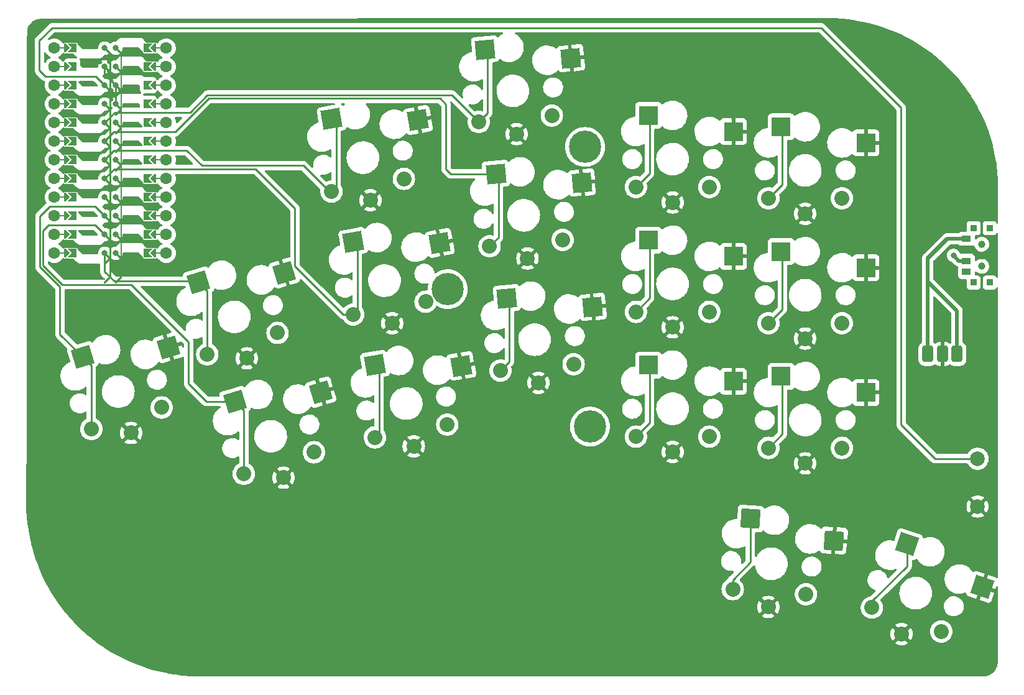
<source format=gbl>
%TF.GenerationSoftware,KiCad,Pcbnew,(6.0.4-0)*%
%TF.CreationDate,2022-06-10T10:13:31+02:00*%
%TF.ProjectId,basbousa,62617362-6f75-4736-912e-6b696361645f,v1.0.0*%
%TF.SameCoordinates,Original*%
%TF.FileFunction,Copper,L2,Bot*%
%TF.FilePolarity,Positive*%
%FSLAX46Y46*%
G04 Gerber Fmt 4.6, Leading zero omitted, Abs format (unit mm)*
G04 Created by KiCad (PCBNEW (6.0.4-0)) date 2022-06-10 10:13:31*
%MOMM*%
%LPD*%
G01*
G04 APERTURE LIST*
G04 Aperture macros list*
%AMRoundRect*
0 Rectangle with rounded corners*
0 $1 Rounding radius*
0 $2 $3 $4 $5 $6 $7 $8 $9 X,Y pos of 4 corners*
0 Add a 4 corners polygon primitive as box body*
4,1,4,$2,$3,$4,$5,$6,$7,$8,$9,$2,$3,0*
0 Add four circle primitives for the rounded corners*
1,1,$1+$1,$2,$3*
1,1,$1+$1,$4,$5*
1,1,$1+$1,$6,$7*
1,1,$1+$1,$8,$9*
0 Add four rect primitives between the rounded corners*
20,1,$1+$1,$2,$3,$4,$5,0*
20,1,$1+$1,$4,$5,$6,$7,0*
20,1,$1+$1,$6,$7,$8,$9,0*
20,1,$1+$1,$8,$9,$2,$3,0*%
%AMRotRect*
0 Rectangle, with rotation*
0 The origin of the aperture is its center*
0 $1 length*
0 $2 width*
0 $3 Rotation angle, in degrees counterclockwise*
0 Add horizontal line*
21,1,$1,$2,0,0,$3*%
%AMFreePoly0*
4,1,5,0.125000,-0.500000,-0.125000,-0.500000,-0.125000,0.500000,0.125000,0.500000,0.125000,-0.500000,0.125000,-0.500000,$1*%
%AMFreePoly1*
4,1,6,0.600000,-0.200000,0.600000,-0.400000,-0.600000,-0.400000,-0.600000,-0.200000,0.000000,0.400000,0.600000,-0.200000,0.600000,-0.200000,$1*%
%AMFreePoly2*
4,1,6,0.600000,-1.000000,0.000000,-0.400000,-0.600000,-1.000000,-0.600000,0.250000,0.600000,0.250000,0.600000,-1.000000,0.600000,-1.000000,$1*%
%AMFreePoly3*
4,1,49,0.014036,0.121239,0.026629,0.122131,0.041953,0.113759,0.062500,0.108253,0.075111,0.095642,0.088388,0.088388,0.854389,-0.677612,0.867708,-0.695449,0.871189,-0.698470,0.871982,-0.701173,0.875852,-0.706356,0.882333,-0.736457,0.891000,-0.766000,0.891000,-3.298000,0.887805,-3.320031,0.888131,-3.324629,0.886780,-3.327102,0.885852,-3.333502,0.869154,-3.359362,0.854389,-3.386388,
0.088388,-4.152388,0.059644,-4.173852,-0.009154,-4.188664,-0.075052,-4.163961,-0.117161,-4.107572,-0.122131,-4.037371,-0.088388,-3.975612,0.641000,-3.246223,0.641000,-0.817777,-0.088388,-0.088388,-0.106146,-0.064607,-0.108253,-0.062500,-0.108552,-0.061385,-0.109852,-0.059644,-0.113261,-0.043810,-0.125000,0.000000,-0.123721,0.004774,-0.124664,0.009154,-0.117242,0.028953,-0.108253,0.062500,
-0.102516,0.068237,-0.099961,0.075052,-0.083139,0.087614,-0.062500,0.108253,-0.051584,0.111178,-0.043572,0.117161,-0.024114,0.118539,0.000000,0.125000,0.014036,0.121239,0.014036,0.121239,$1*%
%AMFreePoly4*
4,1,49,0.014036,0.121239,0.026629,0.122131,0.041953,0.113759,0.062500,0.108253,0.075111,0.095642,0.088388,0.088388,0.850389,-0.673612,0.863708,-0.691449,0.867189,-0.694470,0.867982,-0.697173,0.871852,-0.702356,0.878333,-0.732457,0.887000,-0.762000,0.887000,-3.302000,0.883805,-3.324031,0.884131,-3.328629,0.882780,-3.331102,0.881852,-3.337502,0.865154,-3.363362,0.850389,-3.390388,
0.088388,-4.152388,0.059644,-4.173852,-0.009154,-4.188664,-0.075052,-4.163961,-0.117161,-4.107572,-0.122131,-4.037371,-0.088388,-3.975612,0.637000,-3.250223,0.637000,-0.813777,-0.088388,-0.088388,-0.106146,-0.064607,-0.108253,-0.062500,-0.108552,-0.061385,-0.109852,-0.059644,-0.113261,-0.043810,-0.125000,0.000000,-0.123721,0.004774,-0.124664,0.009154,-0.117242,0.028953,-0.108253,0.062500,
-0.102516,0.068237,-0.099961,0.075052,-0.083139,0.087614,-0.062500,0.108253,-0.051584,0.111178,-0.043572,0.117161,-0.024114,0.118539,0.000000,0.125000,0.014036,0.121239,0.014036,0.121239,$1*%
G04 Aperture macros list end*
%TA.AperFunction,ComponentPad*%
%ADD10RoundRect,0.375000X-0.375000X-0.750000X0.375000X-0.750000X0.375000X0.750000X-0.375000X0.750000X0*%
%TD*%
%TA.AperFunction,ComponentPad*%
%ADD11C,2.000000*%
%TD*%
%TA.AperFunction,SMDPad,CuDef*%
%ADD12RotRect,2.600000X2.600000X10.000000*%
%TD*%
%TA.AperFunction,ComponentPad*%
%ADD13C,2.032000*%
%TD*%
%TA.AperFunction,SMDPad,CuDef*%
%ADD14RotRect,2.600000X2.600000X5.000000*%
%TD*%
%TA.AperFunction,SMDPad,CuDef*%
%ADD15R,2.600000X2.600000*%
%TD*%
%TA.AperFunction,SMDPad,CuDef*%
%ADD16RotRect,2.600000X2.600000X341.000000*%
%TD*%
%TA.AperFunction,SMDPad,CuDef*%
%ADD17R,0.900000X0.900000*%
%TD*%
%TA.AperFunction,WasherPad*%
%ADD18C,1.000000*%
%TD*%
%TA.AperFunction,SMDPad,CuDef*%
%ADD19R,1.250000X0.900000*%
%TD*%
%TA.AperFunction,SMDPad,CuDef*%
%ADD20RotRect,2.600000X2.600000X17.000000*%
%TD*%
%TA.AperFunction,ComponentPad*%
%ADD21C,4.400000*%
%TD*%
%TA.AperFunction,SMDPad,CuDef*%
%ADD22RotRect,2.600000X2.600000X356.000000*%
%TD*%
%TA.AperFunction,SMDPad,CuDef*%
%ADD23FreePoly0,270.000000*%
%TD*%
%TA.AperFunction,SMDPad,CuDef*%
%ADD24FreePoly1,90.000000*%
%TD*%
%TA.AperFunction,SMDPad,CuDef*%
%ADD25FreePoly1,270.000000*%
%TD*%
%TA.AperFunction,ComponentPad*%
%ADD26C,1.600000*%
%TD*%
%TA.AperFunction,SMDPad,CuDef*%
%ADD27FreePoly0,90.000000*%
%TD*%
%TA.AperFunction,SMDPad,CuDef*%
%ADD28FreePoly2,270.000000*%
%TD*%
%TA.AperFunction,ComponentPad*%
%ADD29C,0.800000*%
%TD*%
%TA.AperFunction,SMDPad,CuDef*%
%ADD30FreePoly3,270.000000*%
%TD*%
%TA.AperFunction,SMDPad,CuDef*%
%ADD31FreePoly4,90.000000*%
%TD*%
%TA.AperFunction,SMDPad,CuDef*%
%ADD32FreePoly2,90.000000*%
%TD*%
%TA.AperFunction,ViaPad*%
%ADD33C,0.800000*%
%TD*%
%TA.AperFunction,Conductor*%
%ADD34C,0.250000*%
%TD*%
%TA.AperFunction,Conductor*%
%ADD35C,0.500000*%
%TD*%
G04 APERTURE END LIST*
D10*
%TO.P,PAD1,1*%
%TO.N,Braw*%
X149924000Y78232000D03*
X153924000Y78232000D03*
%TO.P,PAD1,2*%
%TO.N,GND*%
X151924000Y78232000D03*
%TD*%
D11*
%TO.P,B1,1*%
%TO.N,RST*%
X156718000Y63956000D03*
%TO.P,B1,2*%
%TO.N,GND*%
X156718000Y57456000D03*
%TD*%
D12*
%TO.P,S11,1*%
%TO.N,P19*%
X68749066Y110243738D03*
D13*
X78591421Y102078801D03*
X68743343Y100342320D03*
D12*
%TO.P,S11,2*%
%TO.N,GND*%
X80505623Y110082797D03*
D13*
X74032043Y99142464D03*
%TD*%
%TO.P,S15,1*%
%TO.N,P20*%
X100217298Y93764406D03*
D14*
X91124018Y102756090D03*
D13*
X90255351Y92892848D03*
%TO.P,S15,2*%
%TO.N,GND*%
X95419352Y91236618D03*
D14*
X102821810Y101571110D03*
%TD*%
D13*
%TO.P,S21,1*%
%TO.N,P2*%
X120177087Y83961017D03*
D15*
X111902086Y93711017D03*
D13*
X110177087Y83961017D03*
D15*
%TO.P,S21,2*%
%TO.N,GND*%
X123452087Y91511016D03*
D13*
X115177087Y81861017D03*
%TD*%
D15*
%TO.P,S29,2*%
%TO.N,GND*%
X141517547Y106972999D03*
D13*
X133242547Y97323000D03*
%TO.P,S29,1*%
%TO.N,P0*%
X138242547Y99423000D03*
D15*
X129967546Y109173000D03*
D13*
X128242547Y99423000D03*
%TD*%
%TO.P,S33,1*%
%TO.N,P8*%
X142318481Y43683012D03*
D16*
X147123789Y52340214D03*
D13*
X151773667Y40427331D03*
%TO.P,S33,2*%
%TO.N,GND*%
X146362381Y40069582D03*
D16*
X157328279Y46499759D03*
%TD*%
D12*
%TO.P,S7,1*%
%TO.N,P5*%
X74653104Y76760274D03*
D13*
X74647381Y66858856D03*
X84495459Y68595337D03*
%TO.P,S7,2*%
%TO.N,GND*%
X79936081Y65659000D03*
D12*
X86409661Y76599333D03*
%TD*%
D17*
%TO.P,T2,*%
%TO.N,*%
X158369000Y87958000D03*
X158369000Y95358000D03*
X156169000Y87958000D03*
X156169000Y95358000D03*
D18*
X157269000Y93158000D03*
X157269000Y90158000D03*
D19*
%TO.P,T2,1*%
%TO.N,Braw*%
X155194000Y93908000D03*
%TO.P,T2,2*%
%TO.N,RAW*%
X155194000Y90908000D03*
%TO.P,T2,3*%
%TO.N,N/C*%
X155194000Y89408000D03*
%TD*%
D13*
%TO.P,S1,1*%
%TO.N,P14*%
X36031131Y68010829D03*
X45594178Y70934546D03*
D20*
X34830131Y77839142D03*
D13*
%TO.P,S1,2*%
%TO.N,GND*%
X41426635Y67464448D03*
D20*
X46518670Y79112164D03*
%TD*%
D13*
%TO.P,S5,1*%
%TO.N,P10*%
X51815884Y78173835D03*
D20*
X50614884Y88002148D03*
D13*
X61378931Y81097552D03*
%TO.P,S5,2*%
%TO.N,GND*%
X57211388Y77627454D03*
D20*
X62303423Y89275170D03*
%TD*%
D13*
%TO.P,S27,2*%
%TO.N,GND*%
X133242547Y80323000D03*
D15*
X141517547Y89972999D03*
D13*
%TO.P,S27,1*%
%TO.N,P3*%
X128242547Y82423000D03*
D15*
X129967546Y92173000D03*
D13*
X138242547Y82423000D03*
%TD*%
%TO.P,S9,1*%
%TO.N,P18*%
X71695362Y83600588D03*
X81543440Y85337069D03*
D12*
X71701085Y93502006D03*
%TO.P,S9,2*%
%TO.N,GND*%
X83457642Y93341065D03*
D13*
X76984062Y82400732D03*
%TD*%
D14*
%TO.P,S13,1*%
%TO.N,P4*%
X92605666Y85820780D03*
D13*
X91736999Y75957538D03*
X101698946Y76829096D03*
%TO.P,S13,2*%
%TO.N,GND*%
X96901000Y74301308D03*
D14*
X104303458Y84635800D03*
%TD*%
D13*
%TO.P,S17,1*%
%TO.N,P21*%
X88773704Y109828158D03*
X98735651Y110699716D03*
D14*
X89642371Y119691400D03*
D13*
%TO.P,S17,2*%
%TO.N,GND*%
X93937705Y108171928D03*
D14*
X101340163Y118506420D03*
%TD*%
D21*
%TO.P,REF\u002A\u002A,1*%
%TO.N,N/C*%
X84536369Y87040631D03*
X103251000Y106420198D03*
X103915936Y68326000D03*
%TD*%
D13*
%TO.P,S31,1*%
%TO.N,P9*%
X133343836Y45508925D03*
D22*
X125769118Y55812410D03*
D13*
X123368195Y46206490D03*
D22*
%TO.P,S31,2*%
%TO.N,GND*%
X137137519Y52812080D03*
D13*
X128209527Y43762823D03*
%TD*%
%TO.P,S3,1*%
%TO.N,P16*%
X56786203Y61916654D03*
X66349250Y64840371D03*
D20*
X55585203Y71744967D03*
D13*
%TO.P,S3,2*%
%TO.N,GND*%
X62181707Y61370273D03*
D20*
X67273742Y73017989D03*
%TD*%
D15*
%TO.P,S23,1*%
%TO.N,P1*%
X111902086Y110711017D03*
D13*
X110177087Y100961017D03*
X120177087Y100961017D03*
%TO.P,S23,2*%
%TO.N,GND*%
X115177087Y98861017D03*
D15*
X123452087Y108511016D03*
%TD*%
D13*
%TO.P,S25,2*%
%TO.N,GND*%
X133242547Y63323000D03*
D15*
X141517547Y72972999D03*
D13*
%TO.P,S25,1*%
%TO.N,P7*%
X128242547Y65423000D03*
D15*
X129967546Y75173000D03*
D13*
X138242547Y65423000D03*
%TD*%
D15*
%TO.P,S19,1*%
%TO.N,P6*%
X111902086Y76711017D03*
D13*
X110177087Y66961017D03*
X120177087Y66961017D03*
D15*
%TO.P,S19,2*%
%TO.N,GND*%
X123452087Y74511016D03*
D13*
X115177087Y64861017D03*
%TD*%
D23*
%TO.P,,*%
%TO.N,*%
X32258000Y107188000D03*
D24*
X44450000Y112268000D03*
D25*
X32766000Y94488000D03*
D23*
X32258000Y119888000D03*
D26*
X46228000Y99568000D03*
D27*
X44958000Y104648000D03*
D24*
X44450000Y91948000D03*
D25*
X32766000Y114808000D03*
D24*
X44450000Y102108000D03*
D26*
X46228000Y91948000D03*
X30988000Y97028000D03*
X30988000Y112268000D03*
X46228000Y104648000D03*
D24*
X44450000Y109728000D03*
X44450000Y97028000D03*
D23*
X32258000Y91948000D03*
X32258000Y94488000D03*
D24*
X44450000Y119888000D03*
D27*
X44958000Y109728000D03*
D26*
X46228000Y102108000D03*
D25*
X32766000Y99568000D03*
X32766000Y112268000D03*
D27*
X44958000Y117348000D03*
D26*
X30988000Y104648000D03*
D23*
X32258000Y109728000D03*
D26*
X30988000Y94488000D03*
X30988000Y102108000D03*
D24*
X44450000Y114808000D03*
D23*
X32258000Y117348000D03*
X32258000Y99568000D03*
D25*
X32766000Y117348000D03*
X32766000Y107188000D03*
D26*
X46228000Y94488000D03*
D25*
X32766000Y119888000D03*
D27*
X44958000Y107188000D03*
D24*
X44450000Y99568000D03*
D26*
X30988000Y99568000D03*
D27*
X44958000Y91948000D03*
X44958000Y97028000D03*
D26*
X30988000Y114808000D03*
X30988000Y109728000D03*
X46228000Y112268000D03*
D23*
X32258000Y112268000D03*
D25*
X32766000Y104648000D03*
D24*
X44450000Y117348000D03*
D26*
X30988000Y119888000D03*
D27*
X44958000Y94488000D03*
D26*
X46228000Y119888000D03*
D25*
X32766000Y97028000D03*
D26*
X46228000Y117348000D03*
D23*
X32258000Y104648000D03*
X32258000Y102108000D03*
D27*
X44958000Y114808000D03*
D26*
X46228000Y97028000D03*
X46228000Y114808000D03*
D24*
X44450000Y107188000D03*
D25*
X32766000Y109728000D03*
D26*
X30988000Y91948000D03*
D24*
X44450000Y94488000D03*
D23*
X32258000Y114808000D03*
D24*
X44450000Y104648000D03*
D26*
X30988000Y107188000D03*
X46228000Y109728000D03*
D23*
X32258000Y97028000D03*
D25*
X32766000Y91948000D03*
D27*
X44958000Y99568000D03*
D26*
X30988000Y117348000D03*
D27*
X44958000Y112268000D03*
D26*
X46228000Y107188000D03*
D27*
X44958000Y119888000D03*
X44958000Y102108000D03*
D25*
X32766000Y102108000D03*
D28*
%TO.P,,1*%
%TO.N,RAW*%
X33782000Y119888000D03*
D29*
X37846000Y119888000D03*
D30*
X37846000Y119888000D03*
D28*
%TO.P,,2*%
%TO.N,GND*%
X33782000Y117348000D03*
D29*
X37846000Y117348000D03*
D30*
X37846000Y117348000D03*
D29*
%TO.P,,3*%
%TO.N,RST*%
X37846000Y114808000D03*
D30*
X37846000Y114808000D03*
D28*
X33782000Y114808000D03*
%TO.P,,4*%
%TO.N,VCC*%
X33782000Y112268000D03*
D29*
X37846000Y112268000D03*
D30*
X37846000Y112268000D03*
D28*
%TO.P,,5*%
%TO.N,P21*%
X33782000Y109728000D03*
D29*
X37846000Y109728000D03*
D30*
X37846000Y109728000D03*
%TO.P,,6*%
%TO.N,P20*%
X37846000Y107188000D03*
D28*
X33782000Y107188000D03*
D29*
X37846000Y107188000D03*
%TO.P,,7*%
%TO.N,P19*%
X37846000Y104648000D03*
D30*
X37846000Y104648000D03*
D28*
X33782000Y104648000D03*
D29*
%TO.P,,8*%
%TO.N,P18*%
X37846000Y102108000D03*
D28*
X33782000Y102108000D03*
D30*
X37846000Y102108000D03*
D29*
%TO.P,,9*%
%TO.N,P15*%
X37846000Y99568000D03*
D30*
X37846000Y99568000D03*
D28*
X33782000Y99568000D03*
%TO.P,,10*%
%TO.N,P14*%
X33782000Y97028000D03*
D30*
X37846000Y97028000D03*
D29*
X37846000Y97028000D03*
D28*
%TO.P,,11*%
%TO.N,P16*%
X33782000Y94488000D03*
D30*
X37846000Y94488000D03*
D29*
X37846000Y94488000D03*
D30*
%TO.P,,12*%
%TO.N,P10*%
X37846000Y91948000D03*
D29*
X37846000Y91948000D03*
D28*
X33782000Y91948000D03*
D29*
%TO.P,,13*%
%TO.N,P9*%
X39370000Y91948000D03*
D31*
X39370000Y91948000D03*
D32*
X43434000Y91948000D03*
D29*
%TO.P,,14*%
%TO.N,P8*%
X39370000Y94488000D03*
D32*
X43434000Y94488000D03*
D31*
X39370000Y94488000D03*
%TO.P,,15*%
%TO.N,P7*%
X39370000Y97028000D03*
D29*
X39370000Y97028000D03*
D32*
X43434000Y97028000D03*
D31*
%TO.P,,16*%
%TO.N,P6*%
X39370000Y99568000D03*
D29*
X39370000Y99568000D03*
D32*
X43434000Y99568000D03*
D31*
%TO.P,,17*%
%TO.N,P5*%
X39370000Y102108000D03*
D29*
X39370000Y102108000D03*
D32*
X43434000Y102108000D03*
%TO.P,,18*%
%TO.N,P4*%
X43434000Y104648000D03*
D31*
X39370000Y104648000D03*
D29*
X39370000Y104648000D03*
D31*
%TO.P,,19*%
%TO.N,P3*%
X39370000Y107188000D03*
D32*
X43434000Y107188000D03*
D29*
X39370000Y107188000D03*
%TO.P,,20*%
%TO.N,P2*%
X39370000Y109728000D03*
D32*
X43434000Y109728000D03*
D31*
X39370000Y109728000D03*
D32*
%TO.P,,21*%
%TO.N,GND*%
X43434000Y112268000D03*
D31*
X39370000Y112268000D03*
D29*
X39370000Y112268000D03*
%TO.P,,22*%
X39370000Y114808000D03*
D32*
X43434000Y114808000D03*
D31*
X39370000Y114808000D03*
%TO.P,,23*%
%TO.N,P0*%
X39370000Y117348000D03*
D29*
X39370000Y117348000D03*
D32*
X43434000Y117348000D03*
D31*
%TO.P,,24*%
%TO.N,P1*%
X39370000Y119888000D03*
D29*
X39370000Y119888000D03*
D32*
X43434000Y119888000D03*
%TD*%
D33*
%TO.N,RAW*%
X153430113Y91645917D03*
%TD*%
D34*
%TO.N,P6*%
X112051608Y77104475D02*
X112051608Y68835538D01*
X112051608Y68835538D02*
X110177087Y66961017D01*
%TO.N,GND*%
X37846000Y116332000D02*
X39370000Y114808000D01*
X37846000Y117348000D02*
X37846000Y116332000D01*
X39370000Y114808000D02*
X39370000Y112268000D01*
%TO.N,P5*%
X75210859Y76202519D02*
X75210859Y67422334D01*
X74653104Y76760274D02*
X75210859Y76202519D01*
%TO.N,P4*%
X92605667Y85820780D02*
X92953494Y85472953D01*
X92953494Y77174033D02*
X91736999Y75957538D01*
X92953494Y85472953D02*
X92953494Y77174033D01*
%TO.N,P3*%
X129967547Y92173000D02*
X130117068Y92023479D01*
X130117068Y92023479D02*
X130117068Y84297521D01*
X130117068Y84297521D02*
X128242547Y82423000D01*
%TO.N,P2*%
X112051608Y94104475D02*
X112051608Y85835538D01*
X112051608Y85835538D02*
X110177087Y83961017D01*
%TO.N,P0*%
X130117068Y101297521D02*
X128242547Y99423000D01*
X129967547Y109173000D02*
X130117068Y109023479D01*
X130117068Y109023479D02*
X130117068Y101297521D01*
%TO.N,P1*%
X112051608Y102835538D02*
X110177087Y100961017D01*
X112051608Y111104475D02*
X112051608Y102835538D01*
%TO.N,P18*%
X39126568Y103388568D02*
X58409432Y103388568D01*
X37846000Y102108000D02*
X39126568Y103388568D01*
X72258840Y84164066D02*
X71695362Y83600588D01*
X70323412Y83600588D02*
X71388281Y83600588D01*
X63754000Y90170000D02*
X70323412Y83600588D01*
X58409432Y103388568D02*
X63754000Y98044000D01*
X72258840Y92944252D02*
X72258840Y84164066D01*
X63754000Y98044000D02*
X63754000Y90170000D01*
%TO.N,P14*%
X36576000Y98298000D02*
X37846000Y97028000D01*
X34830131Y77839142D02*
X31750000Y80919273D01*
X31750000Y80919273D02*
X31750000Y87374564D01*
X29014480Y96977969D02*
X30334511Y98298000D01*
X29014480Y90110084D02*
X29014480Y96977969D01*
X30334511Y98298000D02*
X36576000Y98298000D01*
X36031131Y76638142D02*
X34830131Y77839142D01*
X36031131Y68010829D02*
X36031131Y76638142D01*
X31750000Y87374564D02*
X29014480Y90110084D01*
%TO.N,P16*%
X56786203Y61916654D02*
X56786203Y70543967D01*
X56786203Y70543967D02*
X55585203Y71744967D01*
X49276000Y79883000D02*
X41479374Y87679626D01*
X29464000Y94996000D02*
X30226000Y95758000D01*
X41479374Y87679626D02*
X32080656Y87679626D01*
X32080656Y87679626D02*
X29464000Y90296282D01*
X29464000Y90296282D02*
X29464000Y94996000D01*
X55585203Y71744967D02*
X51699033Y71744967D01*
X36576000Y95758000D02*
X37846000Y94488000D01*
X30226000Y95758000D02*
X36576000Y95758000D01*
X51699033Y71744967D02*
X49276000Y74168000D01*
X49276000Y74168000D02*
X49276000Y79883000D01*
%TO.N,P10*%
X51815884Y78173835D02*
X51815884Y86801148D01*
X37846000Y89408000D02*
X37846000Y91948000D01*
X51815884Y86801148D02*
X50614884Y88002148D01*
X39124854Y88129146D02*
X37846000Y89408000D01*
X50614884Y88002148D02*
X50487886Y88129146D01*
X50487886Y88129146D02*
X39124854Y88129146D01*
%TO.N,P19*%
X51070276Y103869724D02*
X64908858Y103869724D01*
X69351440Y100950417D02*
X68743343Y100342320D01*
X69351440Y109641364D02*
X69351440Y100950417D01*
X49022000Y105918000D02*
X51070276Y103869724D01*
X39116000Y105918000D02*
X49022000Y105918000D01*
X64908858Y103869724D02*
X68436262Y100342320D01*
X37846000Y104648000D02*
X39116000Y105918000D01*
X68749066Y110243738D02*
X69351440Y109641364D01*
%TO.N,P20*%
X84949910Y102756090D02*
X91124019Y102756090D01*
X47429021Y108459761D02*
X51999260Y113030000D01*
X91471846Y94109343D02*
X90255351Y92892848D01*
X91471846Y102408263D02*
X91471846Y94109343D01*
X84328000Y103378000D02*
X84949910Y102756090D01*
X84328000Y112204141D02*
X84328000Y103378000D01*
X39117761Y108459761D02*
X47429021Y108459761D01*
X51999260Y113030000D02*
X83502141Y113030000D01*
X37846000Y107188000D02*
X39117761Y108459761D01*
X83502141Y113030000D02*
X84328000Y112204141D01*
X91124019Y102756090D02*
X91471846Y102408263D01*
%TO.N,P21*%
X37846000Y109728000D02*
X39261489Y111143489D01*
X49477031Y111143489D02*
X51813062Y113479520D01*
X51813062Y113479520D02*
X85122342Y113479520D01*
X89990199Y111044653D02*
X88773704Y109828158D01*
X89990199Y119343573D02*
X89990199Y111044653D01*
X39261489Y111143489D02*
X49477031Y111143489D01*
X85122342Y113479520D02*
X88773704Y109828158D01*
X89642372Y119691400D02*
X89990199Y119343573D01*
%TO.N,P7*%
X130117068Y75023479D02*
X130117068Y67297521D01*
X130117068Y67297521D02*
X128242547Y65423000D01*
X129967547Y75173000D02*
X130117068Y75023479D01*
%TO.N,P8*%
X147123791Y49333791D02*
X142318482Y44528482D01*
X142318482Y44528482D02*
X142318482Y43683012D01*
X147123791Y52340212D02*
X147123791Y49333791D01*
%TO.N,P9*%
X125769119Y54514809D02*
X125769377Y54514551D01*
X125769119Y52961387D02*
X125769119Y49860643D01*
X125769119Y49860643D02*
X123368196Y47459720D01*
X125769119Y55812409D02*
X125769119Y54514809D01*
X125769377Y54514551D02*
X125769377Y52961645D01*
X125769377Y52961645D02*
X125769119Y52961387D01*
X123368196Y47459720D02*
X123368196Y46206489D01*
D35*
%TO.N,RAW*%
X153430113Y91645917D02*
X154168030Y90908000D01*
X154168030Y90908000D02*
X155194000Y90908000D01*
D34*
%TO.N,RST*%
X36637228Y116016772D02*
X37846000Y114808000D01*
X28956000Y120904000D02*
X28956000Y116840000D01*
X150928000Y63956000D02*
X146304000Y68580000D01*
X135401940Y122662060D02*
X30714060Y122662060D01*
X146304000Y111760000D02*
X135401940Y122662060D01*
X156718000Y63956000D02*
X150928000Y63956000D01*
X28956000Y116840000D02*
X29779228Y116016772D01*
X146304000Y68580000D02*
X146304000Y111760000D01*
X29779228Y116016772D02*
X36637228Y116016772D01*
X30714060Y122662060D02*
X28956000Y120904000D01*
D35*
%TO.N,Braw*%
X149924000Y91250000D02*
X149924000Y78232000D01*
X152582000Y93908000D02*
X149924000Y91250000D01*
X155194000Y93908000D02*
X152571941Y93908000D01*
X152571941Y93908000D02*
X149923130Y91259189D01*
X153924000Y84074000D02*
X153924000Y78232000D01*
X155194000Y93908000D02*
X152582000Y93908000D01*
X149923130Y88074870D02*
X153924000Y84074000D01*
X149923130Y91259189D02*
X149923130Y88074870D01*
%TD*%
%TA.AperFunction,Conductor*%
%TO.N,GND*%
G36*
X136348345Y123967854D02*
G01*
X136362851Y123965595D01*
X136362854Y123965595D01*
X136371724Y123964214D01*
X136380626Y123965378D01*
X136380628Y123965378D01*
X136388083Y123966353D01*
X136397598Y123967597D01*
X136416447Y123968636D01*
X136994765Y123957069D01*
X137300586Y123950952D01*
X137305621Y123950750D01*
X138224175Y123895574D01*
X138229198Y123895172D01*
X138390425Y123878996D01*
X139144894Y123803302D01*
X139149852Y123802703D01*
X139766575Y123715798D01*
X140061075Y123674299D01*
X140066049Y123673497D01*
X140971462Y123508750D01*
X140976401Y123507748D01*
X141874421Y123306946D01*
X141879316Y123305749D01*
X142768658Y123069180D01*
X142773501Y123067787D01*
X143652640Y122795855D01*
X143657397Y122794279D01*
X143911587Y122704369D01*
X144524981Y122487403D01*
X144529697Y122485628D01*
X145384308Y122144308D01*
X145388933Y122142353D01*
X146229253Y121767114D01*
X146233764Y121764990D01*
X147058360Y121356473D01*
X147062830Y121354146D01*
X147870424Y120912988D01*
X147874798Y120910484D01*
X148664109Y120437383D01*
X148668378Y120434707D01*
X149438148Y119930417D01*
X149442308Y119927571D01*
X150191284Y119392913D01*
X150195326Y119389904D01*
X150433269Y119205251D01*
X150894280Y118847488D01*
X150922331Y118825719D01*
X150926246Y118822554D01*
X151608493Y118247954D01*
X151630113Y118229745D01*
X151633902Y118226422D01*
X152313500Y117605944D01*
X152317153Y117602472D01*
X152656840Y117266465D01*
X152962957Y116963665D01*
X152971393Y116955320D01*
X152974895Y116951714D01*
X153597373Y116284663D01*
X153602733Y116278919D01*
X153606088Y116275177D01*
X154206559Y115577770D01*
X154209732Y115573932D01*
X154636588Y115036087D01*
X154781818Y114853095D01*
X154784871Y114849086D01*
X155327662Y114105966D01*
X155330529Y114101872D01*
X155830069Y113357175D01*
X155843174Y113337639D01*
X155845896Y113333399D01*
X156327584Y112549259D01*
X156330124Y112544934D01*
X156574913Y112108192D01*
X156780065Y111742169D01*
X156782440Y111737725D01*
X157199908Y110917637D01*
X157202104Y110913101D01*
X157586446Y110076973D01*
X157588459Y110072353D01*
X157939068Y109221506D01*
X157940894Y109216809D01*
X158253044Y108363976D01*
X158257191Y108352645D01*
X158258824Y108347891D01*
X158426268Y107826729D01*
X158540311Y107471775D01*
X158541757Y107466948D01*
X158596050Y107271440D01*
X158780165Y106608447D01*
X158787998Y106580240D01*
X158789244Y106575379D01*
X158999827Y105679544D01*
X159000879Y105674632D01*
X159079221Y105269202D01*
X159175477Y104771066D01*
X159176333Y104766100D01*
X159273342Y104128042D01*
X159312625Y103869671D01*
X159314650Y103856349D01*
X159315307Y103851357D01*
X159320614Y103803700D01*
X159417139Y102936772D01*
X159417597Y102931753D01*
X159482778Y102013804D01*
X159483034Y102008772D01*
X159483453Y101995215D01*
X159510078Y101133565D01*
X159510108Y101132590D01*
X159508871Y101110667D01*
X159507555Y101101567D01*
X159507555Y101101563D01*
X159506271Y101092681D01*
X159507532Y101083792D01*
X159507532Y101083791D01*
X159510238Y101064713D01*
X159511487Y101046980D01*
X159510039Y96105396D01*
X159490017Y96037281D01*
X159436348Y95990804D01*
X159366071Y95980721D01*
X159301499Y96010233D01*
X159273519Y96044924D01*
X159272766Y96046299D01*
X159269615Y96054705D01*
X159264230Y96061891D01*
X159221054Y96119500D01*
X159182261Y96171261D01*
X159065705Y96258615D01*
X158929316Y96309745D01*
X158867134Y96316500D01*
X157870866Y96316500D01*
X157808684Y96309745D01*
X157672295Y96258615D01*
X157555739Y96171261D01*
X157468385Y96054705D01*
X157417255Y95918316D01*
X157410500Y95856134D01*
X157410500Y94859866D01*
X157417255Y94797684D01*
X157468385Y94661295D01*
X157555739Y94544739D01*
X157672295Y94457385D01*
X157808684Y94406255D01*
X157870866Y94399500D01*
X158867134Y94399500D01*
X158929316Y94406255D01*
X159065705Y94457385D01*
X159182261Y94544739D01*
X159232449Y94611704D01*
X159264231Y94654111D01*
X159264231Y94654112D01*
X159269615Y94661295D01*
X159272765Y94669699D01*
X159273082Y94670277D01*
X159323341Y94720422D01*
X159392732Y94735435D01*
X159459224Y94710549D01*
X159501706Y94653665D01*
X159509601Y94609729D01*
X159507873Y88711295D01*
X159507872Y88709355D01*
X159487850Y88641240D01*
X159434181Y88594763D01*
X159363904Y88584680D01*
X159299332Y88614192D01*
X159272185Y88647849D01*
X159269615Y88654705D01*
X159264230Y88661891D01*
X159195137Y88754081D01*
X159182261Y88771261D01*
X159065705Y88858615D01*
X158929316Y88909745D01*
X158867134Y88916500D01*
X157870866Y88916500D01*
X157808684Y88909745D01*
X157672295Y88858615D01*
X157555739Y88771261D01*
X157468385Y88654705D01*
X157417255Y88518316D01*
X157410500Y88456134D01*
X157410500Y87459866D01*
X157417255Y87397684D01*
X157468385Y87261295D01*
X157555739Y87144739D01*
X157672295Y87057385D01*
X157808684Y87006255D01*
X157870866Y86999500D01*
X158867134Y86999500D01*
X158929316Y87006255D01*
X159065705Y87057385D01*
X159182261Y87144739D01*
X159269615Y87261295D01*
X159271846Y87267246D01*
X159321170Y87316458D01*
X159390561Y87331472D01*
X159457053Y87306586D01*
X159499536Y87249703D01*
X159507431Y87205766D01*
X159495885Y47806547D01*
X159475863Y47738432D01*
X159422194Y47691955D01*
X159351917Y47681872D01*
X159289653Y47709430D01*
X159254171Y47738732D01*
X159240940Y47747121D01*
X159194633Y47768911D01*
X159188327Y47771471D01*
X158174199Y48120663D01*
X158158330Y48121394D01*
X158156739Y48120472D01*
X158152657Y48113751D01*
X157657034Y46674358D01*
X157656303Y46658489D01*
X157657225Y46656898D01*
X157663946Y46652816D01*
X159103339Y46157193D01*
X159119208Y46156462D01*
X159120799Y46157384D01*
X159124881Y46164105D01*
X159250364Y46528533D01*
X159291454Y46586430D01*
X159357323Y46612921D01*
X159427058Y46599596D01*
X159478518Y46550684D01*
X159495499Y46487475D01*
X159494418Y42797931D01*
X159492536Y36378015D01*
X159490608Y36356094D01*
X159487570Y36338937D01*
X159489388Y36322367D01*
X159489687Y36297951D01*
X159470546Y36072895D01*
X159468152Y36056938D01*
X159414771Y35810122D01*
X159410357Y35794603D01*
X159358708Y35649130D01*
X159325871Y35556644D01*
X159319513Y35541823D01*
X159205301Y35316603D01*
X159197101Y35302715D01*
X159055038Y35093939D01*
X159045124Y35081207D01*
X158877557Y34892316D01*
X158866096Y34880954D01*
X158675745Y34715016D01*
X158662927Y34705213D01*
X158452946Y34564976D01*
X158438980Y34556891D01*
X158212786Y34444637D01*
X158197903Y34438404D01*
X157959215Y34355980D01*
X157943664Y34351702D01*
X157820029Y34326081D01*
X157696399Y34300461D01*
X157680420Y34298205D01*
X157462433Y34281567D01*
X157438028Y34282375D01*
X157435671Y34282375D01*
X157426790Y34283648D01*
X157399190Y34279699D01*
X157381317Y34278429D01*
X50348418Y34302568D01*
X50326323Y34304527D01*
X50318450Y34305932D01*
X50318446Y34305932D01*
X50309611Y34307508D01*
X50283634Y34304693D01*
X50264791Y34304070D01*
X49366668Y34341749D01*
X49361681Y34342058D01*
X48921266Y34378096D01*
X48429920Y34418302D01*
X48424942Y34418809D01*
X47991672Y34471651D01*
X47496942Y34531988D01*
X47492008Y34532690D01*
X46569207Y34682631D01*
X46564285Y34683532D01*
X46409601Y34715016D01*
X45648192Y34869991D01*
X45643357Y34871076D01*
X44735352Y35093771D01*
X44730545Y35095051D01*
X43832120Y35353619D01*
X43827362Y35355090D01*
X43263802Y35541813D01*
X42939901Y35649130D01*
X42935184Y35650798D01*
X42060137Y35979828D01*
X42055489Y35981682D01*
X41194193Y36345200D01*
X41189622Y36347237D01*
X40343446Y36744662D01*
X40338960Y36746878D01*
X39509194Y37177608D01*
X39504799Y37180002D01*
X38692840Y37643310D01*
X38688544Y37645875D01*
X37895562Y38141095D01*
X37891372Y38143830D01*
X37785731Y38215786D01*
X37118723Y38670114D01*
X37114684Y38672984D01*
X36909144Y38825276D01*
X145482905Y38825276D01*
X145488632Y38817626D01*
X145664140Y38710075D01*
X145672934Y38705594D01*
X145885410Y38617584D01*
X145894795Y38614535D01*
X146118425Y38560845D01*
X146128172Y38559302D01*
X146357451Y38541257D01*
X146367311Y38541257D01*
X146596590Y38559302D01*
X146606337Y38560845D01*
X146829967Y38614535D01*
X146839352Y38617584D01*
X147051828Y38705594D01*
X147060622Y38710075D01*
X147232464Y38815379D01*
X147241924Y38825835D01*
X147238140Y38834613D01*
X146375193Y39697560D01*
X146361249Y39705174D01*
X146359416Y39705043D01*
X146352801Y39700792D01*
X145489665Y38837656D01*
X145482905Y38825276D01*
X36909144Y38825276D01*
X36363507Y39229557D01*
X36359548Y39232614D01*
X35991715Y39528482D01*
X35631046Y39818588D01*
X35627245Y39821773D01*
X35348702Y40064652D01*
X144834056Y40064652D01*
X144852101Y39835373D01*
X144853644Y39825626D01*
X144907334Y39601996D01*
X144910383Y39592611D01*
X144998393Y39380135D01*
X145002874Y39371341D01*
X145108178Y39199499D01*
X145118634Y39190039D01*
X145127412Y39193823D01*
X145990359Y40056770D01*
X145996737Y40068450D01*
X146726789Y40068450D01*
X146726920Y40066617D01*
X146731171Y40060002D01*
X147594307Y39196866D01*
X147606687Y39190106D01*
X147614337Y39195833D01*
X147721888Y39371341D01*
X147726369Y39380135D01*
X147814379Y39592611D01*
X147817428Y39601996D01*
X147871118Y39825626D01*
X147872661Y39835373D01*
X147890706Y40064652D01*
X147890706Y40074512D01*
X147872661Y40303791D01*
X147871118Y40313538D01*
X147843798Y40427331D01*
X150244453Y40427331D01*
X150263280Y40188109D01*
X150264434Y40183302D01*
X150264435Y40183296D01*
X150294036Y40060002D01*
X150319298Y39954778D01*
X150411127Y39733082D01*
X150536507Y39528482D01*
X150692349Y39346013D01*
X150696111Y39342800D01*
X150868189Y39195833D01*
X150874818Y39190171D01*
X151079418Y39064791D01*
X151083988Y39062898D01*
X151083990Y39062897D01*
X151296541Y38974856D01*
X151301114Y38972962D01*
X151382704Y38953374D01*
X151529632Y38918099D01*
X151529638Y38918098D01*
X151534445Y38916944D01*
X151773667Y38898117D01*
X152012889Y38916944D01*
X152017696Y38918098D01*
X152017702Y38918099D01*
X152164630Y38953374D01*
X152246220Y38972962D01*
X152250793Y38974856D01*
X152463344Y39062897D01*
X152463346Y39062898D01*
X152467916Y39064791D01*
X152672516Y39190171D01*
X152679146Y39195833D01*
X152851223Y39342800D01*
X152854985Y39346013D01*
X153010827Y39528482D01*
X153136207Y39733082D01*
X153228036Y39954778D01*
X153253298Y40060002D01*
X153282899Y40183296D01*
X153282900Y40183302D01*
X153284054Y40188109D01*
X153302881Y40427331D01*
X153284054Y40666553D01*
X153282900Y40671360D01*
X153282899Y40671366D01*
X153229191Y40895072D01*
X153228036Y40899884D01*
X153207640Y40949125D01*
X153138101Y41117008D01*
X153138100Y41117010D01*
X153136207Y41121580D01*
X153010827Y41326180D01*
X152854985Y41508649D01*
X152771605Y41579862D01*
X152676284Y41661273D01*
X152676283Y41661274D01*
X152672516Y41664491D01*
X152467916Y41789871D01*
X152463346Y41791764D01*
X152463344Y41791765D01*
X152250793Y41879806D01*
X152250791Y41879807D01*
X152246220Y41881700D01*
X152164630Y41901288D01*
X152017702Y41936563D01*
X152017696Y41936564D01*
X152012889Y41937718D01*
X151773667Y41956545D01*
X151534445Y41937718D01*
X151529638Y41936564D01*
X151529632Y41936563D01*
X151382704Y41901288D01*
X151301114Y41881700D01*
X151296543Y41879807D01*
X151296541Y41879806D01*
X151083990Y41791765D01*
X151083988Y41791764D01*
X151079418Y41789871D01*
X150874818Y41664491D01*
X150871051Y41661274D01*
X150871050Y41661273D01*
X150775729Y41579862D01*
X150692349Y41508649D01*
X150536507Y41326180D01*
X150411127Y41121580D01*
X150409234Y41117010D01*
X150409233Y41117008D01*
X150339694Y40949125D01*
X150319298Y40899884D01*
X150318143Y40895072D01*
X150264435Y40671366D01*
X150264434Y40671360D01*
X150263280Y40666553D01*
X150244453Y40427331D01*
X147843798Y40427331D01*
X147817428Y40537168D01*
X147814379Y40546553D01*
X147726369Y40759029D01*
X147721888Y40767823D01*
X147616584Y40939665D01*
X147606128Y40949125D01*
X147597350Y40945341D01*
X146734403Y40082394D01*
X146726789Y40068450D01*
X145996737Y40068450D01*
X145997973Y40070714D01*
X145997842Y40072547D01*
X145993591Y40079162D01*
X145130455Y40942298D01*
X145118075Y40949058D01*
X145110425Y40943331D01*
X145002874Y40767823D01*
X144998393Y40759029D01*
X144910383Y40546553D01*
X144907334Y40537168D01*
X144853644Y40313538D01*
X144852101Y40303791D01*
X144834056Y40074512D01*
X144834056Y40064652D01*
X35348702Y40064652D01*
X34922638Y40436164D01*
X34918932Y40439526D01*
X34239234Y41081450D01*
X34235665Y41084958D01*
X34012327Y41313329D01*
X145482838Y41313329D01*
X145486622Y41304551D01*
X146349569Y40441604D01*
X146363513Y40433990D01*
X146365346Y40434121D01*
X146371961Y40438372D01*
X147235097Y41301508D01*
X147241857Y41313888D01*
X147236130Y41321538D01*
X147060622Y41429089D01*
X147051828Y41433570D01*
X146839352Y41521580D01*
X146829967Y41524629D01*
X146606337Y41578319D01*
X146596590Y41579862D01*
X146367311Y41597907D01*
X146357451Y41597907D01*
X146128172Y41579862D01*
X146118425Y41578319D01*
X145894795Y41524629D01*
X145885410Y41521580D01*
X145672934Y41433570D01*
X145664140Y41429089D01*
X145492298Y41323785D01*
X145482838Y41313329D01*
X34012327Y41313329D01*
X33582030Y41753323D01*
X33578603Y41756969D01*
X32951993Y42450792D01*
X32948714Y42454571D01*
X32895416Y42518517D01*
X127330051Y42518517D01*
X127335778Y42510867D01*
X127511286Y42403316D01*
X127520080Y42398835D01*
X127732556Y42310825D01*
X127741941Y42307776D01*
X127965571Y42254086D01*
X127975318Y42252543D01*
X128204597Y42234498D01*
X128214457Y42234498D01*
X128443736Y42252543D01*
X128453483Y42254086D01*
X128677113Y42307776D01*
X128686498Y42310825D01*
X128898974Y42398835D01*
X128907768Y42403316D01*
X129079610Y42508620D01*
X129089070Y42519076D01*
X129085286Y42527854D01*
X128222339Y43390801D01*
X128208395Y43398415D01*
X128206562Y43398284D01*
X128199947Y43394033D01*
X127336811Y42530897D01*
X127330051Y42518517D01*
X32895416Y42518517D01*
X32350164Y43172707D01*
X32347056Y43176590D01*
X31900445Y43757893D01*
X126681202Y43757893D01*
X126699247Y43528614D01*
X126700790Y43518867D01*
X126754480Y43295237D01*
X126757529Y43285852D01*
X126845539Y43073376D01*
X126850020Y43064582D01*
X126955324Y42892740D01*
X126965780Y42883280D01*
X126974558Y42887064D01*
X127837505Y43750011D01*
X127843883Y43761691D01*
X128573935Y43761691D01*
X128574066Y43759858D01*
X128578317Y43753243D01*
X129441453Y42890107D01*
X129453833Y42883347D01*
X129461483Y42889074D01*
X129569034Y43064582D01*
X129573515Y43073376D01*
X129661525Y43285852D01*
X129664574Y43295237D01*
X129718264Y43518867D01*
X129719807Y43528614D01*
X129731959Y43683012D01*
X140789267Y43683012D01*
X140808094Y43443790D01*
X140809248Y43438983D01*
X140809249Y43438977D01*
X140833139Y43339471D01*
X140864112Y43210459D01*
X140866005Y43205888D01*
X140866006Y43205886D01*
X140929057Y43053668D01*
X140955941Y42988763D01*
X141081321Y42784163D01*
X141084538Y42780396D01*
X141084539Y42780395D01*
X141124891Y42733149D01*
X141237163Y42601694D01*
X141240925Y42598481D01*
X141357331Y42499062D01*
X141419632Y42445852D01*
X141624232Y42320472D01*
X141628802Y42318579D01*
X141628804Y42318578D01*
X141841355Y42230537D01*
X141845928Y42228643D01*
X141927518Y42209055D01*
X142074446Y42173780D01*
X142074452Y42173779D01*
X142079259Y42172625D01*
X142318481Y42153798D01*
X142557703Y42172625D01*
X142562510Y42173779D01*
X142562516Y42173780D01*
X142709444Y42209055D01*
X142791034Y42228643D01*
X142795607Y42230537D01*
X143008158Y42318578D01*
X143008160Y42318579D01*
X143012730Y42320472D01*
X143217330Y42445852D01*
X143279632Y42499062D01*
X143396037Y42598481D01*
X143399799Y42601694D01*
X143512071Y42733149D01*
X143552423Y42780395D01*
X143552424Y42780396D01*
X143555641Y42784163D01*
X143681021Y42988763D01*
X143707906Y43053668D01*
X143770956Y43205886D01*
X143770957Y43205888D01*
X143772850Y43210459D01*
X143803823Y43339471D01*
X143827713Y43438977D01*
X143827714Y43438983D01*
X143828868Y43443790D01*
X143847695Y43683012D01*
X143828868Y43922234D01*
X143827714Y43927041D01*
X143827713Y43927047D01*
X143777824Y44134845D01*
X143772850Y44155565D01*
X143739143Y44236941D01*
X143682915Y44372689D01*
X143682914Y44372691D01*
X143681021Y44377261D01*
X143555641Y44581861D01*
X143508914Y44636572D01*
X143498674Y44648562D01*
X143469643Y44713352D01*
X143480249Y44783552D01*
X143505391Y44819487D01*
X144287387Y45601483D01*
X146055747Y45601483D01*
X146056110Y45597335D01*
X146056110Y45597331D01*
X146063845Y45508925D01*
X146081485Y45307293D01*
X146082395Y45303221D01*
X146082396Y45303216D01*
X146143065Y45031799D01*
X146145905Y45019092D01*
X146147348Y45015169D01*
X146147349Y45015167D01*
X146158623Y44984525D01*
X146247877Y44741943D01*
X146249824Y44738250D01*
X146249825Y44738248D01*
X146305103Y44633405D01*
X146385607Y44480715D01*
X146388027Y44477310D01*
X146554252Y44243407D01*
X146554257Y44243401D01*
X146556676Y44239997D01*
X146559520Y44236947D01*
X146559525Y44236941D01*
X146674024Y44114156D01*
X146758079Y44024018D01*
X146986278Y43836574D01*
X147237262Y43680957D01*
X147506623Y43559901D01*
X147789628Y43475534D01*
X147793748Y43474881D01*
X147793750Y43474881D01*
X148077825Y43429887D01*
X148077831Y43429886D01*
X148081306Y43429336D01*
X148105865Y43428221D01*
X148172250Y43425206D01*
X148172271Y43425206D01*
X148173670Y43425142D01*
X148358134Y43425142D01*
X148577897Y43439739D01*
X148581996Y43440565D01*
X148582000Y43440566D01*
X148755423Y43475534D01*
X148867384Y43498109D01*
X149146608Y43594254D01*
X149316322Y43679240D01*
X149406928Y43724612D01*
X149406930Y43724613D01*
X149410664Y43726483D01*
X149654911Y43892474D01*
X149687694Y43921785D01*
X152120785Y43921785D01*
X152129439Y43691249D01*
X152176813Y43465467D01*
X152178771Y43460508D01*
X152178772Y43460506D01*
X152187083Y43439462D01*
X152261552Y43250895D01*
X152381232Y43053668D01*
X152384729Y43049638D01*
X152523163Y42890107D01*
X152532432Y42879425D01*
X152536563Y42876038D01*
X152706700Y42736533D01*
X152706706Y42736529D01*
X152710828Y42733149D01*
X152911320Y42619023D01*
X152916336Y42617202D01*
X152916341Y42617200D01*
X153123160Y42542128D01*
X153123164Y42542127D01*
X153128175Y42540308D01*
X153133424Y42539359D01*
X153133427Y42539358D01*
X153351108Y42499995D01*
X153351115Y42499994D01*
X153355192Y42499257D01*
X153372929Y42498421D01*
X153377877Y42498187D01*
X153377884Y42498187D01*
X153379365Y42498117D01*
X153541510Y42498117D01*
X153608466Y42503798D01*
X153708147Y42512256D01*
X153708151Y42512257D01*
X153713458Y42512707D01*
X153718613Y42514045D01*
X153718619Y42514046D01*
X153931588Y42569322D01*
X153931592Y42569323D01*
X153936757Y42570664D01*
X153941623Y42572856D01*
X153941626Y42572857D01*
X154142234Y42663224D01*
X154147100Y42665416D01*
X154151520Y42668392D01*
X154151524Y42668394D01*
X154317883Y42780395D01*
X154338470Y42794255D01*
X154505397Y42953495D01*
X154643106Y43138583D01*
X154697890Y43246334D01*
X154745243Y43339471D01*
X154745243Y43339472D01*
X154747662Y43344229D01*
X154795187Y43497283D01*
X154814490Y43559447D01*
X154814491Y43559453D01*
X154816074Y43564550D01*
X154837848Y43728834D01*
X154845685Y43787964D01*
X154845685Y43787969D01*
X154846385Y43793249D01*
X154837731Y44023785D01*
X154790357Y44249567D01*
X154754163Y44341217D01*
X154742478Y44370805D01*
X154705618Y44464139D01*
X154597508Y44642299D01*
X154588707Y44656803D01*
X154588706Y44656804D01*
X154585938Y44661366D01*
X154571795Y44677664D01*
X154544751Y44708830D01*
X156984982Y44708830D01*
X156985904Y44707239D01*
X156992625Y44703157D01*
X158011064Y44352480D01*
X158017625Y44350611D01*
X158067522Y44339274D01*
X158083123Y44337737D01*
X158211713Y44341217D01*
X158229231Y44344211D01*
X158350657Y44383314D01*
X158366622Y44391101D01*
X158472193Y44462712D01*
X158485336Y44474671D01*
X158567249Y44573862D01*
X158575641Y44587098D01*
X158597431Y44633405D01*
X158599991Y44639711D01*
X158949183Y45653839D01*
X158949914Y45669708D01*
X158948992Y45671299D01*
X158942271Y45675381D01*
X157502878Y46171004D01*
X157487009Y46171735D01*
X157485418Y46170813D01*
X157481336Y46164092D01*
X156985713Y44724699D01*
X156984982Y44708830D01*
X154544751Y44708830D01*
X154438238Y44831576D01*
X154438236Y44831578D01*
X154434738Y44835609D01*
X154335531Y44916954D01*
X154260470Y44978501D01*
X154260464Y44978505D01*
X154256342Y44981885D01*
X154055850Y45096011D01*
X154050834Y45097832D01*
X154050829Y45097834D01*
X153844010Y45172906D01*
X153844006Y45172907D01*
X153838995Y45174726D01*
X153833746Y45175675D01*
X153833743Y45175676D01*
X153616062Y45215039D01*
X153616055Y45215040D01*
X153611978Y45215777D01*
X153594241Y45216613D01*
X153589293Y45216847D01*
X153589286Y45216847D01*
X153587805Y45216917D01*
X153425660Y45216917D01*
X153358704Y45211236D01*
X153259023Y45202778D01*
X153259019Y45202777D01*
X153253712Y45202327D01*
X153248557Y45200989D01*
X153248551Y45200988D01*
X153035582Y45145712D01*
X153035578Y45145711D01*
X153030413Y45144370D01*
X153025547Y45142178D01*
X153025544Y45142177D01*
X152980662Y45121959D01*
X152820070Y45049618D01*
X152815650Y45046642D01*
X152815646Y45046640D01*
X152738571Y44994749D01*
X152628700Y44920779D01*
X152461773Y44761539D01*
X152450110Y44745863D01*
X152330889Y44585624D01*
X152324064Y44576451D01*
X152321649Y44571701D01*
X152266962Y44464139D01*
X152219508Y44370805D01*
X152209240Y44337737D01*
X152152680Y44155587D01*
X152152679Y44155581D01*
X152151096Y44150484D01*
X152142988Y44089310D01*
X152128514Y43980099D01*
X152120785Y43921785D01*
X149687694Y43921785D01*
X149875060Y44089310D01*
X149911318Y44131613D01*
X150064522Y44310358D01*
X150064525Y44310362D01*
X150067242Y44313532D01*
X150069516Y44317034D01*
X150069520Y44317039D01*
X150225803Y44557693D01*
X150225806Y44557698D01*
X150228082Y44561203D01*
X150235886Y44577637D01*
X150292137Y44696103D01*
X150354752Y44827970D01*
X150371090Y44878855D01*
X150443748Y45105159D01*
X150443748Y45105160D01*
X150445028Y45109146D01*
X150465177Y45221129D01*
X150496584Y45395683D01*
X150496585Y45395688D01*
X150497323Y45399792D01*
X150500122Y45461416D01*
X150510530Y45690631D01*
X150510530Y45690636D01*
X150510719Y45694801D01*
X150484981Y45988991D01*
X150477237Y46023637D01*
X150421473Y46273114D01*
X150421471Y46273121D01*
X150420561Y46277192D01*
X150401106Y46330070D01*
X150350241Y46468314D01*
X150318589Y46554341D01*
X150313895Y46563245D01*
X150235333Y46712250D01*
X150180859Y46815569D01*
X150064541Y46979245D01*
X150012214Y47052877D01*
X150012209Y47052883D01*
X150009790Y47056287D01*
X150006946Y47059337D01*
X150006941Y47059343D01*
X149811233Y47269214D01*
X149808387Y47272266D01*
X149580188Y47459710D01*
X149329204Y47615327D01*
X149282622Y47636262D01*
X152219528Y47636262D01*
X152219681Y47631874D01*
X152219681Y47631868D01*
X152227743Y47401025D01*
X152229331Y47355537D01*
X152230093Y47351214D01*
X152230094Y47351207D01*
X152256086Y47203803D01*
X152278108Y47078908D01*
X152364909Y46811760D01*
X152366837Y46807807D01*
X152366839Y46807802D01*
X152400596Y46738591D01*
X152488046Y46559293D01*
X152490501Y46555654D01*
X152490504Y46555648D01*
X152536488Y46487474D01*
X152645121Y46326419D01*
X152833077Y46117673D01*
X153048256Y45937116D01*
X153286470Y45788264D01*
X153365764Y45752960D01*
X153496391Y45694801D01*
X153543081Y45674013D01*
X153613437Y45653839D01*
X153758647Y45612201D01*
X153813096Y45596588D01*
X153817446Y45595977D01*
X153817449Y45595976D01*
X153920396Y45581508D01*
X154091258Y45557495D01*
X154301852Y45557495D01*
X154304038Y45557648D01*
X154304042Y45557648D01*
X154507533Y45571877D01*
X154507538Y45571878D01*
X154511918Y45572184D01*
X154786676Y45630586D01*
X154790805Y45632089D01*
X154790809Y45632090D01*
X155003149Y45709375D01*
X155074002Y45713878D01*
X155136043Y45679360D01*
X155170442Y45612201D01*
X155172731Y45598808D01*
X155211834Y45477381D01*
X155219621Y45461416D01*
X155291232Y45355845D01*
X155303191Y45342702D01*
X155402382Y45260789D01*
X155415618Y45252397D01*
X155461925Y45230607D01*
X155468231Y45228047D01*
X156482359Y44878855D01*
X156498228Y44878124D01*
X156499819Y44879046D01*
X156503901Y44885767D01*
X157005423Y46342292D01*
X157670845Y48274819D01*
X157671576Y48290688D01*
X157670654Y48292279D01*
X157663933Y48296361D01*
X156645494Y48647038D01*
X156638933Y48648907D01*
X156589036Y48660244D01*
X156573435Y48661781D01*
X156444845Y48658301D01*
X156427327Y48655307D01*
X156305901Y48616204D01*
X156289936Y48608417D01*
X156184364Y48536806D01*
X156176082Y48529269D01*
X156112237Y48498217D01*
X156041738Y48506611D01*
X155986969Y48551788D01*
X155978035Y48567226D01*
X155977297Y48568739D01*
X155977293Y48568745D01*
X155975366Y48572697D01*
X155972911Y48576336D01*
X155972908Y48576342D01*
X155879447Y48714903D01*
X155818291Y48805571D01*
X155811444Y48813176D01*
X155659128Y48982339D01*
X155630335Y49014317D01*
X155415156Y49194874D01*
X155176942Y49343726D01*
X154920331Y49457977D01*
X154650316Y49535402D01*
X154645966Y49536013D01*
X154645963Y49536014D01*
X154491251Y49557757D01*
X154372154Y49574495D01*
X154161560Y49574495D01*
X154159374Y49574342D01*
X154159370Y49574342D01*
X153955879Y49560113D01*
X153955874Y49560112D01*
X153951494Y49559806D01*
X153676736Y49501404D01*
X153672607Y49499901D01*
X153672603Y49499900D01*
X153416925Y49406841D01*
X153416921Y49406839D01*
X153412780Y49405332D01*
X153164764Y49273459D01*
X153161205Y49270873D01*
X153161203Y49270872D01*
X152992596Y49148372D01*
X152937514Y49108353D01*
X152934350Y49105297D01*
X152934347Y49105295D01*
X152868969Y49042160D01*
X152735454Y48913226D01*
X152562518Y48691877D01*
X152560322Y48688073D01*
X152560317Y48688066D01*
X152472988Y48536806D01*
X152422070Y48448614D01*
X152316844Y48188171D01*
X152315779Y48183898D01*
X152315778Y48183896D01*
X152256450Y47945943D01*
X152248889Y47915619D01*
X152248430Y47911251D01*
X152248429Y47911246D01*
X152221650Y47656456D01*
X152219528Y47636262D01*
X149282622Y47636262D01*
X149059843Y47736383D01*
X148887042Y47787897D01*
X148780837Y47819558D01*
X148780835Y47819558D01*
X148776838Y47820750D01*
X148772718Y47821403D01*
X148772716Y47821403D01*
X148488641Y47866397D01*
X148488635Y47866398D01*
X148485160Y47866948D01*
X148460601Y47868063D01*
X148394216Y47871078D01*
X148394195Y47871078D01*
X148392796Y47871142D01*
X148208332Y47871142D01*
X147988569Y47856545D01*
X147984470Y47855719D01*
X147984466Y47855718D01*
X147847456Y47828092D01*
X147699082Y47798175D01*
X147419858Y47702030D01*
X147366196Y47675158D01*
X147246716Y47615327D01*
X147155802Y47569801D01*
X146911555Y47403810D01*
X146691406Y47206974D01*
X146688689Y47203804D01*
X146688688Y47203803D01*
X146529570Y47018157D01*
X146499224Y46982752D01*
X146496950Y46979250D01*
X146496946Y46979245D01*
X146347211Y46748674D01*
X146338384Y46735081D01*
X146336590Y46731303D01*
X146336589Y46731301D01*
X146301260Y46656898D01*
X146211714Y46468314D01*
X146210435Y46464331D01*
X146210434Y46464328D01*
X146153194Y46286046D01*
X146121438Y46187138D01*
X146116050Y46157193D01*
X146071067Y45907184D01*
X146069143Y45896492D01*
X146068954Y45892325D01*
X146068953Y45892318D01*
X146055936Y45605653D01*
X146055747Y45601483D01*
X144287387Y45601483D01*
X147516038Y48830134D01*
X147524328Y48837678D01*
X147530809Y48841791D01*
X147577450Y48891459D01*
X147580204Y48894300D01*
X147599925Y48914021D01*
X147602403Y48917216D01*
X147610109Y48926238D01*
X147613354Y48929694D01*
X147640377Y48958470D01*
X147650137Y48976223D01*
X147660990Y48992746D01*
X147668544Y49002485D01*
X147673404Y49008750D01*
X147690967Y49049334D01*
X147696174Y49059964D01*
X147717486Y49098731D01*
X147719457Y49106408D01*
X147719459Y49106413D01*
X147722523Y49118349D01*
X147728929Y49137061D01*
X147733824Y49148372D01*
X147736972Y49155646D01*
X147738212Y49163474D01*
X147738214Y49163481D01*
X147743890Y49199315D01*
X147746296Y49210935D01*
X147755319Y49246080D01*
X147755319Y49246081D01*
X147757291Y49253761D01*
X147757291Y49274015D01*
X147758842Y49293726D01*
X147760771Y49305905D01*
X147762011Y49313734D01*
X147757850Y49357753D01*
X147757291Y49369610D01*
X147757291Y50051772D01*
X147777293Y50119893D01*
X147830949Y50166386D01*
X147879883Y50177726D01*
X148007310Y50181174D01*
X148007311Y50181174D01*
X148016283Y50181417D01*
X148103101Y50209375D01*
X148146386Y50223314D01*
X148146387Y50223315D01*
X148154928Y50226065D01*
X148184714Y50246269D01*
X148268040Y50302791D01*
X148275470Y50307831D01*
X148278283Y50311237D01*
X148340066Y50341285D01*
X148410565Y50332889D01*
X148465332Y50287711D01*
X148474263Y50272279D01*
X148474772Y50271237D01*
X148476704Y50267276D01*
X148479159Y50263637D01*
X148479162Y50263631D01*
X148527927Y50191334D01*
X148633779Y50034402D01*
X148821735Y49825656D01*
X148825097Y49822835D01*
X148825098Y49822834D01*
X148851927Y49800322D01*
X149036914Y49645099D01*
X149275128Y49496247D01*
X149421704Y49430987D01*
X149500304Y49395992D01*
X149531739Y49381996D01*
X149658978Y49345511D01*
X149791184Y49307602D01*
X149801754Y49304571D01*
X149806104Y49303960D01*
X149806107Y49303959D01*
X149878920Y49293726D01*
X150079916Y49265478D01*
X150290510Y49265478D01*
X150292696Y49265631D01*
X150292700Y49265631D01*
X150496191Y49279860D01*
X150496196Y49279861D01*
X150500576Y49280167D01*
X150775334Y49338569D01*
X150779463Y49340072D01*
X150779467Y49340073D01*
X151035145Y49433132D01*
X151035149Y49433134D01*
X151039290Y49434641D01*
X151287306Y49566514D01*
X151297449Y49573883D01*
X151510993Y49729031D01*
X151510996Y49729034D01*
X151514556Y49731620D01*
X151522349Y49739145D01*
X151653549Y49865844D01*
X151716616Y49926747D01*
X151889552Y50148096D01*
X151891748Y50151900D01*
X151891753Y50151907D01*
X152027799Y50387547D01*
X152030000Y50391359D01*
X152135226Y50651802D01*
X152138318Y50664203D01*
X152202117Y50920085D01*
X152202118Y50920090D01*
X152203181Y50924354D01*
X152207261Y50963166D01*
X152232083Y51199342D01*
X152232083Y51199345D01*
X152232542Y51203711D01*
X152231930Y51221235D01*
X152222893Y51480039D01*
X152222892Y51480045D01*
X152222739Y51484436D01*
X152220317Y51498175D01*
X152179483Y51729751D01*
X152173962Y51761065D01*
X152087161Y52028213D01*
X152082494Y52037783D01*
X152017049Y52171963D01*
X151964024Y52280680D01*
X151961569Y52284319D01*
X151961566Y52284325D01*
X151863291Y52430023D01*
X151806949Y52513554D01*
X151618993Y52722300D01*
X151403814Y52902857D01*
X151165600Y53051709D01*
X150985740Y53131788D01*
X150913003Y53164173D01*
X150913001Y53164174D01*
X150908989Y53165960D01*
X150692817Y53227946D01*
X150643201Y53242173D01*
X150643200Y53242173D01*
X150638974Y53243385D01*
X150634624Y53243996D01*
X150634621Y53243997D01*
X150531674Y53258465D01*
X150360812Y53282478D01*
X150150218Y53282478D01*
X150148032Y53282325D01*
X150148028Y53282325D01*
X149944537Y53268096D01*
X149944532Y53268095D01*
X149940152Y53267789D01*
X149665394Y53209387D01*
X149661265Y53207884D01*
X149661261Y53207883D01*
X149449402Y53130773D01*
X149378549Y53126270D01*
X149316508Y53160788D01*
X149282749Y53226697D01*
X149282586Y53232708D01*
X149262008Y53296609D01*
X149240689Y53362811D01*
X149240688Y53362812D01*
X149237938Y53371353D01*
X149222287Y53394426D01*
X149161212Y53484466D01*
X149161209Y53484469D01*
X149156172Y53491895D01*
X149149254Y53497608D01*
X149149252Y53497610D01*
X149092615Y53544381D01*
X149043860Y53584643D01*
X148987265Y53611275D01*
X146437893Y54489094D01*
X146421041Y54492923D01*
X146384600Y54501202D01*
X146384597Y54501202D01*
X146376900Y54502951D01*
X146281137Y54500360D01*
X146240268Y54499254D01*
X146240267Y54499254D01*
X146231295Y54499011D01*
X146161972Y54476687D01*
X146101192Y54457114D01*
X146101191Y54457113D01*
X146092650Y54454363D01*
X146085222Y54449325D01*
X146085221Y54449324D01*
X145979537Y54377637D01*
X145979534Y54377634D01*
X145972108Y54372597D01*
X145966395Y54365679D01*
X145966393Y54365677D01*
X145958401Y54355999D01*
X145879360Y54260285D01*
X145852728Y54203690D01*
X145455268Y53049382D01*
X145389872Y52859459D01*
X145348782Y52801562D01*
X145282913Y52775071D01*
X145236007Y52779362D01*
X145199358Y52789871D01*
X145199353Y52789872D01*
X145195130Y52791083D01*
X145190780Y52791694D01*
X145190777Y52791695D01*
X145087830Y52806163D01*
X144916968Y52830176D01*
X144706374Y52830176D01*
X144704188Y52830023D01*
X144704184Y52830023D01*
X144500693Y52815794D01*
X144500688Y52815793D01*
X144496308Y52815487D01*
X144221550Y52757085D01*
X144217421Y52755582D01*
X144217417Y52755581D01*
X143961739Y52662522D01*
X143961735Y52662520D01*
X143957594Y52661013D01*
X143709578Y52529140D01*
X143706019Y52526554D01*
X143706017Y52526553D01*
X143502992Y52379047D01*
X143482328Y52364034D01*
X143280268Y52168907D01*
X143107332Y51947558D01*
X143105136Y51943754D01*
X143105131Y51943747D01*
X143022692Y51800957D01*
X142966884Y51704295D01*
X142861658Y51443852D01*
X142860593Y51439579D01*
X142860592Y51439577D01*
X142800695Y51199342D01*
X142793703Y51171300D01*
X142793244Y51166932D01*
X142793243Y51166927D01*
X142766927Y50916542D01*
X142764342Y50891943D01*
X142764495Y50887555D01*
X142764495Y50887549D01*
X142773758Y50622312D01*
X142774145Y50611218D01*
X142774907Y50606895D01*
X142774908Y50606888D01*
X142799288Y50468623D01*
X142822922Y50334589D01*
X142909723Y50067441D01*
X142911651Y50063488D01*
X142911653Y50063483D01*
X142950555Y49983724D01*
X143032860Y49814974D01*
X143035315Y49811335D01*
X143035318Y49811329D01*
X143074090Y49753848D01*
X143189935Y49582100D01*
X143192880Y49578829D01*
X143192881Y49578828D01*
X143261772Y49502317D01*
X143377891Y49373354D01*
X143593070Y49192797D01*
X143831284Y49043945D01*
X144087895Y48929694D01*
X144357910Y48852269D01*
X144362260Y48851658D01*
X144362263Y48851657D01*
X144432465Y48841791D01*
X144636072Y48813176D01*
X144846666Y48813176D01*
X144848852Y48813329D01*
X144848856Y48813329D01*
X145052347Y48827558D01*
X145052352Y48827559D01*
X145056732Y48827865D01*
X145331490Y48886267D01*
X145503161Y48948750D01*
X145574013Y48953253D01*
X145636053Y48918735D01*
X145669583Y48856155D01*
X145663957Y48785381D01*
X145635349Y48741254D01*
X144612404Y47718309D01*
X144550092Y47684283D01*
X144479277Y47689348D01*
X144422441Y47731895D01*
X144399994Y47781531D01*
X144399317Y47784761D01*
X144395958Y47800767D01*
X144390749Y47825596D01*
X144390747Y47825602D01*
X144389653Y47830817D01*
X144387258Y47836883D01*
X144340109Y47956269D01*
X144304914Y48045389D01*
X144185234Y48242616D01*
X144138597Y48296361D01*
X144037534Y48412826D01*
X144037532Y48412828D01*
X144034034Y48416859D01*
X143959932Y48477619D01*
X143859766Y48559751D01*
X143859760Y48559755D01*
X143855638Y48563135D01*
X143655146Y48677261D01*
X143650130Y48679082D01*
X143650125Y48679084D01*
X143443306Y48754156D01*
X143443302Y48754157D01*
X143438291Y48755976D01*
X143433042Y48756925D01*
X143433039Y48756926D01*
X143215358Y48796289D01*
X143215351Y48796290D01*
X143211274Y48797027D01*
X143193537Y48797863D01*
X143188589Y48798097D01*
X143188582Y48798097D01*
X143187101Y48798167D01*
X143024956Y48798167D01*
X142971345Y48793618D01*
X142858319Y48784028D01*
X142858315Y48784027D01*
X142853008Y48783577D01*
X142847853Y48782239D01*
X142847847Y48782238D01*
X142634878Y48726962D01*
X142634874Y48726961D01*
X142629709Y48725620D01*
X142624843Y48723428D01*
X142624840Y48723427D01*
X142480265Y48658301D01*
X142419366Y48630868D01*
X142414946Y48627892D01*
X142414942Y48627890D01*
X142344726Y48580617D01*
X142227996Y48502029D01*
X142061069Y48342789D01*
X142057881Y48338504D01*
X141942850Y48183896D01*
X141923360Y48157701D01*
X141920945Y48152951D01*
X141866258Y48045389D01*
X141818804Y47952055D01*
X141792206Y47866397D01*
X141751976Y47736837D01*
X141751975Y47736831D01*
X141750392Y47731734D01*
X141743703Y47681266D01*
X141725667Y47545179D01*
X141720081Y47503035D01*
X141728735Y47272499D01*
X141776109Y47046717D01*
X141778067Y47041758D01*
X141778068Y47041756D01*
X141786932Y47019312D01*
X141860848Y46832145D01*
X141980528Y46634918D01*
X141984025Y46630888D01*
X142053851Y46550421D01*
X142131728Y46460675D01*
X142135859Y46457288D01*
X142305996Y46317783D01*
X142306002Y46317779D01*
X142310124Y46314399D01*
X142510616Y46200273D01*
X142515632Y46198452D01*
X142515637Y46198450D01*
X142722456Y46123378D01*
X142722460Y46123377D01*
X142727471Y46121558D01*
X142732723Y46120608D01*
X142732724Y46120608D01*
X142734604Y46120268D01*
X142735327Y46119906D01*
X142737872Y46119219D01*
X142737732Y46118701D01*
X142798079Y46088464D01*
X142834282Y46027392D01*
X142831720Y45956441D01*
X142801279Y45907184D01*
X142115224Y45221129D01*
X142055544Y45187705D01*
X141845928Y45137381D01*
X141841357Y45135488D01*
X141841355Y45135487D01*
X141628804Y45047446D01*
X141628802Y45047445D01*
X141624232Y45045552D01*
X141419632Y44920172D01*
X141415865Y44916955D01*
X141415864Y44916954D01*
X141266561Y44789438D01*
X141237163Y44764330D01*
X141233950Y44760568D01*
X141102201Y44606308D01*
X141081321Y44581861D01*
X140955941Y44377261D01*
X140954048Y44372691D01*
X140954047Y44372689D01*
X140897819Y44236941D01*
X140864112Y44155565D01*
X140859138Y44134845D01*
X140809249Y43927047D01*
X140809248Y43927041D01*
X140808094Y43922234D01*
X140789267Y43683012D01*
X129731959Y43683012D01*
X129737852Y43757893D01*
X129737852Y43767753D01*
X129719807Y43997032D01*
X129718264Y44006779D01*
X129664574Y44230409D01*
X129661525Y44239794D01*
X129573515Y44452270D01*
X129569034Y44461064D01*
X129463730Y44632906D01*
X129453274Y44642366D01*
X129444496Y44638582D01*
X128581549Y43775635D01*
X128573935Y43761691D01*
X127843883Y43761691D01*
X127845119Y43763955D01*
X127844988Y43765788D01*
X127840737Y43772403D01*
X126977601Y44635539D01*
X126965221Y44642299D01*
X126957571Y44636572D01*
X126850020Y44461064D01*
X126845539Y44452270D01*
X126757529Y44239794D01*
X126754480Y44230409D01*
X126700790Y44006779D01*
X126699247Y43997032D01*
X126681202Y43767753D01*
X126681202Y43757893D01*
X31900445Y43757893D01*
X31777477Y43917946D01*
X31774508Y43921974D01*
X31556452Y44230409D01*
X31234816Y44685358D01*
X31232021Y44689483D01*
X31227977Y44695715D01*
X30723076Y45473677D01*
X30720441Y45477920D01*
X30702565Y45508018D01*
X30312883Y46164105D01*
X30243041Y46281694D01*
X30240571Y46286046D01*
X30109280Y46528533D01*
X29795428Y47108202D01*
X29793158Y47112604D01*
X29381037Y47951734D01*
X29378920Y47956269D01*
X29268704Y48205204D01*
X29000427Y48811136D01*
X28998510Y48815711D01*
X28654259Y49684934D01*
X28652521Y49689589D01*
X28650585Y49695110D01*
X28509824Y50096380D01*
X121771688Y50096380D01*
X121771888Y50091050D01*
X121771888Y50091049D01*
X121774015Y50034402D01*
X121780342Y49865844D01*
X121827716Y49640062D01*
X121829674Y49635103D01*
X121829675Y49635101D01*
X121859411Y49559806D01*
X121912455Y49425490D01*
X122032135Y49228263D01*
X122035632Y49224233D01*
X122133941Y49110942D01*
X122183335Y49054020D01*
X122197799Y49042160D01*
X122357603Y48911128D01*
X122357609Y48911124D01*
X122361731Y48907744D01*
X122562223Y48793618D01*
X122567239Y48791797D01*
X122567244Y48791795D01*
X122774063Y48716723D01*
X122774067Y48716722D01*
X122779078Y48714903D01*
X122784327Y48713954D01*
X122784330Y48713953D01*
X123002011Y48674590D01*
X123002018Y48674589D01*
X123006095Y48673852D01*
X123023832Y48673016D01*
X123028780Y48672782D01*
X123028787Y48672782D01*
X123030268Y48672712D01*
X123192413Y48672712D01*
X123267509Y48679084D01*
X123359050Y48686851D01*
X123359054Y48686852D01*
X123364361Y48687302D01*
X123369520Y48688641D01*
X123374784Y48689541D01*
X123374975Y48688425D01*
X123440333Y48686354D01*
X123498813Y48646099D01*
X123526247Y48580617D01*
X123513923Y48510698D01*
X123490119Y48477548D01*
X122975943Y47963372D01*
X122967657Y47955832D01*
X122961178Y47951720D01*
X122955753Y47945943D01*
X122914553Y47902069D01*
X122911798Y47899227D01*
X122892061Y47879490D01*
X122889581Y47876293D01*
X122881878Y47867273D01*
X122851610Y47835041D01*
X122847791Y47828095D01*
X122847789Y47828092D01*
X122841848Y47817286D01*
X122830997Y47800767D01*
X122818582Y47784761D01*
X122815437Y47777492D01*
X122815434Y47777488D01*
X122801022Y47744183D01*
X122795805Y47733533D01*
X122774501Y47694780D01*
X122772530Y47687105D01*
X122772530Y47687104D01*
X122769463Y47675158D01*
X122763060Y47656456D01*
X122756697Y47641751D01*
X122711288Y47587176D01*
X122689283Y47575383D01*
X122673946Y47569030D01*
X122669727Y47566444D01*
X122669722Y47566442D01*
X122554329Y47495728D01*
X122469346Y47443650D01*
X122465579Y47440433D01*
X122465578Y47440432D01*
X122445561Y47423336D01*
X122286877Y47287808D01*
X122283664Y47284046D01*
X122215131Y47203803D01*
X122131035Y47105339D01*
X122005655Y46900739D01*
X122003762Y46896169D01*
X122003761Y46896167D01*
X121935472Y46731301D01*
X121913826Y46679043D01*
X121894752Y46599596D01*
X121858963Y46450525D01*
X121858962Y46450519D01*
X121857808Y46445712D01*
X121838981Y46206490D01*
X121857808Y45967268D01*
X121858962Y45962461D01*
X121858963Y45962455D01*
X121894238Y45815527D01*
X121913826Y45733937D01*
X121915719Y45729366D01*
X121915720Y45729364D01*
X121970718Y45596588D01*
X122005655Y45512241D01*
X122131035Y45307641D01*
X122134252Y45303874D01*
X122134253Y45303873D01*
X122228006Y45194102D01*
X122286877Y45125172D01*
X122290639Y45121959D01*
X122372774Y45051810D01*
X122469346Y44969330D01*
X122673946Y44843950D01*
X122678516Y44842057D01*
X122678518Y44842056D01*
X122891069Y44754015D01*
X122895642Y44752121D01*
X122953427Y44738248D01*
X123124160Y44697258D01*
X123124166Y44697257D01*
X123128973Y44696103D01*
X123368195Y44677276D01*
X123607417Y44696103D01*
X123612224Y44697257D01*
X123612230Y44697258D01*
X123782963Y44738248D01*
X123840748Y44752121D01*
X123845321Y44754015D01*
X124057872Y44842056D01*
X124057874Y44842057D01*
X124062444Y44843950D01*
X124267044Y44969330D01*
X124310647Y45006570D01*
X127329984Y45006570D01*
X127333768Y44997792D01*
X128196715Y44134845D01*
X128210659Y44127231D01*
X128212492Y44127362D01*
X128219107Y44131613D01*
X129082243Y44994749D01*
X129089003Y45007129D01*
X129083276Y45014779D01*
X128907768Y45122330D01*
X128898974Y45126811D01*
X128686498Y45214821D01*
X128677113Y45217870D01*
X128453483Y45271560D01*
X128443736Y45273103D01*
X128214457Y45291148D01*
X128204597Y45291148D01*
X127975318Y45273103D01*
X127965571Y45271560D01*
X127741941Y45217870D01*
X127732556Y45214821D01*
X127520080Y45126811D01*
X127511286Y45122330D01*
X127339444Y45017026D01*
X127329984Y45006570D01*
X124310647Y45006570D01*
X124363617Y45051810D01*
X124445751Y45121959D01*
X124449513Y45125172D01*
X124508384Y45194102D01*
X124602137Y45303873D01*
X124602138Y45303874D01*
X124605355Y45307641D01*
X124728703Y45508925D01*
X131814622Y45508925D01*
X131833449Y45269703D01*
X131834603Y45264896D01*
X131834604Y45264890D01*
X131867245Y45128934D01*
X131889467Y45036372D01*
X131891360Y45031801D01*
X131891361Y45031799D01*
X131938870Y44917103D01*
X131981296Y44814676D01*
X132106676Y44610076D01*
X132109893Y44606309D01*
X132109894Y44606308D01*
X132127560Y44585624D01*
X132262518Y44427607D01*
X132266280Y44424394D01*
X132391978Y44317039D01*
X132444987Y44271765D01*
X132649587Y44146385D01*
X132654157Y44144492D01*
X132654159Y44144491D01*
X132866710Y44056450D01*
X132871283Y44054556D01*
X132952873Y44034968D01*
X133099801Y43999693D01*
X133099807Y43999692D01*
X133104614Y43998538D01*
X133343836Y43979711D01*
X133583058Y43998538D01*
X133587865Y43999692D01*
X133587871Y43999693D01*
X133734799Y44034968D01*
X133816389Y44054556D01*
X133820962Y44056450D01*
X134033513Y44144491D01*
X134033515Y44144492D01*
X134038085Y44146385D01*
X134242685Y44271765D01*
X134295695Y44317039D01*
X134421392Y44424394D01*
X134425154Y44427607D01*
X134560112Y44585624D01*
X134577778Y44606308D01*
X134577779Y44606309D01*
X134580996Y44610076D01*
X134706376Y44814676D01*
X134748803Y44917103D01*
X134796311Y45031799D01*
X134796312Y45031801D01*
X134798205Y45036372D01*
X134820427Y45128934D01*
X134853068Y45264890D01*
X134853069Y45264896D01*
X134854223Y45269703D01*
X134873050Y45508925D01*
X134854223Y45748147D01*
X134853069Y45752954D01*
X134853068Y45752960D01*
X134802772Y45962455D01*
X134798205Y45981478D01*
X134779187Y46027392D01*
X134708270Y46198602D01*
X134708269Y46198604D01*
X134706376Y46203174D01*
X134580996Y46407774D01*
X134544484Y46450525D01*
X134428367Y46586481D01*
X134425154Y46590243D01*
X134255569Y46735081D01*
X134246453Y46742867D01*
X134246452Y46742868D01*
X134242685Y46746085D01*
X134038085Y46871465D01*
X134033515Y46873358D01*
X134033513Y46873359D01*
X133820962Y46961400D01*
X133820960Y46961401D01*
X133816389Y46963294D01*
X133722120Y46985926D01*
X133587871Y47018157D01*
X133587865Y47018158D01*
X133583058Y47019312D01*
X133343836Y47038139D01*
X133104614Y47019312D01*
X133099807Y47018158D01*
X133099801Y47018157D01*
X132965552Y46985926D01*
X132871283Y46963294D01*
X132866712Y46961401D01*
X132866710Y46961400D01*
X132654159Y46873359D01*
X132654157Y46873358D01*
X132649587Y46871465D01*
X132444987Y46746085D01*
X132441220Y46742868D01*
X132441219Y46742867D01*
X132432103Y46735081D01*
X132262518Y46590243D01*
X132259305Y46586481D01*
X132143189Y46450525D01*
X132106676Y46407774D01*
X131981296Y46203174D01*
X131979403Y46198604D01*
X131979402Y46198602D01*
X131908485Y46027392D01*
X131889467Y45981478D01*
X131884900Y45962455D01*
X131834604Y45752960D01*
X131834603Y45752954D01*
X131833449Y45748147D01*
X131814622Y45508925D01*
X124728703Y45508925D01*
X124730735Y45512241D01*
X124765673Y45596588D01*
X124820670Y45729364D01*
X124820671Y45729366D01*
X124822564Y45733937D01*
X124842152Y45815527D01*
X124877427Y45962455D01*
X124877428Y45962461D01*
X124878582Y45967268D01*
X124897409Y46206490D01*
X124878582Y46445712D01*
X124877428Y46450519D01*
X124877427Y46450525D01*
X124841638Y46599596D01*
X124822564Y46679043D01*
X124800918Y46731301D01*
X124732629Y46896167D01*
X124732628Y46896169D01*
X124730735Y46900739D01*
X124605355Y47105339D01*
X124521260Y47203803D01*
X124452726Y47284046D01*
X124449513Y47287808D01*
X124365064Y47359934D01*
X124360437Y47363886D01*
X124321627Y47423336D01*
X124321120Y47494331D01*
X124353172Y47548792D01*
X125217207Y48412826D01*
X126161372Y49356991D01*
X126169658Y49364531D01*
X126176137Y49368643D01*
X126200908Y49395022D01*
X126262119Y49430987D01*
X126333059Y49428150D01*
X126391204Y49387410D01*
X126418278Y49319752D01*
X126418976Y49311777D01*
X126418978Y49311766D01*
X126419342Y49307602D01*
X126420252Y49303530D01*
X126420253Y49303525D01*
X126478675Y49042160D01*
X126483762Y49019401D01*
X126485205Y49015478D01*
X126485206Y49015476D01*
X126501267Y48971823D01*
X126585734Y48742252D01*
X126587681Y48738559D01*
X126587682Y48738557D01*
X126628972Y48660244D01*
X126723464Y48481024D01*
X126746497Y48448614D01*
X126892109Y48243716D01*
X126892114Y48243710D01*
X126894533Y48240306D01*
X126897377Y48237256D01*
X126897382Y48237250D01*
X127012547Y48113751D01*
X127095936Y48024327D01*
X127324135Y47836883D01*
X127575119Y47681266D01*
X127578936Y47679550D01*
X127578939Y47679549D01*
X127651798Y47646805D01*
X127844480Y47560210D01*
X128127485Y47475843D01*
X128131605Y47475190D01*
X128131607Y47475190D01*
X128415682Y47430196D01*
X128415688Y47430195D01*
X128419163Y47429645D01*
X128443722Y47428530D01*
X128510107Y47425515D01*
X128510128Y47425515D01*
X128511527Y47425451D01*
X128695991Y47425451D01*
X128915754Y47440048D01*
X128919853Y47440874D01*
X128919857Y47440875D01*
X129093280Y47475843D01*
X129205241Y47498418D01*
X129484465Y47594563D01*
X129654179Y47679549D01*
X129744785Y47724921D01*
X129744787Y47724922D01*
X129748521Y47726792D01*
X129992768Y47892783D01*
X130006947Y47905460D01*
X130193982Y48072689D01*
X130212917Y48089619D01*
X130267199Y48152951D01*
X130402379Y48310667D01*
X130402382Y48310671D01*
X130405099Y48313841D01*
X130407373Y48317343D01*
X130407377Y48317348D01*
X130563660Y48558002D01*
X130563663Y48558007D01*
X130565939Y48561512D01*
X130692609Y48828279D01*
X130700312Y48852269D01*
X130781605Y49105468D01*
X130781605Y49105469D01*
X130782885Y49109455D01*
X130799270Y49200522D01*
X130822398Y49329058D01*
X132744892Y49329058D01*
X132745092Y49323728D01*
X132745092Y49323727D01*
X132746958Y49274015D01*
X132753546Y49098522D01*
X132800920Y48872740D01*
X132802878Y48867781D01*
X132802879Y48867779D01*
X132818642Y48827865D01*
X132885659Y48658168D01*
X132956409Y48541576D01*
X132995219Y48477619D01*
X133005339Y48460941D01*
X133008836Y48456911D01*
X133135740Y48310667D01*
X133156539Y48286698D01*
X133198674Y48252150D01*
X133330807Y48143806D01*
X133330813Y48143802D01*
X133334935Y48140422D01*
X133535427Y48026296D01*
X133540443Y48024475D01*
X133540448Y48024473D01*
X133747267Y47949401D01*
X133747271Y47949400D01*
X133752282Y47947581D01*
X133757531Y47946632D01*
X133757534Y47946631D01*
X133975215Y47907268D01*
X133975222Y47907267D01*
X133979299Y47906530D01*
X133997036Y47905694D01*
X134001984Y47905460D01*
X134001991Y47905460D01*
X134003472Y47905390D01*
X134165617Y47905390D01*
X134234632Y47911246D01*
X134332254Y47919529D01*
X134332258Y47919530D01*
X134337565Y47919980D01*
X134342720Y47921318D01*
X134342726Y47921319D01*
X134555695Y47976595D01*
X134555699Y47976596D01*
X134560864Y47977937D01*
X134565730Y47980129D01*
X134565733Y47980130D01*
X134766341Y48070497D01*
X134771207Y48072689D01*
X134775627Y48075665D01*
X134775631Y48075667D01*
X134876840Y48143806D01*
X134962577Y48201528D01*
X135129504Y48360768D01*
X135216391Y48477548D01*
X135264029Y48541576D01*
X135264031Y48541579D01*
X135267213Y48545856D01*
X135322861Y48655307D01*
X135369350Y48746744D01*
X135369350Y48746745D01*
X135371769Y48751502D01*
X135411035Y48877959D01*
X135438597Y48966720D01*
X135438598Y48966726D01*
X135440181Y48971823D01*
X135454094Y49076798D01*
X135469792Y49195237D01*
X135469792Y49195242D01*
X135470492Y49200522D01*
X135468494Y49253761D01*
X135462747Y49406841D01*
X135461838Y49431058D01*
X135414464Y49656840D01*
X135399351Y49695110D01*
X135366066Y49779392D01*
X135329725Y49871412D01*
X135232806Y50031130D01*
X135212814Y50064076D01*
X135212813Y50064077D01*
X135210045Y50068639D01*
X135181387Y50101665D01*
X135062345Y50238849D01*
X135062343Y50238851D01*
X135058845Y50242882D01*
X134965053Y50319787D01*
X134884577Y50385774D01*
X134884571Y50385778D01*
X134880449Y50389158D01*
X134679957Y50503284D01*
X134674941Y50505105D01*
X134674936Y50505107D01*
X134468117Y50580179D01*
X134468113Y50580180D01*
X134463102Y50581999D01*
X134457853Y50582948D01*
X134457850Y50582949D01*
X134240169Y50622312D01*
X134240162Y50622313D01*
X134236085Y50623050D01*
X134218348Y50623886D01*
X134213400Y50624120D01*
X134213393Y50624120D01*
X134211912Y50624190D01*
X134049767Y50624190D01*
X133982811Y50618509D01*
X133883130Y50610051D01*
X133883126Y50610050D01*
X133877819Y50609600D01*
X133872664Y50608262D01*
X133872658Y50608261D01*
X133659689Y50552985D01*
X133659685Y50552984D01*
X133654520Y50551643D01*
X133649654Y50549451D01*
X133649651Y50549450D01*
X133551213Y50505107D01*
X133444177Y50456891D01*
X133439757Y50453915D01*
X133439753Y50453913D01*
X133387811Y50418943D01*
X133252807Y50328052D01*
X133085880Y50168812D01*
X133082692Y50164527D01*
X132952320Y49989300D01*
X132948171Y49983724D01*
X132945756Y49978974D01*
X132862383Y49814991D01*
X132843615Y49778078D01*
X132819142Y49699262D01*
X132776787Y49562860D01*
X132776786Y49562854D01*
X132775203Y49557757D01*
X132761742Y49456190D01*
X132746032Y49337656D01*
X132744892Y49329058D01*
X130822398Y49329058D01*
X130834441Y49395992D01*
X130834442Y49395997D01*
X130835180Y49400101D01*
X130835487Y49406841D01*
X130848387Y49690940D01*
X130848387Y49690945D01*
X130848576Y49695110D01*
X130845609Y49729031D01*
X130826381Y49948808D01*
X130822838Y49989300D01*
X130808874Y50051772D01*
X130759330Y50273423D01*
X130759328Y50273430D01*
X130758418Y50277501D01*
X130754662Y50287711D01*
X130688098Y50468623D01*
X130656446Y50554650D01*
X130644909Y50576533D01*
X130570190Y50718249D01*
X130518716Y50815878D01*
X130448574Y50914578D01*
X130381587Y51008838D01*
X137266044Y51008838D01*
X137269445Y50993322D01*
X137270747Y50992024D01*
X137278292Y50989821D01*
X138352809Y50914684D01*
X138359604Y50914578D01*
X138410750Y50916542D01*
X138426211Y50919094D01*
X138549522Y50955739D01*
X138565671Y50963166D01*
X138672835Y51032360D01*
X138686243Y51044015D01*
X138769682Y51140511D01*
X138779281Y51155463D01*
X138832729Y51272473D01*
X138837411Y51287432D01*
X138846475Y51337812D01*
X138847314Y51344548D01*
X138922133Y52414507D01*
X138918732Y52430023D01*
X138917430Y52431321D01*
X138909885Y52433524D01*
X137391254Y52539717D01*
X137375738Y52536316D01*
X137374440Y52535014D01*
X137372237Y52527469D01*
X137266044Y51008838D01*
X130381587Y51008838D01*
X130350071Y51053186D01*
X130350066Y51053192D01*
X130347647Y51056596D01*
X130344803Y51059646D01*
X130344798Y51059652D01*
X130149090Y51269523D01*
X130146244Y51272575D01*
X129918045Y51460019D01*
X129667061Y51615636D01*
X129397700Y51736692D01*
X129114695Y51821059D01*
X129110575Y51821712D01*
X129110573Y51821712D01*
X128826498Y51866706D01*
X128826492Y51866707D01*
X128823017Y51867257D01*
X128798458Y51868372D01*
X128732073Y51871387D01*
X128732052Y51871387D01*
X128730653Y51871451D01*
X128546189Y51871451D01*
X128326426Y51856854D01*
X128322327Y51856028D01*
X128322323Y51856027D01*
X128179729Y51827275D01*
X128036939Y51798484D01*
X127757715Y51702339D01*
X127623237Y51634998D01*
X127584573Y51615636D01*
X127493659Y51570110D01*
X127249412Y51404119D01*
X127246298Y51401335D01*
X127246297Y51401334D01*
X127235060Y51391287D01*
X127029263Y51207283D01*
X127026546Y51204113D01*
X127026545Y51204112D01*
X126845876Y50993322D01*
X126837081Y50983061D01*
X126834807Y50979559D01*
X126834803Y50979554D01*
X126686408Y50751046D01*
X126676241Y50735390D01*
X126674447Y50731612D01*
X126674446Y50731610D01*
X126642439Y50664203D01*
X126595151Y50611247D01*
X126526740Y50592263D01*
X126458925Y50613279D01*
X126413238Y50667622D01*
X126402619Y50718249D01*
X126402619Y52879572D01*
X126402705Y52880947D01*
X126402877Y52881615D01*
X126402877Y52901869D01*
X126404428Y52921580D01*
X126406357Y52933759D01*
X126407597Y52941588D01*
X126403436Y52985607D01*
X126402877Y52997464D01*
X126402877Y53110800D01*
X131858319Y53110800D01*
X131858472Y53106412D01*
X131858472Y53106406D01*
X131867096Y52859459D01*
X131868122Y52830075D01*
X131868884Y52825752D01*
X131868885Y52825745D01*
X131887701Y52719038D01*
X131916899Y52553446D01*
X132003700Y52286298D01*
X132005628Y52282345D01*
X132005630Y52282340D01*
X132059465Y52171963D01*
X132126837Y52033831D01*
X132129292Y52030192D01*
X132129295Y52030186D01*
X132185029Y51947558D01*
X132283912Y51800957D01*
X132286857Y51797686D01*
X132286858Y51797685D01*
X132343322Y51734976D01*
X132471868Y51592211D01*
X132687047Y51411654D01*
X132925261Y51262802D01*
X133057981Y51203711D01*
X133171664Y51153096D01*
X133181872Y51148551D01*
X133186100Y51147339D01*
X133186099Y51147339D01*
X133367324Y51095374D01*
X133451887Y51071126D01*
X133456237Y51070515D01*
X133456240Y51070514D01*
X133533529Y51059652D01*
X133730049Y51032033D01*
X133940643Y51032033D01*
X133942829Y51032186D01*
X133942833Y51032186D01*
X134146324Y51046415D01*
X134146329Y51046416D01*
X134150709Y51046722D01*
X134425467Y51105124D01*
X134429596Y51106627D01*
X134429600Y51106628D01*
X134685278Y51199687D01*
X134685282Y51199689D01*
X134689423Y51201196D01*
X134937439Y51333069D01*
X135093862Y51446716D01*
X135160729Y51470575D01*
X135229880Y51454494D01*
X135282393Y51397433D01*
X135288603Y51383931D01*
X135357799Y51276764D01*
X135369454Y51263356D01*
X135465950Y51179917D01*
X135480902Y51170318D01*
X135597912Y51116870D01*
X135612871Y51112188D01*
X135663251Y51103124D01*
X135669987Y51102285D01*
X136739946Y51027466D01*
X136755462Y51030867D01*
X136756760Y51032169D01*
X136758963Y51039714D01*
X136900642Y53065815D01*
X137409882Y53065815D01*
X137413283Y53050299D01*
X137414585Y53049001D01*
X137422130Y53046798D01*
X138940761Y52940605D01*
X138956277Y52944006D01*
X138957575Y52945308D01*
X138959778Y52952853D01*
X139034915Y54027370D01*
X139035021Y54034165D01*
X139033057Y54085311D01*
X139030505Y54100772D01*
X138993860Y54224083D01*
X138986433Y54240232D01*
X138917239Y54347396D01*
X138905584Y54360804D01*
X138809088Y54444243D01*
X138794136Y54453842D01*
X138677126Y54507290D01*
X138662167Y54511972D01*
X138611787Y54521036D01*
X138605051Y54521875D01*
X137535092Y54596694D01*
X137519576Y54593293D01*
X137518278Y54591991D01*
X137516075Y54584446D01*
X137409882Y53065815D01*
X136900642Y53065815D01*
X136901856Y53083179D01*
X137008994Y54615322D01*
X137005593Y54630838D01*
X137004291Y54632136D01*
X136996746Y54634339D01*
X135922229Y54709476D01*
X135915434Y54709582D01*
X135864288Y54707618D01*
X135848827Y54705066D01*
X135725516Y54668421D01*
X135709367Y54660994D01*
X135602203Y54591800D01*
X135588795Y54580145D01*
X135505354Y54483647D01*
X135498173Y54472462D01*
X135444539Y54425944D01*
X135374269Y54415808D01*
X135309675Y54445272D01*
X135298508Y54456224D01*
X135272070Y54485586D01*
X135272066Y54485590D01*
X135269126Y54488855D01*
X135254412Y54501202D01*
X135146441Y54591800D01*
X135053947Y54669412D01*
X134815733Y54818264D01*
X134559122Y54932515D01*
X134289107Y55009940D01*
X134284757Y55010551D01*
X134284754Y55010552D01*
X134181807Y55025020D01*
X134010945Y55049033D01*
X133800351Y55049033D01*
X133798165Y55048880D01*
X133798161Y55048880D01*
X133594670Y55034651D01*
X133594665Y55034650D01*
X133590285Y55034344D01*
X133315527Y54975942D01*
X133311398Y54974439D01*
X133311394Y54974438D01*
X133055716Y54881379D01*
X133055712Y54881377D01*
X133051571Y54879870D01*
X132803555Y54747997D01*
X132799996Y54745411D01*
X132799994Y54745410D01*
X132620943Y54615322D01*
X132576305Y54582891D01*
X132374245Y54387764D01*
X132201309Y54166415D01*
X132199113Y54162611D01*
X132199108Y54162604D01*
X132126693Y54037177D01*
X132060861Y53923152D01*
X131955635Y53662709D01*
X131954570Y53658436D01*
X131954569Y53658434D01*
X131923055Y53532037D01*
X131887680Y53390157D01*
X131887221Y53385789D01*
X131887220Y53385784D01*
X131863573Y53160788D01*
X131858319Y53110800D01*
X126402877Y53110800D01*
X126402877Y53820059D01*
X126422879Y53888180D01*
X126476535Y53934673D01*
X126537664Y53945752D01*
X126789845Y53928117D01*
X126984419Y53914511D01*
X126984425Y53914511D01*
X126987813Y53914274D01*
X127050315Y53916675D01*
X127189939Y53958167D01*
X127312304Y54037177D01*
X127407576Y54147356D01*
X127410004Y54152672D01*
X127462445Y54198157D01*
X127532714Y54208295D01*
X127597309Y54178834D01*
X127608475Y54167884D01*
X127637512Y54135635D01*
X127852691Y53955078D01*
X128090905Y53806226D01*
X128347516Y53691975D01*
X128617531Y53614550D01*
X128621881Y53613939D01*
X128621884Y53613938D01*
X128724831Y53599470D01*
X128895693Y53575457D01*
X129106287Y53575457D01*
X129108473Y53575610D01*
X129108477Y53575610D01*
X129311968Y53589839D01*
X129311973Y53589840D01*
X129316353Y53590146D01*
X129591111Y53648548D01*
X129595240Y53650051D01*
X129595244Y53650052D01*
X129850922Y53743111D01*
X129850926Y53743113D01*
X129855067Y53744620D01*
X130103083Y53876493D01*
X130119169Y53888180D01*
X130326770Y54039010D01*
X130326773Y54039013D01*
X130330333Y54041599D01*
X130336170Y54047235D01*
X130472444Y54178834D01*
X130532393Y54236726D01*
X130705329Y54458075D01*
X130707525Y54461879D01*
X130707530Y54461886D01*
X130826772Y54668421D01*
X130845777Y54701338D01*
X130951003Y54961781D01*
X130954534Y54975942D01*
X131017894Y55230064D01*
X131017895Y55230069D01*
X131018958Y55234333D01*
X131023485Y55277398D01*
X131047860Y55509321D01*
X131047860Y55509324D01*
X131048319Y55513690D01*
X131048166Y55518084D01*
X131038670Y55790018D01*
X131038669Y55790024D01*
X131038516Y55794415D01*
X130989739Y56071044D01*
X130940259Y56223330D01*
X155850160Y56223330D01*
X155855887Y56215680D01*
X156027042Y56110795D01*
X156035837Y56106313D01*
X156245988Y56019266D01*
X156255373Y56016217D01*
X156476554Y55963115D01*
X156486301Y55961572D01*
X156713070Y55943725D01*
X156722930Y55943725D01*
X156949699Y55961572D01*
X156959446Y55963115D01*
X157180627Y56016217D01*
X157190012Y56019266D01*
X157400163Y56106313D01*
X157408958Y56110795D01*
X157576445Y56213432D01*
X157585907Y56223890D01*
X157582124Y56232666D01*
X156730812Y57083978D01*
X156716868Y57091592D01*
X156715035Y57091461D01*
X156708420Y57087210D01*
X155856920Y56235710D01*
X155850160Y56223330D01*
X130940259Y56223330D01*
X130902938Y56338192D01*
X130779801Y56590659D01*
X130777346Y56594298D01*
X130777343Y56594304D01*
X130704251Y56702667D01*
X130622726Y56823533D01*
X130434770Y57032279D01*
X130219591Y57212836D01*
X129981377Y57361688D01*
X129781076Y57450868D01*
X129780622Y57451070D01*
X155205725Y57451070D01*
X155223572Y57224301D01*
X155225115Y57214554D01*
X155278217Y56993373D01*
X155281266Y56983988D01*
X155368313Y56773837D01*
X155372795Y56765042D01*
X155475432Y56597555D01*
X155485890Y56588093D01*
X155494666Y56591876D01*
X156345978Y57443188D01*
X156352356Y57454868D01*
X157082408Y57454868D01*
X157082539Y57453035D01*
X157086790Y57446420D01*
X157938290Y56594920D01*
X157950670Y56588160D01*
X157958320Y56593887D01*
X158063205Y56765042D01*
X158067687Y56773837D01*
X158154734Y56983988D01*
X158157783Y56993373D01*
X158210885Y57214554D01*
X158212428Y57224301D01*
X158230275Y57451070D01*
X158230275Y57460930D01*
X158212428Y57687699D01*
X158210885Y57697446D01*
X158157783Y57918627D01*
X158154734Y57928012D01*
X158067687Y58138163D01*
X158063205Y58146958D01*
X157960568Y58314445D01*
X157950110Y58323907D01*
X157941334Y58320124D01*
X157090022Y57468812D01*
X157082408Y57454868D01*
X156352356Y57454868D01*
X156353592Y57457132D01*
X156353461Y57458965D01*
X156349210Y57465580D01*
X155497710Y58317080D01*
X155485330Y58323840D01*
X155477680Y58318113D01*
X155372795Y58146958D01*
X155368313Y58138163D01*
X155281266Y57928012D01*
X155278217Y57918627D01*
X155225115Y57697446D01*
X155223572Y57687699D01*
X155205725Y57460930D01*
X155205725Y57451070D01*
X129780622Y57451070D01*
X129728780Y57474152D01*
X129728778Y57474153D01*
X129724766Y57475939D01*
X129454751Y57553364D01*
X129450401Y57553975D01*
X129450398Y57553976D01*
X129347451Y57568444D01*
X129176589Y57592457D01*
X128965995Y57592457D01*
X128963809Y57592304D01*
X128963805Y57592304D01*
X128760314Y57578075D01*
X128760309Y57578074D01*
X128755929Y57577768D01*
X128481171Y57519366D01*
X128477042Y57517863D01*
X128477038Y57517862D01*
X128221360Y57424803D01*
X128221356Y57424801D01*
X128217215Y57423294D01*
X127969199Y57291421D01*
X127965640Y57288835D01*
X127965638Y57288834D01*
X127813193Y57178077D01*
X127746325Y57154218D01*
X127677173Y57170299D01*
X127625317Y57226648D01*
X127623361Y57233231D01*
X127577280Y57304599D01*
X127549219Y57348057D01*
X127549218Y57348058D01*
X127544351Y57355596D01*
X127434172Y57450868D01*
X127426004Y57454599D01*
X127426001Y57454601D01*
X127308869Y57508104D01*
X127308870Y57508104D01*
X127301682Y57511387D01*
X127240123Y57522464D01*
X127236734Y57522701D01*
X127236726Y57522702D01*
X124553817Y57710309D01*
X124553811Y57710309D01*
X124550423Y57710546D01*
X124487921Y57708145D01*
X124348297Y57666653D01*
X124225932Y57587643D01*
X124130660Y57477464D01*
X124126929Y57469296D01*
X124126927Y57469293D01*
X124081320Y57369448D01*
X124070141Y57344974D01*
X124059064Y57283415D01*
X124058827Y57280026D01*
X124058826Y57280018D01*
X123959795Y55863809D01*
X123935090Y55797249D01*
X123878322Y55754612D01*
X123834102Y55746598D01*
X123824710Y55746598D01*
X123822524Y55746445D01*
X123822520Y55746445D01*
X123619029Y55732216D01*
X123619024Y55732215D01*
X123614644Y55731909D01*
X123339886Y55673507D01*
X123335757Y55672004D01*
X123335753Y55672003D01*
X123080075Y55578944D01*
X123080071Y55578942D01*
X123075930Y55577435D01*
X122827914Y55445562D01*
X122600664Y55280456D01*
X122597500Y55277400D01*
X122597497Y55277398D01*
X122508721Y55191667D01*
X122398604Y55085329D01*
X122313142Y54975942D01*
X122238083Y54879870D01*
X122225668Y54863980D01*
X122223472Y54860176D01*
X122223467Y54860169D01*
X122129566Y54697526D01*
X122085220Y54620717D01*
X121979994Y54360274D01*
X121978929Y54356001D01*
X121978928Y54355999D01*
X121915293Y54100772D01*
X121912039Y54087722D01*
X121911580Y54083354D01*
X121911579Y54083349D01*
X121890110Y53879080D01*
X121882678Y53808365D01*
X121882831Y53803977D01*
X121882831Y53803971D01*
X121890806Y53575610D01*
X121892481Y53527640D01*
X121893243Y53523317D01*
X121893244Y53523310D01*
X121921545Y53362811D01*
X121941258Y53251011D01*
X122028059Y52983863D01*
X122029987Y52979910D01*
X122029989Y52979905D01*
X122063213Y52911787D01*
X122151196Y52731396D01*
X122153651Y52727757D01*
X122153654Y52727751D01*
X122197652Y52662522D01*
X122308271Y52498522D01*
X122311216Y52495251D01*
X122311217Y52495250D01*
X122368779Y52431321D01*
X122496227Y52289776D01*
X122711406Y52109219D01*
X122949620Y51960367D01*
X123055206Y51913357D01*
X123183971Y51856027D01*
X123206231Y51846116D01*
X123476246Y51768691D01*
X123480596Y51768080D01*
X123480599Y51768079D01*
X123583546Y51753611D01*
X123754408Y51729598D01*
X123965002Y51729598D01*
X123967188Y51729751D01*
X123967192Y51729751D01*
X124170683Y51743980D01*
X124170688Y51743981D01*
X124175068Y51744287D01*
X124449826Y51802689D01*
X124453955Y51804192D01*
X124453959Y51804193D01*
X124709637Y51897252D01*
X124709641Y51897254D01*
X124713782Y51898761D01*
X124821575Y51956076D01*
X124950465Y52024608D01*
X125020003Y52038928D01*
X125086243Y52013380D01*
X125128156Y51956076D01*
X125135619Y51913357D01*
X125135619Y50175237D01*
X125115617Y50107116D01*
X125098714Y50086142D01*
X124686314Y49673742D01*
X124624002Y49639716D01*
X124553187Y49644781D01*
X124496351Y49687328D01*
X124471540Y49753848D01*
X124472311Y49779392D01*
X124472768Y49782836D01*
X124485112Y49875973D01*
X124496588Y49962559D01*
X124496588Y49962564D01*
X124497288Y49967844D01*
X124494653Y50038053D01*
X124490522Y50148096D01*
X124488634Y50198380D01*
X124441260Y50424162D01*
X124428866Y50455547D01*
X124391781Y50549450D01*
X124356521Y50638734D01*
X124249028Y50815878D01*
X124239610Y50831398D01*
X124239609Y50831399D01*
X124236841Y50835961D01*
X124192075Y50887549D01*
X124089141Y51006171D01*
X124089139Y51006173D01*
X124085641Y51010204D01*
X124012088Y51070514D01*
X123911373Y51153096D01*
X123911367Y51153100D01*
X123907245Y51156480D01*
X123706753Y51270606D01*
X123701737Y51272427D01*
X123701732Y51272429D01*
X123494913Y51347501D01*
X123494909Y51347502D01*
X123489898Y51349321D01*
X123484649Y51350270D01*
X123484646Y51350271D01*
X123266965Y51389634D01*
X123266958Y51389635D01*
X123262881Y51390372D01*
X123245144Y51391208D01*
X123240196Y51391442D01*
X123240189Y51391442D01*
X123238708Y51391512D01*
X123076563Y51391512D01*
X123009607Y51385831D01*
X122909926Y51377373D01*
X122909922Y51377372D01*
X122904615Y51376922D01*
X122899460Y51375584D01*
X122899454Y51375583D01*
X122686485Y51320307D01*
X122686481Y51320306D01*
X122681316Y51318965D01*
X122676450Y51316773D01*
X122676447Y51316772D01*
X122556638Y51262802D01*
X122470973Y51224213D01*
X122466553Y51221237D01*
X122466549Y51221235D01*
X122405178Y51179917D01*
X122279603Y51095374D01*
X122112676Y50936134D01*
X122100735Y50920085D01*
X122020456Y50812185D01*
X121974967Y50751046D01*
X121972552Y50746296D01*
X121876993Y50558345D01*
X121870411Y50545400D01*
X121857900Y50505107D01*
X121803583Y50330182D01*
X121803582Y50330176D01*
X121801999Y50325079D01*
X121795693Y50277501D01*
X121773111Y50107116D01*
X121771688Y50096380D01*
X28509824Y50096380D01*
X28442707Y50287711D01*
X28343060Y50571779D01*
X28341498Y50576533D01*
X28067322Y51470271D01*
X28065949Y51475083D01*
X28064642Y51480039D01*
X27827464Y52379053D01*
X27826285Y52383910D01*
X27791734Y52539717D01*
X27653255Y53164173D01*
X27623886Y53296609D01*
X27622900Y53301515D01*
X27456899Y54221541D01*
X27456109Y54226482D01*
X27326773Y55152345D01*
X27326179Y55157314D01*
X27233705Y56087605D01*
X27233309Y56092593D01*
X27177846Y57025810D01*
X27177648Y57030810D01*
X27175223Y57154218D01*
X27159284Y57965519D01*
X27159285Y57970513D01*
X27162651Y58138163D01*
X27173690Y58688110D01*
X155850093Y58688110D01*
X155853876Y58679334D01*
X156705188Y57828022D01*
X156719132Y57820408D01*
X156720965Y57820539D01*
X156727580Y57824790D01*
X157579080Y58676290D01*
X157585840Y58688670D01*
X157580113Y58696320D01*
X157408958Y58801205D01*
X157400163Y58805687D01*
X157190012Y58892734D01*
X157180627Y58895783D01*
X156959446Y58948885D01*
X156949699Y58950428D01*
X156722930Y58968275D01*
X156713070Y58968275D01*
X156486301Y58950428D01*
X156476554Y58948885D01*
X156255373Y58895783D01*
X156245988Y58892734D01*
X156035837Y58805687D01*
X156027042Y58801205D01*
X155859555Y58698568D01*
X155850093Y58688110D01*
X27173690Y58688110D01*
X27177172Y58861579D01*
X27179520Y58883390D01*
X27181297Y58892415D01*
X27181297Y58892416D01*
X27183031Y58901223D01*
X27179052Y58945263D01*
X27178542Y58956773D01*
X27178549Y58961043D01*
X27180254Y60125967D01*
X61302231Y60125967D01*
X61307958Y60118317D01*
X61483466Y60010766D01*
X61492260Y60006285D01*
X61704736Y59918275D01*
X61714121Y59915226D01*
X61937751Y59861536D01*
X61947498Y59859993D01*
X62176777Y59841948D01*
X62186637Y59841948D01*
X62415916Y59859993D01*
X62425663Y59861536D01*
X62649293Y59915226D01*
X62658678Y59918275D01*
X62871154Y60006285D01*
X62879948Y60010766D01*
X63051790Y60116070D01*
X63061250Y60126526D01*
X63057466Y60135304D01*
X62194519Y60998251D01*
X62180575Y61005865D01*
X62178742Y61005734D01*
X62172127Y61001483D01*
X61308991Y60138347D01*
X61302231Y60125967D01*
X27180254Y60125967D01*
X27189175Y66220142D01*
X40547159Y66220142D01*
X40552886Y66212492D01*
X40728394Y66104941D01*
X40737188Y66100460D01*
X40949664Y66012450D01*
X40959049Y66009401D01*
X41182679Y65955711D01*
X41192426Y65954168D01*
X41421705Y65936123D01*
X41431565Y65936123D01*
X41660844Y65954168D01*
X41670591Y65955711D01*
X41894221Y66009401D01*
X41903606Y66012450D01*
X42116082Y66100460D01*
X42124876Y66104941D01*
X42296718Y66210245D01*
X42306178Y66220701D01*
X42302394Y66229479D01*
X41439447Y67092426D01*
X41425503Y67100040D01*
X41423670Y67099909D01*
X41417055Y67095658D01*
X40553919Y66232522D01*
X40547159Y66220142D01*
X27189175Y66220142D01*
X27249919Y107717109D01*
X27269252Y120924057D01*
X28317780Y120924057D01*
X28318526Y120916165D01*
X28321941Y120880039D01*
X28322500Y120868181D01*
X28322500Y116918767D01*
X28321973Y116907584D01*
X28320298Y116900091D01*
X28320547Y116892165D01*
X28320547Y116892164D01*
X28322438Y116832014D01*
X28322500Y116828055D01*
X28322500Y116800144D01*
X28322997Y116796210D01*
X28322997Y116796209D01*
X28323005Y116796144D01*
X28323938Y116784307D01*
X28325327Y116740111D01*
X28330978Y116720661D01*
X28334987Y116701300D01*
X28336257Y116691251D01*
X28337526Y116681203D01*
X28340445Y116673832D01*
X28340445Y116673830D01*
X28353804Y116640088D01*
X28357649Y116628858D01*
X28369982Y116586407D01*
X28374015Y116579588D01*
X28374017Y116579583D01*
X28380293Y116568972D01*
X28388988Y116551224D01*
X28396448Y116532383D01*
X28401110Y116525967D01*
X28401110Y116525966D01*
X28422436Y116496613D01*
X28428952Y116486693D01*
X28451458Y116448638D01*
X28465779Y116434317D01*
X28478619Y116419284D01*
X28490528Y116402893D01*
X28496634Y116397842D01*
X28524605Y116374702D01*
X28533384Y116366712D01*
X29275571Y115624525D01*
X29283115Y115616235D01*
X29287228Y115609754D01*
X29293005Y115604329D01*
X29336895Y115563114D01*
X29339737Y115560359D01*
X29359458Y115540638D01*
X29362653Y115538160D01*
X29371675Y115530454D01*
X29403907Y115500186D01*
X29410856Y115496366D01*
X29421660Y115490426D01*
X29438184Y115479573D01*
X29454187Y115467159D01*
X29494771Y115449596D01*
X29505401Y115444389D01*
X29544168Y115423077D01*
X29551845Y115421106D01*
X29551850Y115421104D01*
X29563786Y115418040D01*
X29582494Y115411635D01*
X29601083Y115403591D01*
X29608911Y115402351D01*
X29608918Y115402349D01*
X29644752Y115396673D01*
X29656336Y115394276D01*
X29658438Y115393737D01*
X29719455Y115357442D01*
X29751164Y115293919D01*
X29748848Y115239076D01*
X29694457Y115036087D01*
X29674502Y114808000D01*
X29694457Y114579913D01*
X29695881Y114574600D01*
X29695881Y114574598D01*
X29750863Y114369406D01*
X29753716Y114358757D01*
X29756039Y114353776D01*
X29756039Y114353775D01*
X29848151Y114156238D01*
X29848154Y114156233D01*
X29850477Y114151251D01*
X29905119Y114073215D01*
X29956436Y113999927D01*
X29981802Y113963700D01*
X30143700Y113801802D01*
X30148208Y113798645D01*
X30148211Y113798643D01*
X30157100Y113792419D01*
X30331251Y113670477D01*
X30336233Y113668154D01*
X30336238Y113668151D01*
X30370457Y113652195D01*
X30423742Y113605278D01*
X30443203Y113537001D01*
X30422661Y113469041D01*
X30370457Y113423805D01*
X30336238Y113407849D01*
X30336233Y113407846D01*
X30331251Y113405523D01*
X30228248Y113333399D01*
X30148211Y113277357D01*
X30148208Y113277355D01*
X30143700Y113274198D01*
X29981802Y113112300D01*
X29978645Y113107792D01*
X29978643Y113107789D01*
X29930050Y113038391D01*
X29850477Y112924749D01*
X29848154Y112919767D01*
X29848151Y112919762D01*
X29756039Y112722225D01*
X29753716Y112717243D01*
X29752294Y112711935D01*
X29752293Y112711933D01*
X29698925Y112512762D01*
X29694457Y112496087D01*
X29674502Y112268000D01*
X29694457Y112039913D01*
X29695880Y112034601D01*
X29695881Y112034598D01*
X29750567Y111830511D01*
X29753716Y111818757D01*
X29756039Y111813776D01*
X29756039Y111813775D01*
X29848151Y111616238D01*
X29848154Y111616233D01*
X29850477Y111611251D01*
X29904219Y111534500D01*
X29972197Y111437418D01*
X29981802Y111423700D01*
X30143700Y111261802D01*
X30148208Y111258645D01*
X30148211Y111258643D01*
X30226389Y111203902D01*
X30331251Y111130477D01*
X30336233Y111128154D01*
X30336238Y111128151D01*
X30370457Y111112195D01*
X30423742Y111065278D01*
X30443203Y110997001D01*
X30422661Y110929041D01*
X30370457Y110883805D01*
X30336238Y110867849D01*
X30336233Y110867846D01*
X30331251Y110865523D01*
X30251375Y110809593D01*
X30148211Y110737357D01*
X30148208Y110737355D01*
X30143700Y110734198D01*
X29981802Y110572300D01*
X29978645Y110567792D01*
X29978643Y110567789D01*
X29944188Y110518582D01*
X29850477Y110384749D01*
X29848154Y110379767D01*
X29848151Y110379762D01*
X29757882Y110186177D01*
X29753716Y110177243D01*
X29752294Y110171935D01*
X29752293Y110171933D01*
X29723550Y110064662D01*
X29694457Y109956087D01*
X29674502Y109728000D01*
X29694457Y109499913D01*
X29695881Y109494600D01*
X29695881Y109494598D01*
X29748209Y109299311D01*
X29753716Y109278757D01*
X29756039Y109273776D01*
X29756039Y109273775D01*
X29848151Y109076238D01*
X29848154Y109076233D01*
X29850477Y109071251D01*
X29913322Y108981499D01*
X29976599Y108891131D01*
X29981802Y108883700D01*
X30143700Y108721802D01*
X30148208Y108718645D01*
X30148211Y108718643D01*
X30178025Y108697767D01*
X30331251Y108590477D01*
X30336233Y108588154D01*
X30336238Y108588151D01*
X30370457Y108572195D01*
X30423742Y108525278D01*
X30443203Y108457001D01*
X30422661Y108389041D01*
X30370457Y108343805D01*
X30336238Y108327849D01*
X30336233Y108327846D01*
X30331251Y108325523D01*
X30240624Y108262065D01*
X30148211Y108197357D01*
X30148208Y108197355D01*
X30143700Y108194198D01*
X29981802Y108032300D01*
X29978645Y108027792D01*
X29978643Y108027789D01*
X29945494Y107980447D01*
X29850477Y107844749D01*
X29848154Y107839767D01*
X29848151Y107839762D01*
X29756044Y107642235D01*
X29753716Y107637243D01*
X29752294Y107631935D01*
X29752293Y107631933D01*
X29695881Y107421402D01*
X29694457Y107416087D01*
X29674502Y107188000D01*
X29694457Y106959913D01*
X29695881Y106954600D01*
X29695881Y106954598D01*
X29746355Y106766230D01*
X29753716Y106738757D01*
X29756039Y106733776D01*
X29756039Y106733775D01*
X29848151Y106536238D01*
X29848154Y106536233D01*
X29850477Y106531251D01*
X29903729Y106455199D01*
X29972094Y106357565D01*
X29981802Y106343700D01*
X30143700Y106181802D01*
X30148208Y106178645D01*
X30148211Y106178643D01*
X30223066Y106126229D01*
X30331251Y106050477D01*
X30336233Y106048154D01*
X30336238Y106048151D01*
X30370457Y106032195D01*
X30423742Y105985278D01*
X30443203Y105917001D01*
X30422661Y105849041D01*
X30370457Y105803805D01*
X30336238Y105787849D01*
X30336233Y105787846D01*
X30331251Y105785523D01*
X30256845Y105733423D01*
X30148211Y105657357D01*
X30148208Y105657355D01*
X30143700Y105654198D01*
X29981802Y105492300D01*
X29978645Y105487792D01*
X29978643Y105487789D01*
X29946060Y105441255D01*
X29850477Y105304749D01*
X29848154Y105299767D01*
X29848151Y105299762D01*
X29759016Y105108609D01*
X29753716Y105097243D01*
X29752294Y105091935D01*
X29752293Y105091933D01*
X29701343Y104901787D01*
X29694457Y104876087D01*
X29674502Y104648000D01*
X29694457Y104419913D01*
X29695881Y104414600D01*
X29695881Y104414598D01*
X29739227Y104252832D01*
X29753716Y104198757D01*
X29756039Y104193776D01*
X29756039Y104193775D01*
X29848151Y103996238D01*
X29848154Y103996233D01*
X29850477Y103991251D01*
X29882491Y103945531D01*
X29965993Y103826278D01*
X29981802Y103803700D01*
X30143700Y103641802D01*
X30148208Y103638645D01*
X30148211Y103638643D01*
X30218286Y103589576D01*
X30331251Y103510477D01*
X30336233Y103508154D01*
X30336238Y103508151D01*
X30370457Y103492195D01*
X30423742Y103445278D01*
X30443203Y103377001D01*
X30422661Y103309041D01*
X30370457Y103263805D01*
X30336238Y103247849D01*
X30336233Y103247846D01*
X30331251Y103245523D01*
X30228893Y103173851D01*
X30148211Y103117357D01*
X30148208Y103117355D01*
X30143700Y103114198D01*
X29981802Y102952300D01*
X29978645Y102947792D01*
X29978643Y102947789D01*
X29932683Y102882151D01*
X29850477Y102764749D01*
X29848154Y102759767D01*
X29848151Y102759762D01*
X29756039Y102562225D01*
X29753716Y102557243D01*
X29752294Y102551935D01*
X29752293Y102551933D01*
X29695881Y102341402D01*
X29694457Y102336087D01*
X29674502Y102108000D01*
X29694457Y101879913D01*
X29695881Y101874600D01*
X29695881Y101874598D01*
X29741363Y101704860D01*
X29753716Y101658757D01*
X29756039Y101653776D01*
X29756039Y101653775D01*
X29848151Y101456238D01*
X29848154Y101456233D01*
X29850477Y101451251D01*
X29882491Y101405531D01*
X29977765Y101269466D01*
X29981802Y101263700D01*
X30143700Y101101802D01*
X30148208Y101098645D01*
X30148211Y101098643D01*
X30217121Y101050392D01*
X30331251Y100970477D01*
X30336233Y100968154D01*
X30336238Y100968151D01*
X30370457Y100952195D01*
X30423742Y100905278D01*
X30443203Y100837001D01*
X30422661Y100769041D01*
X30370457Y100723805D01*
X30336238Y100707849D01*
X30336233Y100707846D01*
X30331251Y100705523D01*
X30232708Y100636522D01*
X30148211Y100577357D01*
X30148208Y100577355D01*
X30143700Y100574198D01*
X29981802Y100412300D01*
X29978645Y100407792D01*
X29978643Y100407789D01*
X29944563Y100359118D01*
X29850477Y100224749D01*
X29848154Y100219767D01*
X29848151Y100219762D01*
X29756039Y100022225D01*
X29753716Y100017243D01*
X29752294Y100011935D01*
X29752293Y100011933D01*
X29712974Y99865194D01*
X29694457Y99796087D01*
X29674502Y99568000D01*
X29694457Y99339913D01*
X29695881Y99334600D01*
X29695881Y99334598D01*
X29750797Y99129652D01*
X29753716Y99118757D01*
X29756039Y99113776D01*
X29756039Y99113775D01*
X29848151Y98916238D01*
X29848154Y98916233D01*
X29850477Y98911251D01*
X29869229Y98884471D01*
X29872771Y98879412D01*
X29895459Y98812138D01*
X29878174Y98743278D01*
X29858653Y98718046D01*
X28622227Y97481621D01*
X28613941Y97474081D01*
X28607462Y97469969D01*
X28602037Y97464192D01*
X28560837Y97420318D01*
X28558082Y97417476D01*
X28538345Y97397739D01*
X28535865Y97394542D01*
X28528162Y97385522D01*
X28497894Y97353290D01*
X28494075Y97346344D01*
X28494073Y97346341D01*
X28488132Y97335535D01*
X28477281Y97319016D01*
X28464866Y97303010D01*
X28461721Y97295741D01*
X28461718Y97295737D01*
X28447306Y97262432D01*
X28442089Y97251782D01*
X28420785Y97213029D01*
X28418814Y97205354D01*
X28418814Y97205353D01*
X28415747Y97193407D01*
X28409343Y97174703D01*
X28401299Y97156114D01*
X28400060Y97148291D01*
X28400057Y97148281D01*
X28394381Y97112445D01*
X28391975Y97100825D01*
X28387999Y97085339D01*
X28380980Y97057999D01*
X28380980Y97037745D01*
X28379429Y97018035D01*
X28376260Y96998026D01*
X28377006Y96990134D01*
X28380421Y96954008D01*
X28380980Y96942150D01*
X28380980Y90188851D01*
X28380453Y90177668D01*
X28378778Y90170175D01*
X28379027Y90162249D01*
X28379027Y90162248D01*
X28380918Y90102098D01*
X28380980Y90098139D01*
X28380980Y90070228D01*
X28381477Y90066294D01*
X28381477Y90066293D01*
X28381485Y90066228D01*
X28382418Y90054391D01*
X28383807Y90010195D01*
X28389458Y89990745D01*
X28393467Y89971384D01*
X28396006Y89951287D01*
X28398925Y89943916D01*
X28398925Y89943914D01*
X28412284Y89910172D01*
X28416129Y89898942D01*
X28428462Y89856491D01*
X28432495Y89849672D01*
X28432497Y89849667D01*
X28438773Y89839056D01*
X28447468Y89821308D01*
X28454928Y89802467D01*
X28459590Y89796051D01*
X28459590Y89796050D01*
X28480916Y89766697D01*
X28487432Y89756777D01*
X28505637Y89725995D01*
X28509938Y89718722D01*
X28524259Y89704401D01*
X28537099Y89689368D01*
X28549008Y89672977D01*
X28555114Y89667926D01*
X28583085Y89644786D01*
X28591864Y89636796D01*
X31079595Y87149065D01*
X31113621Y87086753D01*
X31116500Y87059970D01*
X31116500Y80998040D01*
X31115973Y80986857D01*
X31114298Y80979364D01*
X31114547Y80971438D01*
X31114547Y80971437D01*
X31116438Y80911287D01*
X31116500Y80907328D01*
X31116500Y80879417D01*
X31116997Y80875483D01*
X31116997Y80875482D01*
X31117005Y80875417D01*
X31117938Y80863580D01*
X31119327Y80819384D01*
X31124967Y80799971D01*
X31124978Y80799934D01*
X31128987Y80780573D01*
X31131526Y80760476D01*
X31134445Y80753105D01*
X31134445Y80753103D01*
X31147804Y80719361D01*
X31151649Y80708131D01*
X31159537Y80680979D01*
X31163982Y80665680D01*
X31168015Y80658861D01*
X31168017Y80658856D01*
X31174293Y80648245D01*
X31182988Y80630497D01*
X31190448Y80611656D01*
X31195110Y80605240D01*
X31195110Y80605239D01*
X31216436Y80575886D01*
X31222952Y80565966D01*
X31240142Y80536900D01*
X31245458Y80527911D01*
X31259779Y80513590D01*
X31272619Y80498557D01*
X31284528Y80482166D01*
X31299830Y80469507D01*
X31318605Y80453975D01*
X31327384Y80445985D01*
X32716998Y79056371D01*
X32751024Y78994059D01*
X32746417Y78924492D01*
X32703797Y78806433D01*
X32703241Y78797478D01*
X32703241Y78797476D01*
X32695904Y78679212D01*
X32694777Y78661055D01*
X32700079Y78633264D01*
X32703875Y78613367D01*
X32706498Y78599615D01*
X32869562Y78066256D01*
X33122158Y77240050D01*
X33122947Y77169058D01*
X33085229Y77108909D01*
X33044760Y77084810D01*
X33004799Y77070266D01*
X32756783Y76938393D01*
X32753224Y76935807D01*
X32753222Y76935806D01*
X32545476Y76784870D01*
X32529533Y76773287D01*
X32526369Y76770231D01*
X32526366Y76770229D01*
X32460191Y76706324D01*
X32327473Y76578160D01*
X32225264Y76447338D01*
X32172857Y76380259D01*
X32154537Y76356811D01*
X32152341Y76353007D01*
X32152336Y76353000D01*
X32050001Y76175750D01*
X32014089Y76113548D01*
X31908863Y75853105D01*
X31907798Y75848832D01*
X31907797Y75848830D01*
X31843001Y75588946D01*
X31840908Y75580553D01*
X31840449Y75576185D01*
X31840448Y75576180D01*
X31812006Y75305565D01*
X31811547Y75301196D01*
X31811700Y75296808D01*
X31811700Y75296802D01*
X31821159Y75025954D01*
X31821350Y75020471D01*
X31822112Y75016148D01*
X31822113Y75016141D01*
X31852354Y74844638D01*
X31870127Y74743842D01*
X31956928Y74476694D01*
X31958856Y74472741D01*
X31958858Y74472736D01*
X32009557Y74368789D01*
X32080065Y74224227D01*
X32082520Y74220588D01*
X32082523Y74220582D01*
X32123377Y74160014D01*
X32237140Y73991353D01*
X32240085Y73988082D01*
X32240086Y73988081D01*
X32305150Y73915820D01*
X32425096Y73782607D01*
X32428458Y73779786D01*
X32428459Y73779785D01*
X32479927Y73736598D01*
X32640275Y73602050D01*
X32878489Y73453198D01*
X33020247Y73390083D01*
X33103281Y73353114D01*
X33135100Y73338947D01*
X33171697Y73328453D01*
X33370527Y73271440D01*
X33405115Y73261522D01*
X33409465Y73260911D01*
X33409468Y73260910D01*
X33512415Y73246442D01*
X33683277Y73222429D01*
X33893871Y73222429D01*
X33896057Y73222582D01*
X33896061Y73222582D01*
X34099552Y73236811D01*
X34099557Y73236812D01*
X34103937Y73237118D01*
X34378695Y73295520D01*
X34382824Y73297023D01*
X34382828Y73297024D01*
X34638506Y73390083D01*
X34638510Y73390085D01*
X34642651Y73391592D01*
X34890667Y73523465D01*
X34915888Y73541789D01*
X35114354Y73685982D01*
X35114357Y73685985D01*
X35117917Y73688571D01*
X35124277Y73694712D01*
X35184104Y73752487D01*
X35247001Y73785419D01*
X35317717Y73779119D01*
X35373802Y73735587D01*
X35397631Y73661850D01*
X35397631Y72735560D01*
X35377629Y72667439D01*
X35323973Y72620946D01*
X35253699Y72610842D01*
X35209299Y72626058D01*
X35018874Y72734453D01*
X35018875Y72734453D01*
X35014231Y72737096D01*
X35009215Y72738917D01*
X35009210Y72738919D01*
X34802391Y72813991D01*
X34802387Y72813992D01*
X34797376Y72815811D01*
X34792127Y72816760D01*
X34792124Y72816761D01*
X34574443Y72856124D01*
X34574436Y72856125D01*
X34570359Y72856862D01*
X34552622Y72857698D01*
X34547674Y72857932D01*
X34547667Y72857932D01*
X34546186Y72858002D01*
X34384041Y72858002D01*
X34317085Y72852321D01*
X34217404Y72843863D01*
X34217400Y72843862D01*
X34212093Y72843412D01*
X34206938Y72842074D01*
X34206932Y72842073D01*
X33993963Y72786797D01*
X33993959Y72786796D01*
X33988794Y72785455D01*
X33983928Y72783263D01*
X33983925Y72783262D01*
X33806604Y72703385D01*
X33778451Y72690703D01*
X33774031Y72687727D01*
X33774027Y72687725D01*
X33743896Y72667439D01*
X33587081Y72561864D01*
X33420154Y72402624D01*
X33416966Y72398339D01*
X33316639Y72263494D01*
X33282445Y72217536D01*
X33271878Y72196752D01*
X33196865Y72049212D01*
X33177889Y72011890D01*
X33150093Y71922372D01*
X33111061Y71796672D01*
X33111060Y71796666D01*
X33109477Y71791569D01*
X33101990Y71735076D01*
X33079965Y71568896D01*
X33079166Y71562870D01*
X33087820Y71332334D01*
X33135194Y71106552D01*
X33137152Y71101593D01*
X33137153Y71101591D01*
X33169327Y71020121D01*
X33219933Y70891980D01*
X33339613Y70694753D01*
X33343110Y70690723D01*
X33481295Y70531479D01*
X33490813Y70520510D01*
X33506485Y70507660D01*
X33665081Y70377618D01*
X33665087Y70377614D01*
X33669209Y70374234D01*
X33869701Y70260108D01*
X33874717Y70258287D01*
X33874722Y70258285D01*
X34081541Y70183213D01*
X34081545Y70183212D01*
X34086556Y70181393D01*
X34091805Y70180444D01*
X34091808Y70180443D01*
X34309489Y70141080D01*
X34309496Y70141079D01*
X34313573Y70140342D01*
X34331310Y70139506D01*
X34336258Y70139272D01*
X34336265Y70139272D01*
X34337746Y70139202D01*
X34499891Y70139202D01*
X34566847Y70144883D01*
X34666528Y70153341D01*
X34666532Y70153342D01*
X34671839Y70153792D01*
X34676994Y70155130D01*
X34677000Y70155131D01*
X34889969Y70210407D01*
X34889973Y70210408D01*
X34895138Y70211749D01*
X34900004Y70213941D01*
X34900007Y70213942D01*
X35100615Y70304309D01*
X35105481Y70306501D01*
X35109901Y70309477D01*
X35109905Y70309479D01*
X35178401Y70355594D01*
X35201264Y70370986D01*
X35268942Y70392437D01*
X35337474Y70373894D01*
X35385101Y70321243D01*
X35397631Y70266466D01*
X35397631Y69481099D01*
X35377629Y69412978D01*
X35335809Y69375120D01*
X35336882Y69373369D01*
X35132282Y69247989D01*
X35128515Y69244772D01*
X35128514Y69244771D01*
X35023371Y69154971D01*
X34949813Y69092147D01*
X34946600Y69088385D01*
X34826059Y68947248D01*
X34793971Y68909678D01*
X34668591Y68705078D01*
X34666698Y68700508D01*
X34666697Y68700506D01*
X34583557Y68499786D01*
X34576762Y68483382D01*
X34560715Y68416541D01*
X34521899Y68254864D01*
X34521898Y68254858D01*
X34520744Y68250051D01*
X34501917Y68010829D01*
X34520744Y67771607D01*
X34521898Y67766800D01*
X34521899Y67766794D01*
X34547661Y67659489D01*
X34576762Y67538276D01*
X34578655Y67533705D01*
X34578656Y67533703D01*
X34666561Y67321482D01*
X34668591Y67316580D01*
X34793971Y67111980D01*
X34797188Y67108213D01*
X34797189Y67108212D01*
X34889610Y67000000D01*
X34949813Y66929511D01*
X34953575Y66926298D01*
X35101319Y66800114D01*
X35132282Y66773669D01*
X35336882Y66648289D01*
X35341452Y66646396D01*
X35341454Y66646395D01*
X35489905Y66584905D01*
X35558578Y66556460D01*
X35633487Y66538476D01*
X35787096Y66501597D01*
X35787102Y66501596D01*
X35791909Y66500442D01*
X36031131Y66481615D01*
X36270353Y66500442D01*
X36275160Y66501596D01*
X36275166Y66501597D01*
X36428775Y66538476D01*
X36503684Y66556460D01*
X36572357Y66584905D01*
X36720808Y66646395D01*
X36720810Y66646396D01*
X36725380Y66648289D01*
X36929980Y66773669D01*
X36960944Y66800114D01*
X37108687Y66926298D01*
X37112449Y66929511D01*
X37172652Y67000000D01*
X37265073Y67108212D01*
X37265074Y67108213D01*
X37268291Y67111980D01*
X37393671Y67316580D01*
X37395702Y67321482D01*
X37452878Y67459518D01*
X39898310Y67459518D01*
X39916355Y67230239D01*
X39917898Y67220492D01*
X39971588Y66996862D01*
X39974637Y66987477D01*
X40062647Y66775001D01*
X40067128Y66766207D01*
X40172432Y66594365D01*
X40182888Y66584905D01*
X40191666Y66588689D01*
X41054613Y67451636D01*
X41060991Y67463316D01*
X41791043Y67463316D01*
X41791174Y67461483D01*
X41795425Y67454868D01*
X42658561Y66591732D01*
X42670941Y66584972D01*
X42678591Y66590699D01*
X42786142Y66766207D01*
X42790623Y66775001D01*
X42878633Y66987477D01*
X42881682Y66996862D01*
X42935372Y67220492D01*
X42936915Y67230239D01*
X42954960Y67459518D01*
X42954960Y67469378D01*
X42936915Y67698657D01*
X42935372Y67708404D01*
X42881682Y67932034D01*
X42878633Y67941419D01*
X42790623Y68153895D01*
X42786142Y68162689D01*
X42680838Y68334531D01*
X42670382Y68343991D01*
X42661604Y68340207D01*
X41798657Y67477260D01*
X41791043Y67463316D01*
X41060991Y67463316D01*
X41062227Y67465580D01*
X41062096Y67467413D01*
X41057845Y67474028D01*
X40194709Y68337164D01*
X40182329Y68343924D01*
X40174679Y68338197D01*
X40067128Y68162689D01*
X40062647Y68153895D01*
X39974637Y67941419D01*
X39971588Y67932034D01*
X39917898Y67708404D01*
X39916355Y67698657D01*
X39898310Y67469378D01*
X39898310Y67459518D01*
X37452878Y67459518D01*
X37483606Y67533703D01*
X37483607Y67533705D01*
X37485500Y67538276D01*
X37514601Y67659489D01*
X37540363Y67766794D01*
X37540364Y67766800D01*
X37541518Y67771607D01*
X37560345Y68010829D01*
X37541518Y68250051D01*
X37540364Y68254858D01*
X37540363Y68254864D01*
X37501547Y68416541D01*
X37485500Y68483382D01*
X37478705Y68499786D01*
X37395565Y68700506D01*
X37395564Y68700508D01*
X37393671Y68705078D01*
X37391761Y68708195D01*
X40547092Y68708195D01*
X40550876Y68699417D01*
X41413823Y67836470D01*
X41427767Y67828856D01*
X41429600Y67828987D01*
X41436215Y67833238D01*
X42299351Y68696374D01*
X42306111Y68708754D01*
X42300384Y68716404D01*
X42124876Y68823955D01*
X42116082Y68828436D01*
X41903606Y68916446D01*
X41894221Y68919495D01*
X41670591Y68973185D01*
X41660844Y68974728D01*
X41431565Y68992773D01*
X41421705Y68992773D01*
X41192426Y68974728D01*
X41182679Y68973185D01*
X40959049Y68919495D01*
X40949664Y68916446D01*
X40737188Y68828436D01*
X40728394Y68823955D01*
X40556552Y68718651D01*
X40547092Y68708195D01*
X37391761Y68708195D01*
X37268291Y68909678D01*
X37236204Y68947248D01*
X37115662Y69088385D01*
X37112449Y69092147D01*
X37038891Y69154971D01*
X36933748Y69244771D01*
X36933747Y69244772D01*
X36929980Y69247989D01*
X36725380Y69373369D01*
X36726561Y69375297D01*
X36681775Y69417645D01*
X36664631Y69481099D01*
X36664631Y73059987D01*
X37474156Y73059987D01*
X37474519Y73055839D01*
X37474519Y73055835D01*
X37492064Y72855292D01*
X37499894Y72765797D01*
X37500804Y72761725D01*
X37500805Y72761720D01*
X37563024Y72483368D01*
X37564314Y72477596D01*
X37565757Y72473673D01*
X37565758Y72473671D01*
X37592511Y72400959D01*
X37666286Y72200447D01*
X37668233Y72196754D01*
X37668234Y72196752D01*
X37716879Y72104488D01*
X37804016Y71939219D01*
X37814298Y71924751D01*
X37972661Y71701911D01*
X37972666Y71701905D01*
X37975085Y71698501D01*
X37977929Y71695451D01*
X37977934Y71695445D01*
X38141158Y71520409D01*
X38176488Y71482522D01*
X38404687Y71295078D01*
X38655671Y71139461D01*
X38659488Y71137745D01*
X38659491Y71137744D01*
X38693495Y71122462D01*
X38925032Y71018405D01*
X39058328Y70978668D01*
X39193402Y70938401D01*
X39208037Y70934038D01*
X39212157Y70933385D01*
X39212159Y70933385D01*
X39496234Y70888391D01*
X39496240Y70888390D01*
X39499715Y70887840D01*
X39524274Y70886725D01*
X39590659Y70883710D01*
X39590680Y70883710D01*
X39592079Y70883646D01*
X39776543Y70883646D01*
X39996306Y70898243D01*
X40000405Y70899069D01*
X40000409Y70899070D01*
X40173832Y70934038D01*
X40176351Y70934546D01*
X44064964Y70934546D01*
X44083791Y70695324D01*
X44084945Y70690517D01*
X44084946Y70690511D01*
X44114578Y70567087D01*
X44139809Y70461993D01*
X44141702Y70457422D01*
X44141703Y70457420D01*
X44228560Y70247729D01*
X44231638Y70240297D01*
X44357018Y70035697D01*
X44360235Y70031930D01*
X44360236Y70031929D01*
X44438029Y69940845D01*
X44512860Y69853228D01*
X44525312Y69842593D01*
X44680031Y69710452D01*
X44695329Y69697386D01*
X44899929Y69572006D01*
X44904499Y69570113D01*
X44904501Y69570112D01*
X45078707Y69497954D01*
X45121625Y69480177D01*
X45203215Y69460589D01*
X45350143Y69425314D01*
X45350149Y69425313D01*
X45354956Y69424159D01*
X45594178Y69405332D01*
X45833400Y69424159D01*
X45838207Y69425313D01*
X45838213Y69425314D01*
X45985141Y69460589D01*
X46066731Y69480177D01*
X46109649Y69497954D01*
X46283855Y69570112D01*
X46283857Y69570113D01*
X46288427Y69572006D01*
X46493027Y69697386D01*
X46508326Y69710452D01*
X46663044Y69842593D01*
X46675496Y69853228D01*
X46750327Y69940845D01*
X46828120Y70031929D01*
X46828121Y70031930D01*
X46831338Y70035697D01*
X46956718Y70240297D01*
X46959797Y70247729D01*
X47046653Y70457420D01*
X47046654Y70457422D01*
X47048547Y70461993D01*
X47073778Y70567087D01*
X47103410Y70690511D01*
X47103411Y70690517D01*
X47104565Y70695324D01*
X47123392Y70934546D01*
X47122424Y70946853D01*
X47108603Y71122462D01*
X47104565Y71173768D01*
X47103411Y71178575D01*
X47103410Y71178581D01*
X47065217Y71337665D01*
X47048547Y71407099D01*
X47043802Y71418555D01*
X46958612Y71624223D01*
X46958611Y71624225D01*
X46956718Y71628795D01*
X46831338Y71833395D01*
X46819619Y71847117D01*
X46678709Y72012102D01*
X46675496Y72015864D01*
X46578839Y72098416D01*
X46496795Y72168488D01*
X46496794Y72168489D01*
X46493027Y72171706D01*
X46288427Y72297086D01*
X46283857Y72298979D01*
X46283855Y72298980D01*
X46071304Y72387021D01*
X46071302Y72387022D01*
X46066731Y72388915D01*
X45956530Y72415372D01*
X45838213Y72443778D01*
X45838207Y72443779D01*
X45833400Y72444933D01*
X45594178Y72463760D01*
X45354956Y72444933D01*
X45350149Y72443779D01*
X45350143Y72443778D01*
X45231826Y72415372D01*
X45121625Y72388915D01*
X45117054Y72387022D01*
X45117052Y72387021D01*
X44904501Y72298980D01*
X44904499Y72298979D01*
X44899929Y72297086D01*
X44695329Y72171706D01*
X44691562Y72168489D01*
X44691561Y72168488D01*
X44609517Y72098416D01*
X44512860Y72015864D01*
X44509647Y72012102D01*
X44368738Y71847117D01*
X44357018Y71833395D01*
X44231638Y71628795D01*
X44229745Y71624225D01*
X44229744Y71624223D01*
X44144554Y71418555D01*
X44139809Y71407099D01*
X44123139Y71337665D01*
X44084946Y71178581D01*
X44084945Y71178575D01*
X44083791Y71173768D01*
X44079753Y71122462D01*
X44065933Y70946853D01*
X44064964Y70934546D01*
X40176351Y70934546D01*
X40285793Y70956613D01*
X40565017Y71052758D01*
X40734731Y71137744D01*
X40825337Y71183116D01*
X40825339Y71183117D01*
X40829073Y71184987D01*
X41073320Y71350978D01*
X41088830Y71364845D01*
X41267611Y71524694D01*
X41293469Y71547814D01*
X41301804Y71557539D01*
X41482931Y71768862D01*
X41482934Y71768866D01*
X41485651Y71772036D01*
X41487925Y71775538D01*
X41487929Y71775543D01*
X41644212Y72016197D01*
X41644215Y72016202D01*
X41646491Y72019707D01*
X41650154Y72027420D01*
X41771365Y72282692D01*
X41773161Y72286474D01*
X41782859Y72316678D01*
X41862157Y72563663D01*
X41862157Y72563664D01*
X41863437Y72567650D01*
X41884470Y72684547D01*
X41914993Y72854187D01*
X41914994Y72854192D01*
X41915732Y72858296D01*
X41916744Y72880567D01*
X41928939Y73149135D01*
X41928939Y73149140D01*
X41929128Y73153305D01*
X41928584Y73159530D01*
X41903754Y73443334D01*
X41903390Y73447495D01*
X41902265Y73452530D01*
X41839882Y73731618D01*
X41839880Y73731625D01*
X41838970Y73735696D01*
X41836434Y73742590D01*
X41789836Y73869238D01*
X41736998Y74012845D01*
X41734771Y74017070D01*
X41643706Y74189789D01*
X41599268Y74274073D01*
X41506519Y74404584D01*
X41430623Y74511381D01*
X41430618Y74511387D01*
X41428199Y74514791D01*
X41425355Y74517841D01*
X41425350Y74517847D01*
X41229642Y74727718D01*
X41226796Y74730770D01*
X41168131Y74778958D01*
X43598518Y74778958D01*
X43598718Y74773628D01*
X43598718Y74773627D01*
X43602105Y74683404D01*
X43607172Y74548422D01*
X43654546Y74322640D01*
X43656504Y74317681D01*
X43656505Y74317679D01*
X43682791Y74251119D01*
X43739285Y74108068D01*
X43807894Y73995004D01*
X43843232Y73936769D01*
X43858965Y73910841D01*
X43862462Y73906811D01*
X44006158Y73741216D01*
X44010165Y73736598D01*
X44027760Y73722171D01*
X44184433Y73593706D01*
X44184439Y73593702D01*
X44188561Y73590322D01*
X44389053Y73476196D01*
X44394069Y73474375D01*
X44394074Y73474373D01*
X44600893Y73399301D01*
X44600897Y73399300D01*
X44605908Y73397481D01*
X44611157Y73396532D01*
X44611160Y73396531D01*
X44828841Y73357168D01*
X44828848Y73357167D01*
X44832925Y73356430D01*
X44850662Y73355594D01*
X44855610Y73355360D01*
X44855617Y73355360D01*
X44857098Y73355290D01*
X45019243Y73355290D01*
X45086199Y73360971D01*
X45185880Y73369429D01*
X45185884Y73369430D01*
X45191191Y73369880D01*
X45196346Y73371218D01*
X45196352Y73371219D01*
X45409321Y73426495D01*
X45409325Y73426496D01*
X45414490Y73427837D01*
X45419356Y73430029D01*
X45419359Y73430030D01*
X45619967Y73520397D01*
X45624833Y73522589D01*
X45629253Y73525565D01*
X45629257Y73525567D01*
X45781994Y73628397D01*
X45816203Y73651428D01*
X45983130Y73810668D01*
X46020119Y73860383D01*
X46117655Y73991476D01*
X46117657Y73991479D01*
X46120839Y73995756D01*
X46157986Y74068818D01*
X46222976Y74196644D01*
X46222976Y74196645D01*
X46225395Y74201402D01*
X46272730Y74353844D01*
X46292223Y74416620D01*
X46292224Y74416626D01*
X46293807Y74421723D01*
X46310181Y74545264D01*
X46323418Y74645137D01*
X46323418Y74645142D01*
X46324118Y74650422D01*
X46323430Y74668764D01*
X46318998Y74786805D01*
X46315464Y74880958D01*
X46268090Y75106740D01*
X46253845Y75142812D01*
X46219096Y75230800D01*
X46183351Y75321312D01*
X46063671Y75518539D01*
X46033271Y75553572D01*
X45915971Y75688749D01*
X45915969Y75688751D01*
X45912471Y75692782D01*
X45838657Y75753306D01*
X45738203Y75835674D01*
X45738197Y75835678D01*
X45734075Y75839058D01*
X45533583Y75953184D01*
X45528567Y75955005D01*
X45528562Y75955007D01*
X45321743Y76030079D01*
X45321739Y76030080D01*
X45316728Y76031899D01*
X45311479Y76032848D01*
X45311476Y76032849D01*
X45093795Y76072212D01*
X45093788Y76072213D01*
X45089711Y76072950D01*
X45071974Y76073786D01*
X45067026Y76074020D01*
X45067019Y76074020D01*
X45065538Y76074090D01*
X44903393Y76074090D01*
X44836437Y76068409D01*
X44736756Y76059951D01*
X44736752Y76059950D01*
X44731445Y76059500D01*
X44726290Y76058162D01*
X44726284Y76058161D01*
X44513315Y76002885D01*
X44513311Y76002884D01*
X44508146Y76001543D01*
X44503280Y75999351D01*
X44503277Y75999350D01*
X44346262Y75928620D01*
X44297803Y75906791D01*
X44293383Y75903815D01*
X44293379Y75903813D01*
X44221893Y75855685D01*
X44106433Y75777952D01*
X43939506Y75618712D01*
X43936318Y75614427D01*
X43828225Y75469144D01*
X43801797Y75433624D01*
X43799382Y75428874D01*
X43744695Y75321312D01*
X43697241Y75227978D01*
X43670796Y75142812D01*
X43630413Y75012760D01*
X43630412Y75012754D01*
X43628829Y75007657D01*
X43623280Y74965788D01*
X43599721Y74788034D01*
X43598518Y74778958D01*
X41168131Y74778958D01*
X40998597Y74918214D01*
X40747613Y75073831D01*
X40729130Y75082138D01*
X40606444Y75137275D01*
X40478252Y75194887D01*
X40262967Y75259066D01*
X40199246Y75278062D01*
X40199244Y75278062D01*
X40195247Y75279254D01*
X40191127Y75279907D01*
X40191125Y75279907D01*
X39907050Y75324901D01*
X39907044Y75324902D01*
X39903569Y75325452D01*
X39879010Y75326567D01*
X39812625Y75329582D01*
X39812604Y75329582D01*
X39811205Y75329646D01*
X39626741Y75329646D01*
X39406978Y75315049D01*
X39402879Y75314223D01*
X39402875Y75314222D01*
X39260281Y75285470D01*
X39117491Y75256679D01*
X38838267Y75160534D01*
X38731615Y75107127D01*
X38634887Y75058689D01*
X38574211Y75028305D01*
X38329964Y74862314D01*
X38326850Y74859530D01*
X38326849Y74859529D01*
X38228368Y74771477D01*
X38109815Y74665478D01*
X38107098Y74662308D01*
X38107097Y74662307D01*
X37922686Y74447151D01*
X37917633Y74441256D01*
X37915359Y74437754D01*
X37915355Y74437749D01*
X37769125Y74212575D01*
X37756793Y74193585D01*
X37754999Y74189807D01*
X37754998Y74189805D01*
X37725719Y74128144D01*
X37630123Y73926818D01*
X37628844Y73922835D01*
X37628843Y73922832D01*
X37570345Y73740631D01*
X37539847Y73645642D01*
X37532187Y73603067D01*
X37490977Y73374029D01*
X37487552Y73354996D01*
X37487363Y73350829D01*
X37487362Y73350822D01*
X37474482Y73067173D01*
X37474156Y73059987D01*
X36664631Y73059987D01*
X36664631Y76434898D01*
X36684633Y76503019D01*
X36713840Y76534794D01*
X36732611Y76549223D01*
X36770254Y76578160D01*
X36813965Y76611761D01*
X36813966Y76611762D01*
X36821083Y76617233D01*
X36907006Y76734848D01*
X36914187Y76754738D01*
X36939606Y76825150D01*
X36956465Y76871851D01*
X36956920Y76879177D01*
X36989930Y76941098D01*
X37051899Y76975746D01*
X37122761Y76971391D01*
X37131163Y76968007D01*
X37269391Y76906464D01*
X37273405Y76904677D01*
X37302811Y76896245D01*
X37512002Y76836261D01*
X37543420Y76827252D01*
X37547770Y76826641D01*
X37547773Y76826640D01*
X37650720Y76812172D01*
X37821582Y76788159D01*
X38032176Y76788159D01*
X38034362Y76788312D01*
X38034366Y76788312D01*
X38237857Y76802541D01*
X38237862Y76802542D01*
X38242242Y76802848D01*
X38517000Y76861250D01*
X38521129Y76862753D01*
X38521133Y76862754D01*
X38776811Y76955813D01*
X38776815Y76955815D01*
X38780956Y76957322D01*
X39028972Y77089195D01*
X39032533Y77091782D01*
X39252659Y77251712D01*
X39252662Y77251715D01*
X39256222Y77254301D01*
X39260783Y77258705D01*
X39411861Y77404600D01*
X39458282Y77449428D01*
X39607380Y77640266D01*
X39628511Y77667312D01*
X39628512Y77667313D01*
X39631218Y77670777D01*
X39633414Y77674581D01*
X39633419Y77674588D01*
X39747236Y77871726D01*
X39771666Y77914040D01*
X39876892Y78174483D01*
X39877960Y78178765D01*
X39889466Y78224913D01*
X41374594Y78224913D01*
X41374747Y78220525D01*
X41374747Y78220519D01*
X41384028Y77954763D01*
X41384397Y77944188D01*
X41385159Y77939865D01*
X41385160Y77939858D01*
X41414426Y77773884D01*
X41433174Y77667559D01*
X41519975Y77400411D01*
X41521903Y77396458D01*
X41521905Y77396453D01*
X41559156Y77320078D01*
X41643112Y77147944D01*
X41645567Y77144305D01*
X41645570Y77144299D01*
X41716220Y77039557D01*
X41800187Y76915070D01*
X41803132Y76911799D01*
X41803133Y76911798D01*
X41866302Y76841642D01*
X41988143Y76706324D01*
X41991505Y76703503D01*
X41991506Y76703502D01*
X42039703Y76663060D01*
X42203322Y76525767D01*
X42441536Y76376915D01*
X42698147Y76262664D01*
X42968162Y76185239D01*
X42972512Y76184628D01*
X42972515Y76184627D01*
X43075462Y76170159D01*
X43246324Y76146146D01*
X43456918Y76146146D01*
X43459104Y76146299D01*
X43459108Y76146299D01*
X43662599Y76160528D01*
X43662604Y76160529D01*
X43666984Y76160835D01*
X43941742Y76219237D01*
X43945871Y76220740D01*
X43945875Y76220741D01*
X44201553Y76313800D01*
X44201557Y76313802D01*
X44205698Y76315309D01*
X44453714Y76447182D01*
X44458189Y76450433D01*
X44677401Y76609699D01*
X44677404Y76609702D01*
X44680964Y76612288D01*
X44693242Y76624144D01*
X44814801Y76741533D01*
X44883024Y76807415D01*
X45055960Y77028764D01*
X45061787Y77038856D01*
X45096723Y77099367D01*
X45148106Y77148360D01*
X45217820Y77161796D01*
X45283730Y77135409D01*
X45293842Y77126544D01*
X45304358Y77116282D01*
X45407367Y77041028D01*
X45423053Y77032688D01*
X45543038Y76989373D01*
X45560445Y76985768D01*
X45688829Y76977803D01*
X45704480Y76978795D01*
X45754746Y76988383D01*
X45761353Y76990018D01*
X46787053Y77303607D01*
X46800318Y77312341D01*
X46801064Y77314024D01*
X46800416Y77321857D01*
X46201506Y79280803D01*
X45752457Y80749576D01*
X45743723Y80762841D01*
X45742040Y80763587D01*
X45734207Y80762939D01*
X44704150Y80448019D01*
X44697737Y80445672D01*
X44650712Y80425519D01*
X44637181Y80417588D01*
X44535197Y80339191D01*
X44522785Y80326472D01*
X44447534Y80223467D01*
X44439194Y80207781D01*
X44395876Y80087791D01*
X44392740Y80072645D01*
X44359340Y80009995D01*
X44297371Y79975349D01*
X44226508Y79979705D01*
X44218116Y79983085D01*
X44106940Y80032584D01*
X44079411Y80044841D01*
X44079409Y80044842D01*
X44075397Y80046628D01*
X43805382Y80124053D01*
X43801032Y80124664D01*
X43801029Y80124665D01*
X43688903Y80140423D01*
X43527220Y80163146D01*
X43316626Y80163146D01*
X43314440Y80162993D01*
X43314436Y80162993D01*
X43110945Y80148764D01*
X43110940Y80148763D01*
X43106560Y80148457D01*
X42831802Y80090055D01*
X42827673Y80088552D01*
X42827669Y80088551D01*
X42571991Y79995492D01*
X42571987Y79995490D01*
X42567846Y79993983D01*
X42319830Y79862110D01*
X42316271Y79859524D01*
X42316269Y79859523D01*
X42116817Y79714613D01*
X42092580Y79697004D01*
X42089416Y79693948D01*
X42089413Y79693946D01*
X42017768Y79624759D01*
X41890520Y79501877D01*
X41806091Y79393812D01*
X41731871Y79298814D01*
X41717584Y79280528D01*
X41715388Y79276724D01*
X41715383Y79276717D01*
X41612108Y79097839D01*
X41577136Y79037265D01*
X41471910Y78776822D01*
X41470845Y78772549D01*
X41470844Y78772547D01*
X41405381Y78509988D01*
X41403955Y78504270D01*
X41403496Y78499902D01*
X41403495Y78499897D01*
X41375053Y78229282D01*
X41374594Y78224913D01*
X39889466Y78224913D01*
X39943783Y78442766D01*
X39943784Y78442771D01*
X39944847Y78447035D01*
X39946316Y78461006D01*
X39973749Y78722023D01*
X39973749Y78722026D01*
X39974208Y78726392D01*
X39973425Y78748822D01*
X39964559Y79002720D01*
X39964558Y79002726D01*
X39964405Y79007117D01*
X39962994Y79015123D01*
X39919308Y79262877D01*
X39915628Y79283746D01*
X39828827Y79550894D01*
X39814314Y79580651D01*
X39765798Y79680122D01*
X39705690Y79803361D01*
X39703235Y79807000D01*
X39703232Y79807006D01*
X39629703Y79916017D01*
X39548615Y80036235D01*
X39534788Y80051592D01*
X39398524Y80202928D01*
X39360659Y80244981D01*
X39341327Y80261203D01*
X39271213Y80320035D01*
X39145480Y80425538D01*
X38907266Y80574390D01*
X38684530Y80673559D01*
X38654669Y80686854D01*
X38654667Y80686855D01*
X38650655Y80688641D01*
X38425848Y80753103D01*
X38384867Y80764854D01*
X38384866Y80764854D01*
X38380640Y80766066D01*
X38376290Y80766677D01*
X38376287Y80766678D01*
X38273340Y80781146D01*
X38102478Y80805159D01*
X37891884Y80805159D01*
X37889698Y80805006D01*
X37889694Y80805006D01*
X37686203Y80790777D01*
X37686198Y80790776D01*
X37681818Y80790470D01*
X37407060Y80732068D01*
X37402931Y80730565D01*
X37402927Y80730564D01*
X37147249Y80637505D01*
X37147245Y80637503D01*
X37143104Y80635996D01*
X36895088Y80504123D01*
X36891529Y80501537D01*
X36891527Y80501536D01*
X36675246Y80344399D01*
X36667838Y80339017D01*
X36664674Y80335961D01*
X36664671Y80335959D01*
X36629721Y80302208D01*
X36465778Y80143890D01*
X36332276Y79973015D01*
X36304389Y79937320D01*
X36292842Y79922541D01*
X36254086Y79855414D01*
X36252340Y79852389D01*
X36200958Y79803396D01*
X36131244Y79789960D01*
X36065333Y79816346D01*
X36056977Y79823671D01*
X36052040Y79830094D01*
X35934425Y79916017D01*
X35925985Y79919064D01*
X35925983Y79919065D01*
X35805862Y79962429D01*
X35805863Y79962429D01*
X35797422Y79965476D01*
X35788467Y79966032D01*
X35788465Y79966032D01*
X35659931Y79974007D01*
X35659928Y79974007D01*
X35652044Y79974496D01*
X35619673Y79968321D01*
X35593946Y79963413D01*
X35593938Y79963411D01*
X35590604Y79962775D01*
X34729774Y79699593D01*
X34140330Y79519382D01*
X34069338Y79518593D01*
X34014396Y79550781D01*
X33223572Y80341606D01*
X32420405Y81144773D01*
X32386379Y81207085D01*
X32383500Y81233868D01*
X32383500Y86920126D01*
X32403502Y86988247D01*
X32457158Y87034740D01*
X32509500Y87046126D01*
X41164780Y87046126D01*
X41232901Y87026124D01*
X41253875Y87009221D01*
X46938388Y81324708D01*
X46972414Y81262396D01*
X46967349Y81191581D01*
X46924802Y81134745D01*
X46886132Y81115119D01*
X46250287Y80920721D01*
X46237022Y80911987D01*
X46236276Y80910304D01*
X46236924Y80902471D01*
X46682013Y79446652D01*
X46690747Y79433387D01*
X46692430Y79432641D01*
X46700263Y79433289D01*
X48156082Y79878377D01*
X48191932Y79901982D01*
X48204289Y79916566D01*
X48272184Y79937320D01*
X48340522Y79918073D01*
X48362673Y79900423D01*
X48605595Y79657501D01*
X48639621Y79595189D01*
X48642500Y79568406D01*
X48642500Y79192422D01*
X48622498Y79124301D01*
X48568842Y79077808D01*
X48498568Y79067704D01*
X48433988Y79097198D01*
X48396006Y79155583D01*
X48327227Y79380547D01*
X48318493Y79393812D01*
X48316810Y79394558D01*
X48308977Y79393910D01*
X46853158Y78948821D01*
X46839893Y78940087D01*
X46839147Y78938404D01*
X46839795Y78930571D01*
X47284883Y77474752D01*
X47293617Y77461487D01*
X47295300Y77460741D01*
X47303133Y77461389D01*
X48333190Y77776309D01*
X48339603Y77778656D01*
X48386628Y77798809D01*
X48400159Y77806740D01*
X48439708Y77837142D01*
X48505906Y77862801D01*
X48575467Y77848597D01*
X48626307Y77799040D01*
X48642500Y77737247D01*
X48642500Y74246767D01*
X48641973Y74235584D01*
X48640298Y74228091D01*
X48640547Y74220165D01*
X48640547Y74220164D01*
X48642438Y74160014D01*
X48642500Y74156055D01*
X48642500Y74128144D01*
X48642997Y74124210D01*
X48642997Y74124209D01*
X48643005Y74124144D01*
X48643938Y74112307D01*
X48645327Y74068111D01*
X48650978Y74048661D01*
X48654987Y74029300D01*
X48657526Y74009203D01*
X48660445Y74001832D01*
X48660445Y74001830D01*
X48673804Y73968088D01*
X48677649Y73956858D01*
X48685659Y73929286D01*
X48689982Y73914407D01*
X48694015Y73907588D01*
X48694017Y73907583D01*
X48700293Y73896972D01*
X48708988Y73879224D01*
X48716448Y73860383D01*
X48721110Y73853967D01*
X48721110Y73853966D01*
X48742436Y73824613D01*
X48748952Y73814693D01*
X48766985Y73784202D01*
X48771458Y73776638D01*
X48785779Y73762317D01*
X48798619Y73747284D01*
X48810528Y73730893D01*
X48816634Y73725842D01*
X48844605Y73702702D01*
X48853384Y73694712D01*
X51195381Y71352714D01*
X51202921Y71344428D01*
X51207033Y71337949D01*
X51212810Y71332524D01*
X51256684Y71291324D01*
X51259526Y71288569D01*
X51279263Y71268832D01*
X51282460Y71266352D01*
X51291480Y71258649D01*
X51323712Y71228381D01*
X51330658Y71224562D01*
X51330661Y71224560D01*
X51341467Y71218619D01*
X51357986Y71207768D01*
X51373992Y71195353D01*
X51381261Y71192208D01*
X51381265Y71192205D01*
X51414570Y71177793D01*
X51425220Y71172576D01*
X51463973Y71151272D01*
X51471648Y71149301D01*
X51471649Y71149301D01*
X51483595Y71146234D01*
X51502299Y71139830D01*
X51510605Y71136236D01*
X51520888Y71131786D01*
X51528711Y71130547D01*
X51528721Y71130544D01*
X51564557Y71124868D01*
X51576177Y71122462D01*
X51611322Y71113439D01*
X51619003Y71111467D01*
X51639257Y71111467D01*
X51658967Y71109916D01*
X51678976Y71106747D01*
X51686868Y71107493D01*
X51722994Y71110908D01*
X51734852Y71111467D01*
X53509119Y71111467D01*
X53577240Y71091465D01*
X53623733Y71037809D01*
X53633837Y70967535D01*
X53604343Y70902955D01*
X53568272Y70874216D01*
X53515747Y70846288D01*
X53515741Y70846284D01*
X53511855Y70844218D01*
X53508296Y70841632D01*
X53508294Y70841631D01*
X53305075Y70693984D01*
X53284605Y70679112D01*
X53281441Y70676056D01*
X53281438Y70676054D01*
X53218641Y70615411D01*
X53082545Y70483985D01*
X52970617Y70340723D01*
X52925196Y70282586D01*
X52909609Y70262636D01*
X52907413Y70258832D01*
X52907408Y70258825D01*
X52810552Y70091064D01*
X52769161Y70019373D01*
X52663935Y69758930D01*
X52662870Y69754657D01*
X52662869Y69754655D01*
X52597927Y69494186D01*
X52595980Y69486378D01*
X52595521Y69482010D01*
X52595520Y69482005D01*
X52569185Y69231437D01*
X52566619Y69207021D01*
X52566772Y69202633D01*
X52566772Y69202627D01*
X52576231Y68931779D01*
X52576422Y68926296D01*
X52577184Y68921973D01*
X52577185Y68921966D01*
X52599779Y68793832D01*
X52625199Y68649667D01*
X52712000Y68382519D01*
X52713928Y68378566D01*
X52713930Y68378561D01*
X52740758Y68323557D01*
X52835137Y68130052D01*
X52837592Y68126413D01*
X52837595Y68126407D01*
X52887670Y68052168D01*
X52992212Y67897178D01*
X52995157Y67893907D01*
X52995158Y67893906D01*
X53053729Y67828856D01*
X53180168Y67688432D01*
X53183530Y67685611D01*
X53183531Y67685610D01*
X53219694Y67655266D01*
X53395347Y67507875D01*
X53633561Y67359023D01*
X53767281Y67299487D01*
X53883679Y67247663D01*
X53890172Y67244772D01*
X53894400Y67243560D01*
X53894399Y67243560D01*
X54154032Y67169112D01*
X54160187Y67167347D01*
X54164537Y67166736D01*
X54164540Y67166735D01*
X54267487Y67152267D01*
X54438349Y67128254D01*
X54648943Y67128254D01*
X54651129Y67128407D01*
X54651133Y67128407D01*
X54854624Y67142636D01*
X54854629Y67142637D01*
X54859009Y67142943D01*
X55133767Y67201345D01*
X55137896Y67202848D01*
X55137900Y67202849D01*
X55393578Y67295908D01*
X55393582Y67295910D01*
X55397723Y67297417D01*
X55645739Y67429290D01*
X55676496Y67451636D01*
X55869426Y67591807D01*
X55869429Y67591810D01*
X55872989Y67594396D01*
X55877629Y67598876D01*
X55939176Y67658312D01*
X56002073Y67691244D01*
X56072789Y67684944D01*
X56128874Y67641412D01*
X56152703Y67567675D01*
X56152703Y66641385D01*
X56132701Y66573264D01*
X56079045Y66526771D01*
X56008771Y66516667D01*
X55964371Y66531883D01*
X55773946Y66640278D01*
X55773947Y66640278D01*
X55769303Y66642921D01*
X55764287Y66644742D01*
X55764282Y66644744D01*
X55557463Y66719816D01*
X55557459Y66719817D01*
X55552448Y66721636D01*
X55547199Y66722585D01*
X55547196Y66722586D01*
X55329515Y66761949D01*
X55329508Y66761950D01*
X55325431Y66762687D01*
X55307694Y66763523D01*
X55302746Y66763757D01*
X55302739Y66763757D01*
X55301258Y66763827D01*
X55139113Y66763827D01*
X55072157Y66758146D01*
X54972476Y66749688D01*
X54972472Y66749687D01*
X54967165Y66749237D01*
X54962010Y66747899D01*
X54962004Y66747898D01*
X54749035Y66692622D01*
X54749031Y66692621D01*
X54743866Y66691280D01*
X54739000Y66689088D01*
X54738997Y66689087D01*
X54644224Y66646395D01*
X54533523Y66596528D01*
X54529103Y66593552D01*
X54529099Y66593550D01*
X54447395Y66538543D01*
X54342153Y66467689D01*
X54175226Y66308449D01*
X54037517Y66123361D01*
X54028346Y66105323D01*
X53956612Y65964232D01*
X53932961Y65917715D01*
X53922325Y65883461D01*
X53866133Y65702497D01*
X53866132Y65702491D01*
X53864549Y65697394D01*
X53856631Y65637654D01*
X53837648Y65494422D01*
X53834238Y65468695D01*
X53842892Y65238159D01*
X53890266Y65012377D01*
X53975005Y64797805D01*
X54094685Y64600578D01*
X54098182Y64596548D01*
X54236367Y64437304D01*
X54245885Y64426335D01*
X54286014Y64393431D01*
X54420153Y64283443D01*
X54420159Y64283439D01*
X54424281Y64280059D01*
X54624773Y64165933D01*
X54629789Y64164112D01*
X54629794Y64164110D01*
X54836613Y64089038D01*
X54836617Y64089037D01*
X54841628Y64087218D01*
X54846877Y64086269D01*
X54846880Y64086268D01*
X55064561Y64046905D01*
X55064568Y64046904D01*
X55068645Y64046167D01*
X55086382Y64045331D01*
X55091330Y64045097D01*
X55091337Y64045097D01*
X55092818Y64045027D01*
X55254963Y64045027D01*
X55321919Y64050708D01*
X55421600Y64059166D01*
X55421604Y64059167D01*
X55426911Y64059617D01*
X55432066Y64060955D01*
X55432072Y64060956D01*
X55645041Y64116232D01*
X55645045Y64116233D01*
X55650210Y64117574D01*
X55655076Y64119766D01*
X55655079Y64119767D01*
X55855687Y64210134D01*
X55860553Y64212326D01*
X55864973Y64215302D01*
X55864977Y64215304D01*
X55956335Y64276811D01*
X56024014Y64298262D01*
X56092546Y64279719D01*
X56140173Y64227068D01*
X56152703Y64172291D01*
X56152703Y63386924D01*
X56132701Y63318803D01*
X56090881Y63280945D01*
X56091954Y63279194D01*
X55887354Y63153814D01*
X55704885Y62997972D01*
X55701672Y62994210D01*
X55604601Y62880553D01*
X55549043Y62815503D01*
X55423663Y62610903D01*
X55421770Y62606333D01*
X55421769Y62606331D01*
X55385508Y62518789D01*
X55331834Y62389207D01*
X55330679Y62384395D01*
X55276971Y62160689D01*
X55276970Y62160683D01*
X55275816Y62155876D01*
X55256989Y61916654D01*
X55275816Y61677432D01*
X55276970Y61672625D01*
X55276971Y61672619D01*
X55293330Y61604482D01*
X55331834Y61444101D01*
X55333727Y61439530D01*
X55333728Y61439528D01*
X55366383Y61360693D01*
X55423663Y61222405D01*
X55549043Y61017805D01*
X55552260Y61014038D01*
X55552261Y61014037D01*
X55647362Y60902687D01*
X55704885Y60835336D01*
X55887354Y60679494D01*
X56091954Y60554114D01*
X56096524Y60552221D01*
X56096526Y60552220D01*
X56244977Y60490730D01*
X56313650Y60462285D01*
X56395240Y60442697D01*
X56542168Y60407422D01*
X56542174Y60407421D01*
X56546981Y60406267D01*
X56786203Y60387440D01*
X57025425Y60406267D01*
X57030232Y60407421D01*
X57030238Y60407422D01*
X57177166Y60442697D01*
X57258756Y60462285D01*
X57327429Y60490730D01*
X57475880Y60552220D01*
X57475882Y60552221D01*
X57480452Y60554114D01*
X57685052Y60679494D01*
X57867521Y60835336D01*
X57925044Y60902687D01*
X58020145Y61014037D01*
X58020146Y61014038D01*
X58023363Y61017805D01*
X58148743Y61222405D01*
X58206024Y61360693D01*
X58207950Y61365343D01*
X60653382Y61365343D01*
X60671427Y61136064D01*
X60672970Y61126317D01*
X60726660Y60902687D01*
X60729709Y60893302D01*
X60817719Y60680826D01*
X60822200Y60672032D01*
X60927504Y60500190D01*
X60937960Y60490730D01*
X60946738Y60494514D01*
X61809685Y61357461D01*
X61816063Y61369141D01*
X62546115Y61369141D01*
X62546246Y61367308D01*
X62550497Y61360693D01*
X63413633Y60497557D01*
X63426013Y60490797D01*
X63433663Y60496524D01*
X63541214Y60672032D01*
X63545695Y60680826D01*
X63633705Y60893302D01*
X63636754Y60902687D01*
X63690444Y61126317D01*
X63691987Y61136064D01*
X63710032Y61365343D01*
X63710032Y61375203D01*
X63691987Y61604482D01*
X63690444Y61614229D01*
X63636754Y61837859D01*
X63633705Y61847244D01*
X63545695Y62059720D01*
X63541214Y62068514D01*
X63534976Y62078694D01*
X132363071Y62078694D01*
X132368798Y62071044D01*
X132544306Y61963493D01*
X132553100Y61959012D01*
X132765576Y61871002D01*
X132774961Y61867953D01*
X132998591Y61814263D01*
X133008338Y61812720D01*
X133237617Y61794675D01*
X133247477Y61794675D01*
X133476756Y61812720D01*
X133486503Y61814263D01*
X133710133Y61867953D01*
X133719518Y61871002D01*
X133931994Y61959012D01*
X133940788Y61963493D01*
X134112630Y62068797D01*
X134122090Y62079253D01*
X134118306Y62088031D01*
X133255359Y62950978D01*
X133241415Y62958592D01*
X133239582Y62958461D01*
X133232967Y62954210D01*
X132369831Y62091074D01*
X132363071Y62078694D01*
X63534976Y62078694D01*
X63435910Y62240356D01*
X63425454Y62249816D01*
X63416676Y62246032D01*
X62553729Y61383085D01*
X62546115Y61369141D01*
X61816063Y61369141D01*
X61817299Y61371405D01*
X61817168Y61373238D01*
X61812917Y61379853D01*
X60949781Y62242989D01*
X60937401Y62249749D01*
X60929751Y62244022D01*
X60822200Y62068514D01*
X60817719Y62059720D01*
X60729709Y61847244D01*
X60726660Y61837859D01*
X60672970Y61614229D01*
X60671427Y61604482D01*
X60653382Y61375203D01*
X60653382Y61365343D01*
X58207950Y61365343D01*
X58238678Y61439528D01*
X58238679Y61439530D01*
X58240572Y61444101D01*
X58279076Y61604482D01*
X58295435Y61672619D01*
X58295436Y61672625D01*
X58296590Y61677432D01*
X58315417Y61916654D01*
X58296590Y62155876D01*
X58295436Y62160683D01*
X58295435Y62160689D01*
X58241727Y62384395D01*
X58240572Y62389207D01*
X58186898Y62518789D01*
X58150637Y62606331D01*
X58150636Y62606333D01*
X58148743Y62610903D01*
X58146833Y62614020D01*
X61302164Y62614020D01*
X61305948Y62605242D01*
X62168895Y61742295D01*
X62182839Y61734681D01*
X62184672Y61734812D01*
X62191287Y61739063D01*
X63054423Y62602199D01*
X63061183Y62614579D01*
X63055456Y62622229D01*
X62879948Y62729780D01*
X62871154Y62734261D01*
X62658678Y62822271D01*
X62649293Y62825320D01*
X62425663Y62879010D01*
X62415916Y62880553D01*
X62186637Y62898598D01*
X62176777Y62898598D01*
X61947498Y62880553D01*
X61937751Y62879010D01*
X61714121Y62825320D01*
X61704736Y62822271D01*
X61492260Y62734261D01*
X61483466Y62729780D01*
X61311624Y62624476D01*
X61302164Y62614020D01*
X58146833Y62614020D01*
X58023363Y62815503D01*
X57967806Y62880553D01*
X57870734Y62994210D01*
X57867521Y62997972D01*
X57685052Y63153814D01*
X57480452Y63279194D01*
X57481633Y63281122D01*
X57436847Y63323470D01*
X57419703Y63386924D01*
X57419703Y66965812D01*
X58229228Y66965812D01*
X58229591Y66961664D01*
X58229591Y66961660D01*
X58247233Y66760012D01*
X58254966Y66671622D01*
X58255876Y66667550D01*
X58255877Y66667545D01*
X58318063Y66389342D01*
X58319386Y66383421D01*
X58320829Y66379498D01*
X58320830Y66379496D01*
X58324477Y66369585D01*
X58421358Y66106272D01*
X58423305Y66102579D01*
X58423306Y66102577D01*
X58435146Y66080120D01*
X58559088Y65845044D01*
X58561508Y65841639D01*
X58727733Y65607736D01*
X58727738Y65607730D01*
X58730157Y65604326D01*
X58733001Y65601276D01*
X58733006Y65601270D01*
X58899246Y65423000D01*
X58931560Y65388347D01*
X59159759Y65200903D01*
X59410743Y65045286D01*
X59414560Y65043570D01*
X59414563Y65043569D01*
X59472356Y65017596D01*
X59680104Y64924230D01*
X59849172Y64873829D01*
X59944482Y64845416D01*
X59963109Y64839863D01*
X59967229Y64839210D01*
X59967231Y64839210D01*
X60251306Y64794216D01*
X60251312Y64794215D01*
X60254787Y64793665D01*
X60279346Y64792550D01*
X60345731Y64789535D01*
X60345752Y64789535D01*
X60347151Y64789471D01*
X60531615Y64789471D01*
X60751378Y64804068D01*
X60755477Y64804894D01*
X60755481Y64804895D01*
X60931423Y64840371D01*
X64820036Y64840371D01*
X64838863Y64601149D01*
X64840017Y64596342D01*
X64840018Y64596336D01*
X64858253Y64520383D01*
X64894881Y64367818D01*
X64896774Y64363247D01*
X64896775Y64363245D01*
X64975871Y64172291D01*
X64986710Y64146122D01*
X65112090Y63941522D01*
X65267932Y63759053D01*
X65450401Y63603211D01*
X65655001Y63477831D01*
X65659571Y63475938D01*
X65659573Y63475937D01*
X65835078Y63403241D01*
X65876697Y63386002D01*
X65958287Y63366414D01*
X66105215Y63331139D01*
X66105221Y63331138D01*
X66110028Y63329984D01*
X66349250Y63311157D01*
X66437089Y63318070D01*
X131714222Y63318070D01*
X131732267Y63088791D01*
X131733810Y63079044D01*
X131787500Y62855414D01*
X131790549Y62846029D01*
X131878559Y62633553D01*
X131883040Y62624759D01*
X131988344Y62452917D01*
X131998800Y62443457D01*
X132007578Y62447241D01*
X132870525Y63310188D01*
X132876903Y63321868D01*
X133606955Y63321868D01*
X133607086Y63320035D01*
X133611337Y63313420D01*
X134474473Y62450284D01*
X134486853Y62443524D01*
X134494503Y62449251D01*
X134602054Y62624759D01*
X134606535Y62633553D01*
X134694545Y62846029D01*
X134697594Y62855414D01*
X134751284Y63079044D01*
X134752827Y63088791D01*
X134770872Y63318070D01*
X134770872Y63327930D01*
X134752827Y63557209D01*
X134751284Y63566956D01*
X134697594Y63790586D01*
X134694545Y63799971D01*
X134606535Y64012447D01*
X134602054Y64021241D01*
X134496750Y64193083D01*
X134486294Y64202543D01*
X134477516Y64198759D01*
X133614569Y63335812D01*
X133606955Y63321868D01*
X132876903Y63321868D01*
X132878139Y63324132D01*
X132878008Y63325965D01*
X132873757Y63332580D01*
X132010621Y64195716D01*
X131998241Y64202476D01*
X131990591Y64196749D01*
X131883040Y64021241D01*
X131878559Y64012447D01*
X131790549Y63799971D01*
X131787500Y63790586D01*
X131733810Y63566956D01*
X131732267Y63557209D01*
X131714222Y63327930D01*
X131714222Y63318070D01*
X66437089Y63318070D01*
X66588472Y63329984D01*
X66593279Y63331138D01*
X66593285Y63331139D01*
X66740213Y63366414D01*
X66821803Y63386002D01*
X66863422Y63403241D01*
X67038927Y63475937D01*
X67038929Y63475938D01*
X67043499Y63477831D01*
X67248099Y63603211D01*
X67263906Y63616711D01*
X114297611Y63616711D01*
X114303338Y63609061D01*
X114478846Y63501510D01*
X114487640Y63497029D01*
X114700116Y63409019D01*
X114709501Y63405970D01*
X114933131Y63352280D01*
X114942878Y63350737D01*
X115172157Y63332692D01*
X115182017Y63332692D01*
X115411296Y63350737D01*
X115421043Y63352280D01*
X115644673Y63405970D01*
X115654058Y63409019D01*
X115866534Y63497029D01*
X115875328Y63501510D01*
X116047170Y63606814D01*
X116056630Y63617270D01*
X116052846Y63626048D01*
X115189899Y64488995D01*
X115175955Y64496609D01*
X115174122Y64496478D01*
X115167507Y64492227D01*
X114304371Y63629091D01*
X114297611Y63616711D01*
X67263906Y63616711D01*
X67430568Y63759053D01*
X67586410Y63941522D01*
X67711790Y64146122D01*
X67722630Y64172291D01*
X67801725Y64363245D01*
X67801726Y64363247D01*
X67803619Y64367818D01*
X67814873Y64414694D01*
X79056605Y64414694D01*
X79062332Y64407044D01*
X79237840Y64299493D01*
X79246634Y64295012D01*
X79459110Y64207002D01*
X79468495Y64203953D01*
X79692125Y64150263D01*
X79701872Y64148720D01*
X79931151Y64130675D01*
X79941011Y64130675D01*
X80170290Y64148720D01*
X80180037Y64150263D01*
X80403667Y64203953D01*
X80413052Y64207002D01*
X80625528Y64295012D01*
X80634322Y64299493D01*
X80806164Y64404797D01*
X80815624Y64415253D01*
X80811840Y64424031D01*
X79948893Y65286978D01*
X79934949Y65294592D01*
X79933116Y65294461D01*
X79926501Y65290210D01*
X79063365Y64427074D01*
X79056605Y64414694D01*
X67814873Y64414694D01*
X67840247Y64520383D01*
X67858482Y64596336D01*
X67858483Y64596342D01*
X67859637Y64601149D01*
X67878464Y64840371D01*
X67859637Y65079593D01*
X67858483Y65084400D01*
X67858482Y65084406D01*
X67817656Y65254455D01*
X67803619Y65312924D01*
X67788896Y65348469D01*
X67713684Y65530048D01*
X67713683Y65530050D01*
X67711790Y65534620D01*
X67586410Y65739220D01*
X67557589Y65772966D01*
X67433781Y65917927D01*
X67430568Y65921689D01*
X67321682Y66014686D01*
X67251867Y66074313D01*
X67251866Y66074314D01*
X67248099Y66077531D01*
X67043499Y66202911D01*
X67038929Y66204804D01*
X67038927Y66204805D01*
X66826376Y66292846D01*
X66826374Y66292847D01*
X66821803Y66294740D01*
X66740213Y66314328D01*
X66593285Y66349603D01*
X66593279Y66349604D01*
X66588472Y66350758D01*
X66349250Y66369585D01*
X66110028Y66350758D01*
X66105221Y66349604D01*
X66105215Y66349603D01*
X65958287Y66314328D01*
X65876697Y66294740D01*
X65872126Y66292847D01*
X65872124Y66292846D01*
X65659573Y66204805D01*
X65659571Y66204804D01*
X65655001Y66202911D01*
X65450401Y66077531D01*
X65446634Y66074314D01*
X65446633Y66074313D01*
X65376818Y66014686D01*
X65267932Y65921689D01*
X65264719Y65917927D01*
X65140912Y65772966D01*
X65112090Y65739220D01*
X64986710Y65534620D01*
X64984817Y65530050D01*
X64984816Y65530048D01*
X64909604Y65348469D01*
X64894881Y65312924D01*
X64880844Y65254455D01*
X64840018Y65084406D01*
X64840017Y65084400D01*
X64838863Y65079593D01*
X64820036Y64840371D01*
X60931423Y64840371D01*
X61040865Y64862438D01*
X61320089Y64958583D01*
X61489803Y65043569D01*
X61580409Y65088941D01*
X61580411Y65088942D01*
X61584145Y65090812D01*
X61828392Y65256803D01*
X62048541Y65453639D01*
X62061516Y65468777D01*
X62238003Y65674687D01*
X62238006Y65674691D01*
X62240723Y65677861D01*
X62242997Y65681363D01*
X62243001Y65681368D01*
X62399284Y65922022D01*
X62399287Y65922027D01*
X62401563Y65925532D01*
X62528233Y66192299D01*
X62534717Y66212492D01*
X62617229Y66469488D01*
X62617229Y66469489D01*
X62618509Y66473475D01*
X62649963Y66648289D01*
X62670065Y66760012D01*
X62670066Y66760017D01*
X62670804Y66764121D01*
X62671299Y66775001D01*
X62684011Y67054960D01*
X62684011Y67054965D01*
X62684200Y67059130D01*
X62682990Y67072967D01*
X62658826Y67349159D01*
X62658462Y67353320D01*
X62657551Y67357397D01*
X62594954Y67637443D01*
X62594952Y67637450D01*
X62594042Y67641521D01*
X62585710Y67664168D01*
X62530267Y67814855D01*
X62492070Y67918670D01*
X62482856Y67936147D01*
X62400263Y68092798D01*
X62354340Y68179898D01*
X62289303Y68271414D01*
X62185695Y68417206D01*
X62185690Y68417212D01*
X62183271Y68420616D01*
X62180427Y68423666D01*
X62180422Y68423672D01*
X61984714Y68633543D01*
X61981868Y68636595D01*
X61923203Y68684783D01*
X64353590Y68684783D01*
X64353790Y68679453D01*
X64353790Y68679452D01*
X64354324Y68665226D01*
X64362244Y68454247D01*
X64409618Y68228465D01*
X64411576Y68223506D01*
X64411577Y68223504D01*
X64443412Y68142893D01*
X64494357Y68013893D01*
X64614037Y67816666D01*
X64617534Y67812636D01*
X64758060Y67650694D01*
X64765237Y67642423D01*
X64769368Y67639036D01*
X64939505Y67499531D01*
X64939511Y67499527D01*
X64943633Y67496147D01*
X65144125Y67382021D01*
X65149141Y67380200D01*
X65149146Y67380198D01*
X65355965Y67305126D01*
X65355969Y67305125D01*
X65360980Y67303306D01*
X65366229Y67302357D01*
X65366232Y67302356D01*
X65583913Y67262993D01*
X65583920Y67262992D01*
X65587997Y67262255D01*
X65605734Y67261419D01*
X65610682Y67261185D01*
X65610689Y67261185D01*
X65612170Y67261115D01*
X65774315Y67261115D01*
X65841271Y67266796D01*
X65940952Y67275254D01*
X65940956Y67275255D01*
X65946263Y67275705D01*
X65951418Y67277043D01*
X65951424Y67277044D01*
X66164393Y67332320D01*
X66164397Y67332321D01*
X66169562Y67333662D01*
X66174428Y67335854D01*
X66174431Y67335855D01*
X66375039Y67426222D01*
X66379905Y67428414D01*
X66384325Y67431390D01*
X66384329Y67431392D01*
X66507058Y67514019D01*
X66571275Y67557253D01*
X66738202Y67716493D01*
X66792538Y67789523D01*
X66872727Y67897301D01*
X66872729Y67897304D01*
X66875911Y67901581D01*
X66931456Y68010829D01*
X66978048Y68102469D01*
X66978048Y68102470D01*
X66980467Y68107227D01*
X67016572Y68223504D01*
X67047295Y68322445D01*
X67047296Y68322451D01*
X67048879Y68327548D01*
X67070389Y68489843D01*
X67078490Y68550962D01*
X67078490Y68550967D01*
X67079190Y68556247D01*
X67077242Y68608154D01*
X67070736Y68781452D01*
X67070536Y68786783D01*
X67023162Y69012565D01*
X67004020Y69061037D01*
X66974062Y69136893D01*
X66938423Y69227137D01*
X66830292Y69405332D01*
X66821512Y69419801D01*
X66821511Y69419802D01*
X66818743Y69424364D01*
X66795596Y69451039D01*
X66671043Y69594574D01*
X66671041Y69594576D01*
X66667543Y69598607D01*
X66621148Y69636649D01*
X66493275Y69741499D01*
X66493269Y69741503D01*
X66489147Y69744883D01*
X66288655Y69859009D01*
X66283639Y69860830D01*
X66283634Y69860832D01*
X66076815Y69935904D01*
X66076811Y69935905D01*
X66071800Y69937724D01*
X66066551Y69938673D01*
X66066548Y69938674D01*
X65848867Y69978037D01*
X65848860Y69978038D01*
X65844783Y69978775D01*
X65827046Y69979611D01*
X65822098Y69979845D01*
X65822091Y69979845D01*
X65820610Y69979915D01*
X65658465Y69979915D01*
X65591509Y69974234D01*
X65491828Y69965776D01*
X65491824Y69965775D01*
X65486517Y69965325D01*
X65481362Y69963987D01*
X65481356Y69963986D01*
X65268387Y69908710D01*
X65268383Y69908709D01*
X65263218Y69907368D01*
X65258352Y69905176D01*
X65258349Y69905175D01*
X65119422Y69842593D01*
X65052875Y69812616D01*
X65048455Y69809640D01*
X65048451Y69809638D01*
X64977687Y69761996D01*
X64861505Y69683777D01*
X64694578Y69524537D01*
X64679587Y69504388D01*
X64582274Y69373594D01*
X64556869Y69339449D01*
X64554454Y69334699D01*
X64462301Y69153447D01*
X64452313Y69133803D01*
X64418107Y69023642D01*
X64385485Y68918585D01*
X64385484Y68918579D01*
X64383901Y68913482D01*
X64372787Y68829625D01*
X64355530Y68699417D01*
X64353590Y68684783D01*
X61923203Y68684783D01*
X61753669Y68824039D01*
X61502685Y68979656D01*
X61473499Y68992773D01*
X61342794Y69051514D01*
X61233324Y69100712D01*
X60993558Y69172189D01*
X60954318Y69183887D01*
X60954316Y69183887D01*
X60950319Y69185079D01*
X60946199Y69185732D01*
X60946197Y69185732D01*
X60662122Y69230726D01*
X60662116Y69230727D01*
X60658641Y69231277D01*
X60634082Y69232392D01*
X60567697Y69235407D01*
X60567676Y69235407D01*
X60566277Y69235471D01*
X60381813Y69235471D01*
X60162050Y69220874D01*
X60157951Y69220048D01*
X60157947Y69220047D01*
X60039391Y69196142D01*
X59872563Y69162504D01*
X59593339Y69066359D01*
X59469621Y69004406D01*
X59410356Y68974728D01*
X59329283Y68934130D01*
X59085036Y68768139D01*
X59081922Y68765355D01*
X59081921Y68765354D01*
X59010014Y68701062D01*
X58864887Y68571303D01*
X58862170Y68568133D01*
X58862169Y68568132D01*
X58675741Y68350623D01*
X58672705Y68347081D01*
X58670431Y68343579D01*
X58670427Y68343574D01*
X58516941Y68107227D01*
X58511865Y68099410D01*
X58510071Y68095632D01*
X58510070Y68095630D01*
X58480748Y68033877D01*
X58385195Y67832643D01*
X58383916Y67828660D01*
X58383915Y67828657D01*
X58296801Y67557328D01*
X58294919Y67551467D01*
X58287076Y67507875D01*
X58245619Y67277464D01*
X58242624Y67260821D01*
X58242435Y67256654D01*
X58242434Y67256647D01*
X58229417Y66969982D01*
X58229228Y66965812D01*
X57419703Y66965812D01*
X57419703Y70340723D01*
X57439705Y70408844D01*
X57468912Y70440619D01*
X57498440Y70463317D01*
X57525326Y70483985D01*
X57569037Y70517586D01*
X57569038Y70517587D01*
X57576155Y70523058D01*
X57662078Y70640673D01*
X57665155Y70649194D01*
X57692179Y70724055D01*
X57711537Y70777676D01*
X57711992Y70785002D01*
X57745002Y70846923D01*
X57806971Y70881571D01*
X57877833Y70877216D01*
X57886235Y70873832D01*
X58012483Y70817623D01*
X58028477Y70810502D01*
X58298492Y70733077D01*
X58302842Y70732466D01*
X58302845Y70732465D01*
X58376697Y70722086D01*
X58576654Y70693984D01*
X58787248Y70693984D01*
X58789434Y70694137D01*
X58789438Y70694137D01*
X58992929Y70708366D01*
X58992934Y70708367D01*
X58997314Y70708673D01*
X59272072Y70767075D01*
X59276201Y70768578D01*
X59276205Y70768579D01*
X59531883Y70861638D01*
X59531887Y70861640D01*
X59536028Y70863147D01*
X59784044Y70995020D01*
X59795000Y71002980D01*
X60007731Y71157537D01*
X60007734Y71157540D01*
X60011294Y71160126D01*
X60016342Y71165000D01*
X60103237Y71248915D01*
X60213354Y71355253D01*
X60369720Y71555393D01*
X60383583Y71573137D01*
X60383584Y71573138D01*
X60386290Y71576602D01*
X60388486Y71580406D01*
X60388491Y71580413D01*
X60510401Y71791569D01*
X60526738Y71819865D01*
X60631964Y72080308D01*
X60635462Y72094338D01*
X60644538Y72130738D01*
X62129666Y72130738D01*
X62129819Y72126350D01*
X62129819Y72126344D01*
X62139136Y71859562D01*
X62139469Y71850013D01*
X62140231Y71845690D01*
X62140232Y71845683D01*
X62171049Y71670911D01*
X62188246Y71573384D01*
X62275047Y71306236D01*
X62276975Y71302283D01*
X62276977Y71302278D01*
X62329170Y71195268D01*
X62398184Y71053769D01*
X62400639Y71050130D01*
X62400642Y71050124D01*
X62473734Y70941761D01*
X62555259Y70820895D01*
X62558204Y70817624D01*
X62558205Y70817623D01*
X62602365Y70768579D01*
X62743215Y70612149D01*
X62746577Y70609328D01*
X62746578Y70609327D01*
X62795519Y70568261D01*
X62958394Y70431592D01*
X63196608Y70282740D01*
X63453219Y70168489D01*
X63723234Y70091064D01*
X63727584Y70090453D01*
X63727587Y70090452D01*
X63830534Y70075984D01*
X64001396Y70051971D01*
X64211990Y70051971D01*
X64214176Y70052124D01*
X64214180Y70052124D01*
X64417671Y70066353D01*
X64417676Y70066354D01*
X64422056Y70066660D01*
X64696814Y70125062D01*
X64700943Y70126565D01*
X64700947Y70126566D01*
X64956625Y70219625D01*
X64956629Y70219627D01*
X64960770Y70221134D01*
X65208786Y70353007D01*
X65234369Y70371594D01*
X65432473Y70515524D01*
X65432476Y70515527D01*
X65436036Y70518113D01*
X65442695Y70524543D01*
X65567858Y70645412D01*
X65638096Y70713240D01*
X65811032Y70934589D01*
X65824375Y70957700D01*
X65851795Y71005192D01*
X65903178Y71054185D01*
X65972892Y71067621D01*
X66038802Y71041234D01*
X66048914Y71032369D01*
X66059430Y71022107D01*
X66162439Y70946853D01*
X66178125Y70938513D01*
X66298110Y70895198D01*
X66315517Y70891593D01*
X66443901Y70883628D01*
X66459552Y70884620D01*
X66509818Y70894208D01*
X66516425Y70895843D01*
X67542125Y71209432D01*
X67555390Y71218166D01*
X67556136Y71219849D01*
X67555488Y71227682D01*
X67061260Y72844229D01*
X67594219Y72844229D01*
X67594867Y72836396D01*
X68039955Y71380577D01*
X68048689Y71367312D01*
X68050372Y71366566D01*
X68058205Y71367214D01*
X69088262Y71682134D01*
X69094675Y71684481D01*
X69141700Y71704634D01*
X69155231Y71712565D01*
X69257215Y71790962D01*
X69269627Y71803681D01*
X69344878Y71906686D01*
X69353218Y71922372D01*
X69396533Y72042357D01*
X69400138Y72059764D01*
X69408103Y72188148D01*
X69407111Y72203799D01*
X69397523Y72254065D01*
X69395888Y72260672D01*
X69082299Y73286372D01*
X69073565Y73299637D01*
X69071882Y73300383D01*
X69064049Y73299735D01*
X67608230Y72854646D01*
X67594965Y72845912D01*
X67594219Y72844229D01*
X67061260Y72844229D01*
X66956578Y73186628D01*
X66507529Y74655401D01*
X66498795Y74668666D01*
X66497112Y74669412D01*
X66489279Y74668764D01*
X65459222Y74353844D01*
X65452809Y74351497D01*
X65405784Y74331344D01*
X65392253Y74323413D01*
X65290269Y74245016D01*
X65277857Y74232297D01*
X65202606Y74129292D01*
X65194266Y74113606D01*
X65150948Y73993616D01*
X65147812Y73978470D01*
X65114412Y73915820D01*
X65052443Y73881174D01*
X64981580Y73885530D01*
X64973188Y73888910D01*
X64865696Y73936769D01*
X64834483Y73950666D01*
X64834481Y73950667D01*
X64830469Y73952453D01*
X64619856Y74012845D01*
X64564681Y74028666D01*
X64564680Y74028666D01*
X64560454Y74029878D01*
X64556104Y74030489D01*
X64556101Y74030490D01*
X64443975Y74046248D01*
X64282292Y74068971D01*
X64071698Y74068971D01*
X64069512Y74068818D01*
X64069508Y74068818D01*
X63866017Y74054589D01*
X63866012Y74054588D01*
X63861632Y74054282D01*
X63586874Y73995880D01*
X63582745Y73994377D01*
X63582741Y73994376D01*
X63327063Y73901317D01*
X63327059Y73901315D01*
X63322918Y73899808D01*
X63074902Y73767935D01*
X63071343Y73765349D01*
X63071341Y73765348D01*
X62860084Y73611861D01*
X62847652Y73602829D01*
X62844488Y73599773D01*
X62844485Y73599771D01*
X62784443Y73541789D01*
X62645592Y73407702D01*
X62472656Y73186353D01*
X62470460Y73182549D01*
X62470455Y73182542D01*
X62379514Y73025027D01*
X62332208Y72943090D01*
X62226982Y72682647D01*
X62225917Y72678374D01*
X62225916Y72678372D01*
X62160343Y72415372D01*
X62159027Y72410095D01*
X62158568Y72405727D01*
X62158567Y72405722D01*
X62130125Y72135107D01*
X62129666Y72130738D01*
X60644538Y72130738D01*
X60698855Y72348591D01*
X60698856Y72348596D01*
X60699919Y72352860D01*
X60700442Y72357831D01*
X60728821Y72627848D01*
X60728821Y72627851D01*
X60729280Y72632217D01*
X60729127Y72636611D01*
X60719631Y72908545D01*
X60719630Y72908551D01*
X60719477Y72912942D01*
X60716465Y72930027D01*
X60677830Y73149135D01*
X60670700Y73189571D01*
X60583899Y73456719D01*
X60580607Y73463470D01*
X60520024Y73587682D01*
X60460762Y73709186D01*
X60458307Y73712825D01*
X60458304Y73712831D01*
X60380374Y73828366D01*
X60303687Y73942060D01*
X60266743Y73983091D01*
X60196939Y74060616D01*
X60115731Y74150806D01*
X60109476Y74156055D01*
X60028231Y74224227D01*
X59900552Y74331363D01*
X59764112Y74416620D01*
X59666062Y74477888D01*
X59662338Y74480215D01*
X59482478Y74560294D01*
X59409741Y74592679D01*
X59409739Y74592680D01*
X59405727Y74594466D01*
X59156790Y74665847D01*
X59139939Y74670679D01*
X59139938Y74670679D01*
X59135712Y74671891D01*
X59131362Y74672502D01*
X59131359Y74672503D01*
X59028412Y74686971D01*
X58857550Y74710984D01*
X58646956Y74710984D01*
X58644770Y74710831D01*
X58644766Y74710831D01*
X58441275Y74696602D01*
X58441270Y74696601D01*
X58436890Y74696295D01*
X58162132Y74637893D01*
X58158003Y74636390D01*
X58157999Y74636389D01*
X57902321Y74543330D01*
X57902317Y74543328D01*
X57898176Y74541821D01*
X57650160Y74409948D01*
X57646601Y74407362D01*
X57646599Y74407361D01*
X57431550Y74251119D01*
X57422910Y74244842D01*
X57419746Y74241786D01*
X57419743Y74241784D01*
X57365917Y74189805D01*
X57220850Y74049715D01*
X57087640Y73879213D01*
X57052099Y73833722D01*
X57047914Y73828366D01*
X57014217Y73770001D01*
X57007412Y73758214D01*
X56956030Y73709221D01*
X56886316Y73695785D01*
X56820405Y73722171D01*
X56812049Y73729496D01*
X56807112Y73735919D01*
X56689497Y73821842D01*
X56681057Y73824889D01*
X56681055Y73824890D01*
X56560934Y73868254D01*
X56560935Y73868254D01*
X56552494Y73871301D01*
X56543539Y73871857D01*
X56543537Y73871857D01*
X56415003Y73879832D01*
X56415000Y73879832D01*
X56407116Y73880321D01*
X56374745Y73874146D01*
X56349018Y73869238D01*
X56349010Y73869236D01*
X56345676Y73868600D01*
X54981638Y73451572D01*
X53770489Y73081287D01*
X53770486Y73081286D01*
X53767222Y73080288D01*
X53709732Y73055648D01*
X53703471Y73050835D01*
X53610377Y72979272D01*
X53594251Y72966876D01*
X53508328Y72849261D01*
X53505281Y72840821D01*
X53505280Y72840819D01*
X53484502Y72783262D01*
X53458869Y72712258D01*
X53458313Y72703303D01*
X53458313Y72703301D01*
X53450340Y72574786D01*
X53449849Y72566880D01*
X53451330Y72559117D01*
X53457251Y72528077D01*
X53450368Y72457415D01*
X53406375Y72401692D01*
X53333483Y72378467D01*
X52013627Y72378467D01*
X51945506Y72398469D01*
X51924532Y72415372D01*
X49946405Y74393500D01*
X49912379Y74455812D01*
X49909500Y74482595D01*
X49909500Y74816129D01*
X66991348Y74816129D01*
X66991996Y74808296D01*
X67437085Y73352477D01*
X67445819Y73339212D01*
X67447502Y73338466D01*
X67455335Y73339114D01*
X68911154Y73784202D01*
X68924419Y73792936D01*
X68925165Y73794619D01*
X68924517Y73802452D01*
X68752706Y74364420D01*
X71324160Y74364420D01*
X71324313Y74360032D01*
X71324313Y74360026D01*
X71333566Y74095070D01*
X71333963Y74083695D01*
X71334725Y74079372D01*
X71334726Y74079365D01*
X71362327Y73922832D01*
X71382740Y73807066D01*
X71469541Y73539918D01*
X71471469Y73535965D01*
X71471471Y73535960D01*
X71508478Y73460086D01*
X71592678Y73287451D01*
X71595133Y73283812D01*
X71595136Y73283806D01*
X71655881Y73193749D01*
X71749753Y73054577D01*
X71752698Y73051306D01*
X71752699Y73051305D01*
X71756481Y73047105D01*
X71937709Y72845831D01*
X71941071Y72843010D01*
X71941072Y72843009D01*
X71973485Y72815811D01*
X72152888Y72665274D01*
X72391102Y72516422D01*
X72570962Y72436343D01*
X72638426Y72406306D01*
X72647713Y72402171D01*
X72917728Y72324746D01*
X72922078Y72324135D01*
X72922081Y72324134D01*
X73025028Y72309666D01*
X73195890Y72285653D01*
X73406484Y72285653D01*
X73408670Y72285806D01*
X73408674Y72285806D01*
X73612165Y72300035D01*
X73612170Y72300036D01*
X73616550Y72300342D01*
X73891308Y72358744D01*
X73895437Y72360247D01*
X73895441Y72360248D01*
X74151119Y72453307D01*
X74151123Y72453309D01*
X74155264Y72454816D01*
X74246125Y72503128D01*
X74392205Y72580800D01*
X74461743Y72595120D01*
X74527984Y72569572D01*
X74569896Y72512268D01*
X74577359Y72469549D01*
X74577359Y71651159D01*
X74557357Y71583038D01*
X74503701Y71536545D01*
X74433427Y71526441D01*
X74371468Y71553725D01*
X74305496Y71607818D01*
X74267871Y71638669D01*
X74067379Y71752795D01*
X74062363Y71754616D01*
X74062358Y71754618D01*
X73855539Y71829690D01*
X73855535Y71829691D01*
X73850524Y71831510D01*
X73845275Y71832459D01*
X73845272Y71832460D01*
X73627591Y71871823D01*
X73627584Y71871824D01*
X73623507Y71872561D01*
X73605770Y71873397D01*
X73600822Y71873631D01*
X73600815Y71873631D01*
X73599334Y71873701D01*
X73437189Y71873701D01*
X73370233Y71868020D01*
X73270552Y71859562D01*
X73270548Y71859561D01*
X73265241Y71859111D01*
X73260086Y71857773D01*
X73260080Y71857772D01*
X73047111Y71802496D01*
X73047107Y71802495D01*
X73041942Y71801154D01*
X73037076Y71798962D01*
X73037073Y71798961D01*
X72840135Y71710247D01*
X72831599Y71706402D01*
X72827179Y71703426D01*
X72827175Y71703424D01*
X72775630Y71668721D01*
X72640229Y71577563D01*
X72473302Y71418323D01*
X72456402Y71395608D01*
X72358088Y71263469D01*
X72335593Y71233235D01*
X72333178Y71228485D01*
X72235658Y71036677D01*
X72231037Y71027589D01*
X72199105Y70924753D01*
X72164209Y70812371D01*
X72164208Y70812365D01*
X72162625Y70807268D01*
X72157298Y70767075D01*
X72133767Y70589531D01*
X72132314Y70578569D01*
X72132514Y70573239D01*
X72132514Y70573238D01*
X72134942Y70508558D01*
X72140968Y70348033D01*
X72188342Y70122251D01*
X72190300Y70117292D01*
X72190301Y70117290D01*
X72218078Y70046954D01*
X72273081Y69907679D01*
X72392761Y69710452D01*
X72396258Y69706422D01*
X72533984Y69547707D01*
X72543961Y69536209D01*
X72557429Y69525166D01*
X72718229Y69393317D01*
X72718235Y69393313D01*
X72722357Y69389933D01*
X72922849Y69275807D01*
X72927865Y69273986D01*
X72927870Y69273984D01*
X73134689Y69198912D01*
X73134693Y69198911D01*
X73139704Y69197092D01*
X73144953Y69196143D01*
X73144956Y69196142D01*
X73362637Y69156779D01*
X73362644Y69156778D01*
X73366721Y69156041D01*
X73384458Y69155205D01*
X73389406Y69154971D01*
X73389413Y69154971D01*
X73390894Y69154901D01*
X73553039Y69154901D01*
X73626603Y69161143D01*
X73719676Y69169040D01*
X73719680Y69169041D01*
X73724987Y69169491D01*
X73730142Y69170829D01*
X73730148Y69170830D01*
X73943117Y69226106D01*
X73943121Y69226107D01*
X73948286Y69227448D01*
X73953152Y69229640D01*
X73953155Y69229641D01*
X74153763Y69320008D01*
X74158629Y69322200D01*
X74163049Y69325176D01*
X74163053Y69325178D01*
X74276694Y69401687D01*
X74349999Y69451039D01*
X74353851Y69454713D01*
X74353859Y69454720D01*
X74364389Y69464765D01*
X74427486Y69497312D01*
X74498163Y69490579D01*
X74553979Y69446704D01*
X74577359Y69373594D01*
X74577359Y68499033D01*
X74557357Y68430912D01*
X74503701Y68384419D01*
X74461245Y68373421D01*
X74445764Y68372203D01*
X74408159Y68369243D01*
X74403352Y68368089D01*
X74403346Y68368088D01*
X74261433Y68334017D01*
X74174828Y68313225D01*
X74170257Y68311332D01*
X74170255Y68311331D01*
X73957704Y68223290D01*
X73957702Y68223289D01*
X73953132Y68221396D01*
X73748532Y68096016D01*
X73744765Y68092799D01*
X73744764Y68092798D01*
X73615835Y67982683D01*
X73566063Y67940174D01*
X73410221Y67757705D01*
X73284841Y67553105D01*
X73282948Y67548535D01*
X73282947Y67548533D01*
X73203027Y67355588D01*
X73193012Y67331409D01*
X73188438Y67312357D01*
X73138149Y67102891D01*
X73138148Y67102885D01*
X73136994Y67098078D01*
X73118167Y66858856D01*
X73136994Y66619634D01*
X73138148Y66614827D01*
X73138149Y66614821D01*
X73171095Y66477594D01*
X73193012Y66386303D01*
X73194905Y66381732D01*
X73194906Y66381730D01*
X73273371Y66192299D01*
X73284841Y66164607D01*
X73410221Y65960007D01*
X73566063Y65777538D01*
X73569825Y65774325D01*
X73730185Y65637366D01*
X73748532Y65621696D01*
X73953132Y65496316D01*
X73957702Y65494423D01*
X73957704Y65494422D01*
X74149341Y65415044D01*
X74174828Y65404487D01*
X74242056Y65388347D01*
X74403346Y65349624D01*
X74403352Y65349623D01*
X74408159Y65348469D01*
X74647381Y65329642D01*
X74886603Y65348469D01*
X74891410Y65349623D01*
X74891416Y65349624D01*
X75052706Y65388347D01*
X75119934Y65404487D01*
X75145421Y65415044D01*
X75337058Y65494422D01*
X75337060Y65494423D01*
X75341630Y65496316D01*
X75546230Y65621696D01*
X75564578Y65637366D01*
X75584136Y65654070D01*
X78407756Y65654070D01*
X78425801Y65424791D01*
X78427344Y65415044D01*
X78481034Y65191414D01*
X78484083Y65182029D01*
X78572093Y64969553D01*
X78576574Y64960759D01*
X78681878Y64788917D01*
X78692334Y64779457D01*
X78701112Y64783241D01*
X79564059Y65646188D01*
X79570437Y65657868D01*
X80300489Y65657868D01*
X80300620Y65656035D01*
X80304871Y65649420D01*
X81168007Y64786284D01*
X81180387Y64779524D01*
X81188037Y64785251D01*
X81231445Y64856087D01*
X113648762Y64856087D01*
X113666807Y64626808D01*
X113668350Y64617061D01*
X113722040Y64393431D01*
X113725089Y64384046D01*
X113813099Y64171570D01*
X113817580Y64162776D01*
X113922884Y63990934D01*
X113933340Y63981474D01*
X113942118Y63985258D01*
X114805065Y64848205D01*
X114811443Y64859885D01*
X115541495Y64859885D01*
X115541626Y64858052D01*
X115545877Y64851437D01*
X116409013Y63988301D01*
X116421393Y63981541D01*
X116429043Y63987268D01*
X116536594Y64162776D01*
X116541075Y64171570D01*
X116629085Y64384046D01*
X116632134Y64393431D01*
X116685824Y64617061D01*
X116687367Y64626808D01*
X116705412Y64856087D01*
X116705412Y64865947D01*
X116687367Y65095226D01*
X116685824Y65104973D01*
X116632134Y65328603D01*
X116629085Y65337988D01*
X116541075Y65550464D01*
X116536594Y65559258D01*
X116431290Y65731100D01*
X116420834Y65740560D01*
X116412056Y65736776D01*
X115549109Y64873829D01*
X115541495Y64859885D01*
X114811443Y64859885D01*
X114812679Y64862149D01*
X114812548Y64863982D01*
X114808297Y64870597D01*
X113945161Y65733733D01*
X113932781Y65740493D01*
X113925131Y65734766D01*
X113817580Y65559258D01*
X113813099Y65550464D01*
X113725089Y65337988D01*
X113722040Y65328603D01*
X113668350Y65104973D01*
X113666807Y65095226D01*
X113648762Y64865947D01*
X113648762Y64856087D01*
X81231445Y64856087D01*
X81295588Y64960759D01*
X81300069Y64969553D01*
X81388079Y65182029D01*
X81391128Y65191414D01*
X81444818Y65415044D01*
X81446361Y65424791D01*
X81464406Y65654070D01*
X81464406Y65663930D01*
X81446361Y65893209D01*
X81444818Y65902956D01*
X81391128Y66126586D01*
X81388079Y66135971D01*
X81300069Y66348447D01*
X81295588Y66357241D01*
X81190284Y66529083D01*
X81179828Y66538543D01*
X81171050Y66534759D01*
X80308103Y65671812D01*
X80300489Y65657868D01*
X79570437Y65657868D01*
X79571673Y65660132D01*
X79571542Y65661965D01*
X79567291Y65668580D01*
X78704155Y66531716D01*
X78691775Y66538476D01*
X78684125Y66532749D01*
X78576574Y66357241D01*
X78572093Y66348447D01*
X78484083Y66135971D01*
X78481034Y66126586D01*
X78427344Y65902956D01*
X78425801Y65893209D01*
X78407756Y65663930D01*
X78407756Y65654070D01*
X75584136Y65654070D01*
X75724937Y65774325D01*
X75728699Y65777538D01*
X75884541Y65960007D01*
X76009921Y66164607D01*
X76021392Y66192299D01*
X76099856Y66381730D01*
X76099857Y66381732D01*
X76101750Y66386303D01*
X76123667Y66477594D01*
X76156613Y66614821D01*
X76156614Y66614827D01*
X76157768Y66619634D01*
X76176595Y66858856D01*
X76173141Y66902747D01*
X79056538Y66902747D01*
X79060322Y66893969D01*
X79923269Y66031022D01*
X79937213Y66023408D01*
X79939046Y66023539D01*
X79945661Y66027790D01*
X80808797Y66890926D01*
X80815557Y66903306D01*
X80809830Y66910956D01*
X80634322Y67018507D01*
X80625528Y67022988D01*
X80413052Y67110998D01*
X80403667Y67114047D01*
X80180037Y67167737D01*
X80170290Y67169280D01*
X79941011Y67187325D01*
X79931151Y67187325D01*
X79701872Y67169280D01*
X79692125Y67167737D01*
X79468495Y67114047D01*
X79459110Y67110998D01*
X79246634Y67022988D01*
X79237840Y67018507D01*
X79065998Y66913203D01*
X79056538Y66902747D01*
X76173141Y66902747D01*
X76157768Y67098078D01*
X76156614Y67102885D01*
X76156613Y67102891D01*
X76106324Y67312357D01*
X76101750Y67331409D01*
X76091735Y67355588D01*
X76011815Y67548533D01*
X76011814Y67548535D01*
X76009921Y67553105D01*
X75884541Y67757705D01*
X75874549Y67769404D01*
X75845517Y67834194D01*
X75844359Y67851236D01*
X75844359Y68595337D01*
X82966245Y68595337D01*
X82985072Y68356115D01*
X82986226Y68351308D01*
X82986227Y68351302D01*
X83016909Y68223504D01*
X83041090Y68122784D01*
X83042983Y68118213D01*
X83042984Y68118211D01*
X83115281Y67943671D01*
X83132919Y67901088D01*
X83258299Y67696488D01*
X83261516Y67692721D01*
X83261517Y67692720D01*
X83305245Y67641521D01*
X83414141Y67514019D01*
X83417903Y67510806D01*
X83570827Y67380198D01*
X83596610Y67358177D01*
X83801210Y67232797D01*
X83805780Y67230904D01*
X83805782Y67230903D01*
X84018333Y67142862D01*
X84022906Y67140968D01*
X84104496Y67121380D01*
X84251424Y67086105D01*
X84251430Y67086104D01*
X84256237Y67084950D01*
X84495459Y67066123D01*
X84734681Y67084950D01*
X84739488Y67086104D01*
X84739494Y67086105D01*
X84886422Y67121380D01*
X84968012Y67140968D01*
X84972585Y67142862D01*
X85185136Y67230903D01*
X85185138Y67230904D01*
X85189708Y67232797D01*
X85394308Y67358177D01*
X85420092Y67380198D01*
X85573015Y67510806D01*
X85576777Y67514019D01*
X85685673Y67641521D01*
X85729401Y67692720D01*
X85729402Y67692721D01*
X85732619Y67696488D01*
X85857999Y67901088D01*
X85875638Y67943671D01*
X85947934Y68118211D01*
X85947935Y68118213D01*
X85949828Y68122784D01*
X85974009Y68223504D01*
X86004691Y68351302D01*
X86004692Y68351308D01*
X86005438Y68354415D01*
X101202634Y68354415D01*
X101206351Y68279754D01*
X101218358Y68038573D01*
X101218872Y68028241D01*
X101219513Y68024510D01*
X101219514Y68024502D01*
X101264712Y67761467D01*
X101274177Y67706381D01*
X101275265Y67702742D01*
X101275266Y67702739D01*
X101361594Y67414081D01*
X101367750Y67393496D01*
X101369263Y67390025D01*
X101369265Y67390019D01*
X101447809Y67209810D01*
X101498233Y67094119D01*
X101500156Y67090848D01*
X101500158Y67090844D01*
X101572999Y66966938D01*
X101663738Y66812586D01*
X101666039Y66809571D01*
X101859567Y66555988D01*
X101859572Y66555983D01*
X101861867Y66552975D01*
X101923867Y66489330D01*
X102083350Y66325617D01*
X102089750Y66319047D01*
X102206506Y66225005D01*
X102341132Y66116569D01*
X102341137Y66116565D01*
X102344085Y66114191D01*
X102621189Y65941373D01*
X102917048Y65803097D01*
X102920657Y65801914D01*
X103158768Y65723857D01*
X103227376Y65701366D01*
X103547678Y65637654D01*
X103551450Y65637367D01*
X103551458Y65637366D01*
X103869538Y65613171D01*
X103869543Y65613171D01*
X103873315Y65612884D01*
X104199569Y65627414D01*
X104259361Y65637366D01*
X104517973Y65680410D01*
X104517978Y65680411D01*
X104521714Y65681033D01*
X104835085Y65772966D01*
X104838552Y65774456D01*
X104838556Y65774457D01*
X105131657Y65900384D01*
X105131659Y65900385D01*
X105135141Y65901881D01*
X105417537Y66065909D01*
X105678181Y66262676D01*
X105905296Y66481615D01*
X105910568Y66486697D01*
X105910571Y66486700D01*
X105913299Y66489330D01*
X106049757Y66656942D01*
X106117091Y66739649D01*
X106117094Y66739653D01*
X106119485Y66742590D01*
X106123964Y66749688D01*
X106291724Y67015572D01*
X106291726Y67015575D01*
X106293751Y67018785D01*
X106310890Y67054960D01*
X106367602Y67174665D01*
X106433574Y67313916D01*
X106437805Y67326597D01*
X106535726Y67620103D01*
X106535728Y67620109D01*
X106536928Y67623707D01*
X106602317Y67943671D01*
X106605639Y67984506D01*
X106625905Y68233684D01*
X106628792Y68269174D01*
X106629291Y68316801D01*
X106629364Y68323779D01*
X106629364Y68323786D01*
X106629387Y68326000D01*
X106628531Y68340207D01*
X106609962Y68648207D01*
X106609962Y68648211D01*
X106609734Y68651985D01*
X106608747Y68657393D01*
X106551741Y68969527D01*
X106551740Y68969531D01*
X106551061Y68973249D01*
X106548539Y68981373D01*
X106469659Y69235407D01*
X106454218Y69285137D01*
X106320606Y69583131D01*
X106152162Y69862916D01*
X106149835Y69865900D01*
X106149830Y69865907D01*
X105953662Y70117442D01*
X105953660Y70117444D01*
X105951326Y70120437D01*
X105721006Y70351966D01*
X105464539Y70554148D01*
X105185641Y70724055D01*
X105182197Y70725621D01*
X105182193Y70725623D01*
X105052442Y70784617D01*
X104962997Y70825285D01*
X108314287Y70825285D01*
X108314487Y70819955D01*
X108314487Y70819954D01*
X108318363Y70716707D01*
X108322941Y70594749D01*
X108370315Y70368967D01*
X108455054Y70154395D01*
X108524518Y70039922D01*
X108569511Y69965776D01*
X108574734Y69957168D01*
X108578231Y69953138D01*
X108702754Y69809638D01*
X108725934Y69782925D01*
X108730065Y69779538D01*
X108900202Y69640033D01*
X108900208Y69640029D01*
X108904330Y69636649D01*
X109104822Y69522523D01*
X109109838Y69520702D01*
X109109843Y69520700D01*
X109316662Y69445628D01*
X109316666Y69445627D01*
X109321677Y69443808D01*
X109326926Y69442859D01*
X109326929Y69442858D01*
X109544610Y69403495D01*
X109544617Y69403494D01*
X109548694Y69402757D01*
X109566431Y69401921D01*
X109571379Y69401687D01*
X109571386Y69401687D01*
X109572867Y69401617D01*
X109735012Y69401617D01*
X109801968Y69407298D01*
X109901649Y69415756D01*
X109901653Y69415757D01*
X109906960Y69416207D01*
X109912115Y69417545D01*
X109912121Y69417546D01*
X110125090Y69472822D01*
X110125094Y69472823D01*
X110130259Y69474164D01*
X110135125Y69476356D01*
X110135128Y69476357D01*
X110335736Y69566724D01*
X110340602Y69568916D01*
X110345022Y69571892D01*
X110345026Y69571894D01*
X110495043Y69672893D01*
X110531972Y69697755D01*
X110698899Y69856995D01*
X110776825Y69961731D01*
X110833424Y70037803D01*
X110833426Y70037806D01*
X110836608Y70042083D01*
X110893404Y70153792D01*
X110938745Y70242971D01*
X110938745Y70242972D01*
X110941164Y70247729D01*
X110978810Y70368967D01*
X111007992Y70462947D01*
X111007993Y70462953D01*
X111009576Y70468050D01*
X111024483Y70580522D01*
X111039187Y70691464D01*
X111039187Y70691469D01*
X111039887Y70696749D01*
X111039440Y70708673D01*
X111034345Y70844394D01*
X111031233Y70927285D01*
X110983859Y71153067D01*
X110979147Y71165000D01*
X110934423Y71278247D01*
X110899120Y71367639D01*
X110779440Y71564866D01*
X110772263Y71573137D01*
X110631740Y71735076D01*
X110631738Y71735078D01*
X110628240Y71739109D01*
X110558037Y71796672D01*
X110453972Y71882001D01*
X110453966Y71882005D01*
X110449844Y71885385D01*
X110249352Y71999511D01*
X110244336Y72001332D01*
X110244331Y72001334D01*
X110037512Y72076406D01*
X110037508Y72076407D01*
X110032497Y72078226D01*
X110027248Y72079175D01*
X110027245Y72079176D01*
X109809564Y72118539D01*
X109809557Y72118540D01*
X109805480Y72119277D01*
X109787743Y72120113D01*
X109782795Y72120347D01*
X109782788Y72120347D01*
X109781307Y72120417D01*
X109619162Y72120417D01*
X109552206Y72114736D01*
X109452525Y72106278D01*
X109452521Y72106277D01*
X109447214Y72105827D01*
X109442059Y72104489D01*
X109442053Y72104488D01*
X109229084Y72049212D01*
X109229080Y72049211D01*
X109223915Y72047870D01*
X109219049Y72045678D01*
X109219046Y72045677D01*
X109042828Y71966297D01*
X109013572Y71953118D01*
X109009152Y71950142D01*
X109009148Y71950140D01*
X108916887Y71888025D01*
X108822202Y71824279D01*
X108655275Y71665039D01*
X108652087Y71660754D01*
X108521750Y71485574D01*
X108517566Y71479951D01*
X108515151Y71475201D01*
X108422453Y71292877D01*
X108413010Y71274305D01*
X108380459Y71169474D01*
X108346182Y71059087D01*
X108346181Y71059081D01*
X108344598Y71053984D01*
X108338131Y71005192D01*
X108316820Y70844394D01*
X108314287Y70825285D01*
X104962997Y70825285D01*
X104888350Y70859225D01*
X104576973Y70957700D01*
X104324419Y71005193D01*
X104259745Y71017355D01*
X104259743Y71017355D01*
X104256022Y71018055D01*
X103954632Y71037809D01*
X103933928Y71039166D01*
X103930144Y71039414D01*
X103926364Y71039206D01*
X103926363Y71039206D01*
X103842091Y71034568D01*
X103604060Y71021468D01*
X103600333Y71020807D01*
X103600329Y71020807D01*
X103512222Y71005192D01*
X103282493Y70964478D01*
X103278877Y70963376D01*
X103278869Y70963374D01*
X102973725Y70870373D01*
X102970103Y70869269D01*
X102671413Y70737219D01*
X102578095Y70681701D01*
X102394010Y70572183D01*
X102394004Y70572179D01*
X102390750Y70570243D01*
X102387748Y70567927D01*
X102136625Y70374186D01*
X102132180Y70370757D01*
X102046347Y70286262D01*
X101907760Y70149834D01*
X101899449Y70141653D01*
X101897085Y70138686D01*
X101897082Y70138683D01*
X101713004Y69907679D01*
X101695927Y69886249D01*
X101524562Y69608243D01*
X101506432Y69568916D01*
X101390993Y69318507D01*
X101387838Y69311664D01*
X101386677Y69308060D01*
X101386677Y69308059D01*
X101379256Y69285014D01*
X101287733Y69000808D01*
X101287015Y68997097D01*
X101287014Y68997093D01*
X101226418Y68683895D01*
X101226417Y68683886D01*
X101225699Y68680176D01*
X101225432Y68676400D01*
X101225431Y68676395D01*
X101202902Y68358204D01*
X101202634Y68354415D01*
X86005438Y68354415D01*
X86005846Y68356115D01*
X86024673Y68595337D01*
X86005846Y68834559D01*
X86004692Y68839366D01*
X86004691Y68839372D01*
X85965933Y69000808D01*
X85949828Y69067890D01*
X85941339Y69088385D01*
X85859893Y69285014D01*
X85859892Y69285016D01*
X85857999Y69289586D01*
X85732619Y69494186D01*
X85714017Y69515967D01*
X85579990Y69672893D01*
X85576777Y69676655D01*
X85485450Y69754655D01*
X85398076Y69829279D01*
X85398075Y69829280D01*
X85394308Y69832497D01*
X85189708Y69957877D01*
X85185138Y69959770D01*
X85185136Y69959771D01*
X84972585Y70047812D01*
X84972583Y70047813D01*
X84968012Y70049706D01*
X84886422Y70069294D01*
X84739494Y70104569D01*
X84739488Y70104570D01*
X84734681Y70105724D01*
X84495459Y70124551D01*
X84256237Y70105724D01*
X84251430Y70104570D01*
X84251424Y70104569D01*
X84104496Y70069294D01*
X84022906Y70049706D01*
X84018335Y70047813D01*
X84018333Y70047812D01*
X83805782Y69959771D01*
X83805780Y69959770D01*
X83801210Y69957877D01*
X83596610Y69832497D01*
X83592843Y69829280D01*
X83592842Y69829279D01*
X83505468Y69754655D01*
X83414141Y69676655D01*
X83410928Y69672893D01*
X83276902Y69515967D01*
X83258299Y69494186D01*
X83132919Y69289586D01*
X83131026Y69285016D01*
X83131025Y69285014D01*
X83049579Y69088385D01*
X83041090Y69067890D01*
X83024985Y69000808D01*
X82986227Y68839372D01*
X82986226Y68839366D01*
X82985072Y68834559D01*
X82966245Y68595337D01*
X75844359Y68595337D01*
X75844359Y71422707D01*
X76684071Y71422707D01*
X76684434Y71418559D01*
X76684434Y71418555D01*
X76703962Y71195353D01*
X76709809Y71128517D01*
X76710719Y71124445D01*
X76710720Y71124440D01*
X76769747Y70860369D01*
X76774229Y70840316D01*
X76775672Y70836393D01*
X76775673Y70836391D01*
X76794722Y70784617D01*
X76876201Y70563167D01*
X76878148Y70559474D01*
X76878149Y70559472D01*
X76927007Y70466805D01*
X77013931Y70301939D01*
X77044954Y70258285D01*
X77182576Y70064631D01*
X77182581Y70064625D01*
X77185000Y70061221D01*
X77187844Y70058171D01*
X77187849Y70058165D01*
X77325517Y69910534D01*
X77386403Y69845242D01*
X77614602Y69657798D01*
X77865586Y69502181D01*
X77869403Y69500465D01*
X77869406Y69500464D01*
X77934188Y69471350D01*
X78134947Y69381125D01*
X78239972Y69349816D01*
X78367951Y69311664D01*
X78417952Y69296758D01*
X78422072Y69296105D01*
X78422074Y69296105D01*
X78706149Y69251111D01*
X78706155Y69251110D01*
X78709630Y69250560D01*
X78734189Y69249445D01*
X78800574Y69246430D01*
X78800595Y69246430D01*
X78801994Y69246366D01*
X78986458Y69246366D01*
X79206221Y69260963D01*
X79210320Y69261789D01*
X79210324Y69261790D01*
X79383747Y69296758D01*
X79495708Y69319333D01*
X79774932Y69415478D01*
X79924906Y69490579D01*
X80035252Y69545836D01*
X80035254Y69545837D01*
X80038988Y69547707D01*
X80283235Y69713698D01*
X80503384Y69910534D01*
X80543962Y69957877D01*
X80692846Y70131582D01*
X80692849Y70131586D01*
X80695566Y70134756D01*
X80697840Y70138258D01*
X80697844Y70138263D01*
X80854127Y70378917D01*
X80854130Y70378922D01*
X80856406Y70382427D01*
X80861822Y70393832D01*
X80945587Y70570243D01*
X80983076Y70649194D01*
X80996342Y70690511D01*
X81072072Y70926383D01*
X81072072Y70926384D01*
X81073352Y70930370D01*
X81092100Y71034568D01*
X81124908Y71216907D01*
X81124909Y71216912D01*
X81125647Y71221016D01*
X81125982Y71228381D01*
X81138854Y71511855D01*
X81138854Y71511860D01*
X81139043Y71516025D01*
X81138660Y71520409D01*
X81113669Y71806054D01*
X81113305Y71810215D01*
X81110236Y71823945D01*
X81049797Y72094338D01*
X81049795Y72094345D01*
X81048885Y72098416D01*
X81034779Y72136756D01*
X80989186Y72260672D01*
X80946913Y72375565D01*
X80940468Y72387790D01*
X80887264Y72488699D01*
X82965200Y72488699D01*
X82965400Y72483369D01*
X82965400Y72483368D01*
X82966828Y72445321D01*
X82973854Y72258163D01*
X83021228Y72032381D01*
X83023186Y72027422D01*
X83023187Y72027420D01*
X83045765Y71970249D01*
X83105967Y71817809D01*
X83176717Y71701217D01*
X83214672Y71638669D01*
X83225647Y71620582D01*
X83229144Y71616552D01*
X83347748Y71479873D01*
X83376847Y71446339D01*
X83390743Y71434945D01*
X83551115Y71303447D01*
X83551121Y71303443D01*
X83555243Y71300063D01*
X83755735Y71185937D01*
X83760751Y71184116D01*
X83760756Y71184114D01*
X83967575Y71109042D01*
X83967579Y71109041D01*
X83972590Y71107222D01*
X83977839Y71106273D01*
X83977842Y71106272D01*
X84195523Y71066909D01*
X84195530Y71066908D01*
X84199607Y71066171D01*
X84217344Y71065335D01*
X84222292Y71065101D01*
X84222299Y71065101D01*
X84223780Y71065031D01*
X84385925Y71065031D01*
X84452881Y71070712D01*
X84552562Y71079170D01*
X84552566Y71079171D01*
X84557873Y71079621D01*
X84563028Y71080959D01*
X84563034Y71080960D01*
X84776003Y71136236D01*
X84776007Y71136237D01*
X84781172Y71137578D01*
X84786038Y71139770D01*
X84786041Y71139771D01*
X84986649Y71230138D01*
X84991515Y71232330D01*
X84995935Y71235306D01*
X84995939Y71235308D01*
X85117687Y71317275D01*
X85182885Y71361169D01*
X85349812Y71520409D01*
X85394548Y71580537D01*
X85484337Y71701217D01*
X85484339Y71701220D01*
X85487521Y71705497D01*
X85538647Y71806054D01*
X85589658Y71906385D01*
X85589658Y71906386D01*
X85592077Y71911143D01*
X85634949Y72049212D01*
X85658905Y72126361D01*
X85658906Y72126367D01*
X85660489Y72131464D01*
X85686267Y72325958D01*
X85690100Y72354878D01*
X85690100Y72354883D01*
X85690800Y72360163D01*
X85682146Y72590699D01*
X85634772Y72816481D01*
X85625161Y72840819D01*
X85585280Y72941801D01*
X85550033Y73031053D01*
X85534287Y73057002D01*
X96021524Y73057002D01*
X96027251Y73049352D01*
X96202759Y72941801D01*
X96211553Y72937320D01*
X96424029Y72849310D01*
X96433414Y72846261D01*
X96657044Y72792571D01*
X96666791Y72791028D01*
X96896070Y72772983D01*
X96905930Y72772983D01*
X97135209Y72791028D01*
X97144956Y72792571D01*
X97368586Y72846261D01*
X97377971Y72849310D01*
X97590447Y72937320D01*
X97599241Y72941801D01*
X97771083Y73047105D01*
X97780543Y73057561D01*
X97776759Y73066339D01*
X96913812Y73929286D01*
X96899868Y73936900D01*
X96898035Y73936769D01*
X96891420Y73932518D01*
X96028284Y73069382D01*
X96021524Y73057002D01*
X85534287Y73057002D01*
X85434013Y73222249D01*
X85433122Y73223717D01*
X85433121Y73223718D01*
X85430353Y73228280D01*
X85401507Y73261522D01*
X85282653Y73398490D01*
X85282651Y73398492D01*
X85279153Y73402523D01*
X85224306Y73447495D01*
X85104885Y73545415D01*
X85104879Y73545419D01*
X85100757Y73548799D01*
X84900265Y73662925D01*
X84895249Y73664746D01*
X84895244Y73664748D01*
X84688425Y73739820D01*
X84688421Y73739821D01*
X84683410Y73741640D01*
X84678161Y73742589D01*
X84678158Y73742590D01*
X84460477Y73781953D01*
X84460470Y73781954D01*
X84456393Y73782691D01*
X84438656Y73783527D01*
X84433708Y73783761D01*
X84433701Y73783761D01*
X84432220Y73783831D01*
X84270075Y73783831D01*
X84222392Y73779785D01*
X84103438Y73769692D01*
X84103434Y73769691D01*
X84098127Y73769241D01*
X84092972Y73767903D01*
X84092966Y73767902D01*
X83879997Y73712626D01*
X83879993Y73712625D01*
X83874828Y73711284D01*
X83869962Y73709092D01*
X83869959Y73709091D01*
X83670210Y73619111D01*
X83664485Y73616532D01*
X83660065Y73613556D01*
X83660061Y73613554D01*
X83578735Y73558801D01*
X83473115Y73487693D01*
X83306188Y73328453D01*
X83303000Y73324168D01*
X83175875Y73153305D01*
X83168479Y73143365D01*
X83166064Y73138615D01*
X83073913Y72957367D01*
X83063923Y72937719D01*
X83036826Y72850452D01*
X82997095Y72722501D01*
X82997094Y72722495D01*
X82995511Y72717398D01*
X82984221Y72632217D01*
X82967052Y72502669D01*
X82965200Y72488699D01*
X80887264Y72488699D01*
X80856231Y72547558D01*
X80809183Y72636793D01*
X80743002Y72729919D01*
X80640538Y72874101D01*
X80640533Y72874107D01*
X80638114Y72877511D01*
X80635270Y72880561D01*
X80635265Y72880567D01*
X80439557Y73090438D01*
X80436711Y73093490D01*
X80208512Y73280934D01*
X79957528Y73436551D01*
X79942436Y73443334D01*
X79863433Y73478839D01*
X79688167Y73557607D01*
X79478118Y73620225D01*
X79409161Y73640782D01*
X79409159Y73640782D01*
X79405162Y73641974D01*
X79401042Y73642627D01*
X79401040Y73642627D01*
X79116965Y73687621D01*
X79116959Y73687622D01*
X79113484Y73688172D01*
X79087541Y73689350D01*
X79022540Y73692302D01*
X79022519Y73692302D01*
X79021120Y73692366D01*
X78836656Y73692366D01*
X78616893Y73677769D01*
X78612794Y73676943D01*
X78612790Y73676942D01*
X78486254Y73651428D01*
X78327406Y73619399D01*
X78048182Y73523254D01*
X77928796Y73463470D01*
X77789037Y73393484D01*
X77784126Y73391025D01*
X77539879Y73225034D01*
X77536765Y73222250D01*
X77536764Y73222249D01*
X77454991Y73149135D01*
X77319730Y73028198D01*
X77317013Y73025028D01*
X77317012Y73025027D01*
X77133793Y72811262D01*
X77127548Y72803976D01*
X77125274Y72800474D01*
X77125270Y72800469D01*
X76972249Y72564838D01*
X76966708Y72556305D01*
X76964914Y72552527D01*
X76964913Y72552525D01*
X76922580Y72463372D01*
X76840038Y72289538D01*
X76838759Y72285555D01*
X76838758Y72285552D01*
X76752171Y72015864D01*
X76749762Y72008362D01*
X76742193Y71966297D01*
X76700591Y71735076D01*
X76697467Y71717716D01*
X76697278Y71713549D01*
X76697277Y71713542D01*
X76684260Y71426877D01*
X76684071Y71422707D01*
X75844359Y71422707D01*
X75844359Y75028198D01*
X75864361Y75096319D01*
X75918017Y75142812D01*
X75948479Y75152284D01*
X76196863Y75196081D01*
X76294800Y75213350D01*
X76327586Y75222875D01*
X76347276Y75228595D01*
X76347280Y75228597D01*
X76354864Y75230800D01*
X76361666Y75234815D01*
X76361669Y75234816D01*
X76438064Y75279907D01*
X76480302Y75304837D01*
X76486436Y75311381D01*
X76486439Y75311383D01*
X76573779Y75404554D01*
X76579919Y75411104D01*
X76583972Y75419110D01*
X76583974Y75419113D01*
X76641652Y75533049D01*
X76641653Y75533052D01*
X76645706Y75541058D01*
X76647042Y75548234D01*
X76687343Y75605655D01*
X76753072Y75632492D01*
X76822875Y75619532D01*
X76832675Y75614001D01*
X76929383Y75553572D01*
X76929387Y75553570D01*
X76933114Y75551241D01*
X77189725Y75436990D01*
X77193953Y75435778D01*
X77193952Y75435778D01*
X77445020Y75363786D01*
X77459740Y75359565D01*
X77464090Y75358954D01*
X77464093Y75358953D01*
X77567040Y75344485D01*
X77737902Y75320472D01*
X77948496Y75320472D01*
X77950682Y75320625D01*
X77950686Y75320625D01*
X78154177Y75334854D01*
X78154182Y75334855D01*
X78158562Y75335161D01*
X78433320Y75393563D01*
X78437449Y75395066D01*
X78437453Y75395067D01*
X78693131Y75488126D01*
X78693135Y75488128D01*
X78697276Y75489635D01*
X78945292Y75621508D01*
X78948853Y75624095D01*
X79168979Y75784025D01*
X79168982Y75784028D01*
X79172542Y75786614D01*
X79198404Y75811588D01*
X79303800Y75913368D01*
X79374602Y75981741D01*
X79467701Y76100902D01*
X81172237Y76100902D01*
X81172390Y76096514D01*
X81172390Y76096508D01*
X81181753Y75828398D01*
X81182040Y75820177D01*
X81182802Y75815854D01*
X81182803Y75815847D01*
X81194806Y75747778D01*
X81230817Y75543548D01*
X81317618Y75276400D01*
X81319546Y75272447D01*
X81319548Y75272442D01*
X81367550Y75174024D01*
X81440755Y75023933D01*
X81443210Y75020294D01*
X81443213Y75020288D01*
X81479974Y74965788D01*
X81597830Y74791059D01*
X81600775Y74787788D01*
X81600776Y74787787D01*
X81654863Y74727718D01*
X81785786Y74582313D01*
X82000965Y74401756D01*
X82239179Y74252904D01*
X82354854Y74201402D01*
X82475821Y74147544D01*
X82495790Y74138653D01*
X82765805Y74061228D01*
X82770155Y74060617D01*
X82770158Y74060616D01*
X82855224Y74048661D01*
X83043967Y74022135D01*
X83254561Y74022135D01*
X83256747Y74022288D01*
X83256751Y74022288D01*
X83460242Y74036517D01*
X83460247Y74036518D01*
X83464627Y74036824D01*
X83739385Y74095226D01*
X83743514Y74096729D01*
X83743518Y74096730D01*
X83999196Y74189789D01*
X83999200Y74189791D01*
X84003341Y74191298D01*
X84200967Y74296378D01*
X95372675Y74296378D01*
X95390720Y74067099D01*
X95392263Y74057352D01*
X95445953Y73833722D01*
X95449002Y73824337D01*
X95537012Y73611861D01*
X95541493Y73603067D01*
X95646797Y73431225D01*
X95657253Y73421765D01*
X95666031Y73425549D01*
X96528978Y74288496D01*
X96535356Y74300176D01*
X97265408Y74300176D01*
X97265539Y74298343D01*
X97269790Y74291728D01*
X98132926Y73428592D01*
X98145306Y73421832D01*
X98152956Y73427559D01*
X98260507Y73603067D01*
X98264988Y73611861D01*
X98352998Y73824337D01*
X98356047Y73833722D01*
X98409737Y74057352D01*
X98411280Y74067099D01*
X98429325Y74296378D01*
X98429325Y74306238D01*
X98411280Y74535517D01*
X98409737Y74545264D01*
X98401089Y74581283D01*
X108164909Y74581283D01*
X108165062Y74576895D01*
X108165062Y74576889D01*
X108174514Y74306238D01*
X108174712Y74300558D01*
X108175474Y74296235D01*
X108175475Y74296228D01*
X108199251Y74161392D01*
X108223489Y74023929D01*
X108310290Y73756781D01*
X108312218Y73752828D01*
X108312220Y73752823D01*
X108341775Y73692227D01*
X108433427Y73504314D01*
X108435882Y73500675D01*
X108435885Y73500669D01*
X108489107Y73421765D01*
X108590502Y73271440D01*
X108593447Y73268169D01*
X108593448Y73268168D01*
X108651592Y73203593D01*
X108778458Y73062694D01*
X108781820Y73059873D01*
X108781821Y73059872D01*
X108797036Y73047105D01*
X108993637Y72882137D01*
X109231851Y72733285D01*
X109350801Y72680325D01*
X109484168Y72620946D01*
X109488462Y72619034D01*
X109492690Y72617822D01*
X109492689Y72617822D01*
X109707226Y72556305D01*
X109758477Y72541609D01*
X109762827Y72540998D01*
X109762830Y72540997D01*
X109854762Y72528077D01*
X110036639Y72502516D01*
X110247233Y72502516D01*
X110249419Y72502669D01*
X110249423Y72502669D01*
X110452914Y72516898D01*
X110452919Y72516899D01*
X110457299Y72517205D01*
X110732057Y72575607D01*
X110736186Y72577110D01*
X110736190Y72577111D01*
X110991868Y72670170D01*
X110991872Y72670172D01*
X110996013Y72671679D01*
X111063365Y72707491D01*
X111232954Y72797663D01*
X111302492Y72811983D01*
X111368733Y72786435D01*
X111410645Y72729131D01*
X111418108Y72686412D01*
X111418108Y69150132D01*
X111398106Y69082011D01*
X111381203Y69061037D01*
X110768773Y68448607D01*
X110706461Y68414581D01*
X110650126Y68417410D01*
X110649640Y68415386D01*
X110421122Y68470249D01*
X110421116Y68470250D01*
X110416309Y68471404D01*
X110177087Y68490231D01*
X109937865Y68471404D01*
X109933058Y68470250D01*
X109933052Y68470249D01*
X109812473Y68441300D01*
X109704534Y68415386D01*
X109699963Y68413493D01*
X109699961Y68413492D01*
X109487410Y68325451D01*
X109487408Y68325450D01*
X109482838Y68323557D01*
X109278238Y68198177D01*
X109274471Y68194960D01*
X109274470Y68194959D01*
X109177723Y68112330D01*
X109095769Y68042335D01*
X109092556Y68038573D01*
X108964289Y67888390D01*
X108939927Y67859866D01*
X108814547Y67655266D01*
X108812654Y67650696D01*
X108812653Y67650694D01*
X108735977Y67465580D01*
X108722718Y67433570D01*
X108705390Y67361395D01*
X108667855Y67205052D01*
X108667854Y67205046D01*
X108666700Y67200239D01*
X108647873Y66961017D01*
X108666700Y66721795D01*
X108667854Y66716988D01*
X108667855Y66716982D01*
X108690042Y66624568D01*
X108722718Y66488464D01*
X108724611Y66483893D01*
X108724612Y66483891D01*
X108802961Y66294740D01*
X108814547Y66266768D01*
X108939927Y66062168D01*
X109095769Y65879699D01*
X109099531Y65876486D01*
X109266675Y65733733D01*
X109278238Y65723857D01*
X109482838Y65598477D01*
X109487408Y65596584D01*
X109487410Y65596583D01*
X109637003Y65534620D01*
X109704534Y65506648D01*
X109747570Y65496316D01*
X109933052Y65451785D01*
X109933058Y65451784D01*
X109937865Y65450630D01*
X110177087Y65431803D01*
X110416309Y65450630D01*
X110421116Y65451784D01*
X110421122Y65451785D01*
X110606604Y65496316D01*
X110649640Y65506648D01*
X110717171Y65534620D01*
X110866764Y65596583D01*
X110866766Y65596584D01*
X110871336Y65598477D01*
X111075936Y65723857D01*
X111087500Y65733733D01*
X111254643Y65876486D01*
X111258405Y65879699D01*
X111414247Y66062168D01*
X111440350Y66104764D01*
X114297544Y66104764D01*
X114301328Y66095986D01*
X115164275Y65233039D01*
X115178219Y65225425D01*
X115180052Y65225556D01*
X115186667Y65229807D01*
X116049803Y66092943D01*
X116056563Y66105323D01*
X116050836Y66112973D01*
X115875328Y66220524D01*
X115866534Y66225005D01*
X115654058Y66313015D01*
X115644673Y66316064D01*
X115421043Y66369754D01*
X115411296Y66371297D01*
X115182017Y66389342D01*
X115172157Y66389342D01*
X114942878Y66371297D01*
X114933131Y66369754D01*
X114709501Y66316064D01*
X114700116Y66313015D01*
X114487640Y66225005D01*
X114478846Y66220524D01*
X114307004Y66115220D01*
X114297544Y66104764D01*
X111440350Y66104764D01*
X111539627Y66266768D01*
X111551214Y66294740D01*
X111629562Y66483891D01*
X111629563Y66483893D01*
X111631456Y66488464D01*
X111664132Y66624568D01*
X111686319Y66716982D01*
X111686320Y66716988D01*
X111687474Y66721795D01*
X111706301Y66961017D01*
X118647873Y66961017D01*
X118666700Y66721795D01*
X118667854Y66716988D01*
X118667855Y66716982D01*
X118690042Y66624568D01*
X118722718Y66488464D01*
X118724611Y66483893D01*
X118724612Y66483891D01*
X118802961Y66294740D01*
X118814547Y66266768D01*
X118939927Y66062168D01*
X119095769Y65879699D01*
X119099531Y65876486D01*
X119266675Y65733733D01*
X119278238Y65723857D01*
X119482838Y65598477D01*
X119487408Y65596584D01*
X119487410Y65596583D01*
X119637003Y65534620D01*
X119704534Y65506648D01*
X119747570Y65496316D01*
X119933052Y65451785D01*
X119933058Y65451784D01*
X119937865Y65450630D01*
X120177087Y65431803D01*
X120416309Y65450630D01*
X120421116Y65451784D01*
X120421122Y65451785D01*
X120606604Y65496316D01*
X120649640Y65506648D01*
X120717171Y65534620D01*
X120866764Y65596583D01*
X120866766Y65596584D01*
X120871336Y65598477D01*
X121075936Y65723857D01*
X121087500Y65733733D01*
X121254643Y65876486D01*
X121258405Y65879699D01*
X121414247Y66062168D01*
X121539627Y66266768D01*
X121551214Y66294740D01*
X121629562Y66483891D01*
X121629563Y66483893D01*
X121631456Y66488464D01*
X121664132Y66624568D01*
X121686319Y66716982D01*
X121686320Y66716988D01*
X121687474Y66721795D01*
X121706301Y66961017D01*
X121687474Y67200239D01*
X121686320Y67205046D01*
X121686319Y67205052D01*
X121648784Y67361395D01*
X121631456Y67433570D01*
X121618197Y67465580D01*
X121541521Y67650694D01*
X121541520Y67650696D01*
X121539627Y67655266D01*
X121414247Y67859866D01*
X121389886Y67888390D01*
X121261618Y68038573D01*
X121258405Y68042335D01*
X121176451Y68112330D01*
X121079704Y68194959D01*
X121079703Y68194960D01*
X121075936Y68198177D01*
X120871336Y68323557D01*
X120866766Y68325450D01*
X120866764Y68325451D01*
X120654213Y68413492D01*
X120654211Y68413493D01*
X120649640Y68415386D01*
X120541701Y68441300D01*
X120421122Y68470249D01*
X120421116Y68470250D01*
X120416309Y68471404D01*
X120177087Y68490231D01*
X119937865Y68471404D01*
X119933058Y68470250D01*
X119933052Y68470249D01*
X119812473Y68441300D01*
X119704534Y68415386D01*
X119699963Y68413493D01*
X119699961Y68413492D01*
X119487410Y68325451D01*
X119487408Y68325450D01*
X119482838Y68323557D01*
X119278238Y68198177D01*
X119274471Y68194960D01*
X119274470Y68194959D01*
X119177723Y68112330D01*
X119095769Y68042335D01*
X119092556Y68038573D01*
X118964289Y67888390D01*
X118939927Y67859866D01*
X118814547Y67655266D01*
X118812654Y67650696D01*
X118812653Y67650694D01*
X118735977Y67465580D01*
X118722718Y67433570D01*
X118705390Y67361395D01*
X118667855Y67205052D01*
X118667854Y67205046D01*
X118666700Y67200239D01*
X118647873Y66961017D01*
X111706301Y66961017D01*
X111687474Y67200239D01*
X111686320Y67205046D01*
X111686319Y67205052D01*
X111631456Y67433570D01*
X111633691Y67434107D01*
X111631885Y67495537D01*
X111664677Y67552703D01*
X112030645Y67918670D01*
X112443866Y68331891D01*
X112452145Y68339425D01*
X112458626Y68343538D01*
X112505252Y68393190D01*
X112508006Y68396031D01*
X112527743Y68415768D01*
X112530223Y68418965D01*
X112537928Y68427987D01*
X112550430Y68441300D01*
X112568194Y68460217D01*
X112572013Y68467163D01*
X112572015Y68467166D01*
X112577956Y68477972D01*
X112588807Y68494491D01*
X112592914Y68499786D01*
X112601222Y68510497D01*
X112604367Y68517766D01*
X112604370Y68517770D01*
X112618782Y68551075D01*
X112623999Y68561725D01*
X112645303Y68600478D01*
X112647789Y68610158D01*
X112650341Y68620100D01*
X112656745Y68638804D01*
X112661641Y68650118D01*
X112661641Y68650119D01*
X112664789Y68657393D01*
X112666028Y68665216D01*
X112666031Y68665226D01*
X112671707Y68701062D01*
X112674113Y68712682D01*
X112683136Y68747827D01*
X112683136Y68747828D01*
X112685108Y68755508D01*
X112685108Y68775762D01*
X112686659Y68795473D01*
X112688588Y68807652D01*
X112689828Y68815481D01*
X112685667Y68859500D01*
X112685108Y68871357D01*
X112685108Y70714358D01*
X112949601Y70714358D01*
X112949964Y70710210D01*
X112949964Y70710206D01*
X112969488Y70487041D01*
X112975339Y70420168D01*
X112976249Y70416096D01*
X112976250Y70416091D01*
X113038352Y70138263D01*
X113039759Y70131967D01*
X113041202Y70128044D01*
X113041203Y70128042D01*
X113055034Y70090452D01*
X113141731Y69854818D01*
X113143678Y69851125D01*
X113143679Y69851123D01*
X113192287Y69758930D01*
X113279461Y69593590D01*
X113298554Y69566724D01*
X113448106Y69356282D01*
X113448111Y69356276D01*
X113450530Y69352872D01*
X113453374Y69349822D01*
X113453379Y69349816D01*
X113635075Y69154971D01*
X113651933Y69136893D01*
X113880132Y68949449D01*
X114131116Y68793832D01*
X114134933Y68792116D01*
X114134936Y68792115D01*
X114171323Y68775762D01*
X114400477Y68672776D01*
X114532082Y68633543D01*
X114676780Y68590407D01*
X114683482Y68588409D01*
X114687602Y68587756D01*
X114687604Y68587756D01*
X114971679Y68542762D01*
X114971685Y68542761D01*
X114975160Y68542211D01*
X114999719Y68541096D01*
X115066104Y68538081D01*
X115066125Y68538081D01*
X115067524Y68538017D01*
X115251988Y68538017D01*
X115471751Y68552614D01*
X115475850Y68553440D01*
X115475854Y68553441D01*
X115649277Y68588409D01*
X115761238Y68610984D01*
X116040462Y68707129D01*
X116210176Y68792115D01*
X116300782Y68837487D01*
X116300784Y68837488D01*
X116304518Y68839358D01*
X116548765Y69005349D01*
X116768914Y69202185D01*
X116784224Y69220047D01*
X116841840Y69287268D01*
X126379747Y69287268D01*
X126379947Y69281938D01*
X126379947Y69281937D01*
X126383911Y69176341D01*
X126388401Y69056732D01*
X126435775Y68830950D01*
X126437733Y68825991D01*
X126437734Y68825989D01*
X126450434Y68793832D01*
X126520514Y68616378D01*
X126640194Y68419151D01*
X126643691Y68415121D01*
X126782755Y68254864D01*
X126791394Y68244908D01*
X126805083Y68233684D01*
X126965662Y68102016D01*
X126965668Y68102012D01*
X126969790Y68098632D01*
X127170282Y67984506D01*
X127175298Y67982685D01*
X127175303Y67982683D01*
X127382122Y67907611D01*
X127382126Y67907610D01*
X127387137Y67905791D01*
X127392386Y67904842D01*
X127392389Y67904841D01*
X127610070Y67865478D01*
X127610077Y67865477D01*
X127614154Y67864740D01*
X127631891Y67863904D01*
X127636839Y67863670D01*
X127636846Y67863670D01*
X127638327Y67863600D01*
X127800472Y67863600D01*
X127867428Y67869281D01*
X127967109Y67877739D01*
X127967113Y67877740D01*
X127972420Y67878190D01*
X127977575Y67879528D01*
X127977581Y67879529D01*
X128190550Y67934805D01*
X128190554Y67934806D01*
X128195719Y67936147D01*
X128200585Y67938339D01*
X128200588Y67938340D01*
X128401196Y68028707D01*
X128406062Y68030899D01*
X128410482Y68033875D01*
X128410486Y68033877D01*
X128535750Y68118211D01*
X128597432Y68159738D01*
X128764359Y68318978D01*
X128811635Y68382519D01*
X128898884Y68499786D01*
X128898886Y68499789D01*
X128902068Y68504066D01*
X129006624Y68709712D01*
X129045890Y68836169D01*
X129073452Y68924930D01*
X129073453Y68924936D01*
X129075036Y68930033D01*
X129095179Y69082011D01*
X129104647Y69153447D01*
X129104647Y69153452D01*
X129105347Y69158732D01*
X129104530Y69180511D01*
X129096893Y69383937D01*
X129096693Y69389268D01*
X129049319Y69615050D01*
X128964580Y69829622D01*
X128844900Y70026849D01*
X128825066Y70049706D01*
X128697200Y70197059D01*
X128697198Y70197061D01*
X128693700Y70201092D01*
X128613971Y70266466D01*
X128519432Y70343984D01*
X128519426Y70343988D01*
X128515304Y70347368D01*
X128314812Y70461494D01*
X128309796Y70463315D01*
X128309791Y70463317D01*
X128102972Y70538389D01*
X128102968Y70538390D01*
X128097957Y70540209D01*
X128092708Y70541158D01*
X128092705Y70541159D01*
X127875024Y70580522D01*
X127875017Y70580523D01*
X127870940Y70581260D01*
X127853203Y70582096D01*
X127848255Y70582330D01*
X127848248Y70582330D01*
X127846767Y70582400D01*
X127684622Y70582400D01*
X127617666Y70576719D01*
X127517985Y70568261D01*
X127517981Y70568260D01*
X127512674Y70567810D01*
X127507519Y70566472D01*
X127507513Y70566471D01*
X127294544Y70511195D01*
X127294540Y70511194D01*
X127289375Y70509853D01*
X127284509Y70507661D01*
X127284506Y70507660D01*
X127090280Y70420168D01*
X127079032Y70415101D01*
X127074612Y70412125D01*
X127074608Y70412123D01*
X127016613Y70373078D01*
X126887662Y70286262D01*
X126720735Y70127022D01*
X126717547Y70122737D01*
X126611233Y69979845D01*
X126583026Y69941934D01*
X126580611Y69937184D01*
X126502182Y69782925D01*
X126478470Y69736288D01*
X126459153Y69674078D01*
X126411642Y69521070D01*
X126411641Y69521064D01*
X126410058Y69515967D01*
X126397027Y69417645D01*
X126380614Y69293809D01*
X126379747Y69287268D01*
X116841840Y69287268D01*
X116958376Y69423233D01*
X116958379Y69423237D01*
X116961096Y69426407D01*
X116963370Y69429909D01*
X116963374Y69429914D01*
X117119657Y69670568D01*
X117119660Y69670573D01*
X117121936Y69674078D01*
X117126542Y69683777D01*
X117186304Y69809638D01*
X117248606Y69940845D01*
X117253244Y69955289D01*
X117337602Y70218034D01*
X117337602Y70218035D01*
X117338882Y70222021D01*
X117367743Y70382427D01*
X117390438Y70508558D01*
X117390439Y70508563D01*
X117391177Y70512667D01*
X117391380Y70517123D01*
X117404384Y70803506D01*
X117404384Y70803511D01*
X117404573Y70807676D01*
X117404170Y70812289D01*
X117403033Y70825285D01*
X119314287Y70825285D01*
X119314487Y70819955D01*
X119314487Y70819954D01*
X119318363Y70716707D01*
X119322941Y70594749D01*
X119370315Y70368967D01*
X119455054Y70154395D01*
X119524518Y70039922D01*
X119569511Y69965776D01*
X119574734Y69957168D01*
X119578231Y69953138D01*
X119702754Y69809638D01*
X119725934Y69782925D01*
X119730065Y69779538D01*
X119900202Y69640033D01*
X119900208Y69640029D01*
X119904330Y69636649D01*
X120104822Y69522523D01*
X120109838Y69520702D01*
X120109843Y69520700D01*
X120316662Y69445628D01*
X120316666Y69445627D01*
X120321677Y69443808D01*
X120326926Y69442859D01*
X120326929Y69442858D01*
X120544610Y69403495D01*
X120544617Y69403494D01*
X120548694Y69402757D01*
X120566431Y69401921D01*
X120571379Y69401687D01*
X120571386Y69401687D01*
X120572867Y69401617D01*
X120735012Y69401617D01*
X120801968Y69407298D01*
X120901649Y69415756D01*
X120901653Y69415757D01*
X120906960Y69416207D01*
X120912115Y69417545D01*
X120912121Y69417546D01*
X121125090Y69472822D01*
X121125094Y69472823D01*
X121130259Y69474164D01*
X121135125Y69476356D01*
X121135128Y69476357D01*
X121335736Y69566724D01*
X121340602Y69568916D01*
X121345022Y69571892D01*
X121345026Y69571894D01*
X121495043Y69672893D01*
X121531972Y69697755D01*
X121698899Y69856995D01*
X121776825Y69961731D01*
X121833424Y70037803D01*
X121833426Y70037806D01*
X121836608Y70042083D01*
X121893404Y70153792D01*
X121938745Y70242971D01*
X121938745Y70242972D01*
X121941164Y70247729D01*
X121978810Y70368967D01*
X122007992Y70462947D01*
X122007993Y70462953D01*
X122009576Y70468050D01*
X122024483Y70580522D01*
X122039187Y70691464D01*
X122039187Y70691469D01*
X122039887Y70696749D01*
X122039440Y70708673D01*
X122034345Y70844394D01*
X122031233Y70927285D01*
X121983859Y71153067D01*
X121979147Y71165000D01*
X121934423Y71278247D01*
X121899120Y71367639D01*
X121779440Y71564866D01*
X121772263Y71573137D01*
X121631740Y71735076D01*
X121631738Y71735078D01*
X121628240Y71739109D01*
X121558037Y71796672D01*
X121453972Y71882001D01*
X121453966Y71882005D01*
X121449844Y71885385D01*
X121249352Y71999511D01*
X121244336Y72001332D01*
X121244331Y72001334D01*
X121037512Y72076406D01*
X121037508Y72076407D01*
X121032497Y72078226D01*
X121027248Y72079175D01*
X121027245Y72079176D01*
X120809564Y72118539
... [488088 chars truncated]
</source>
